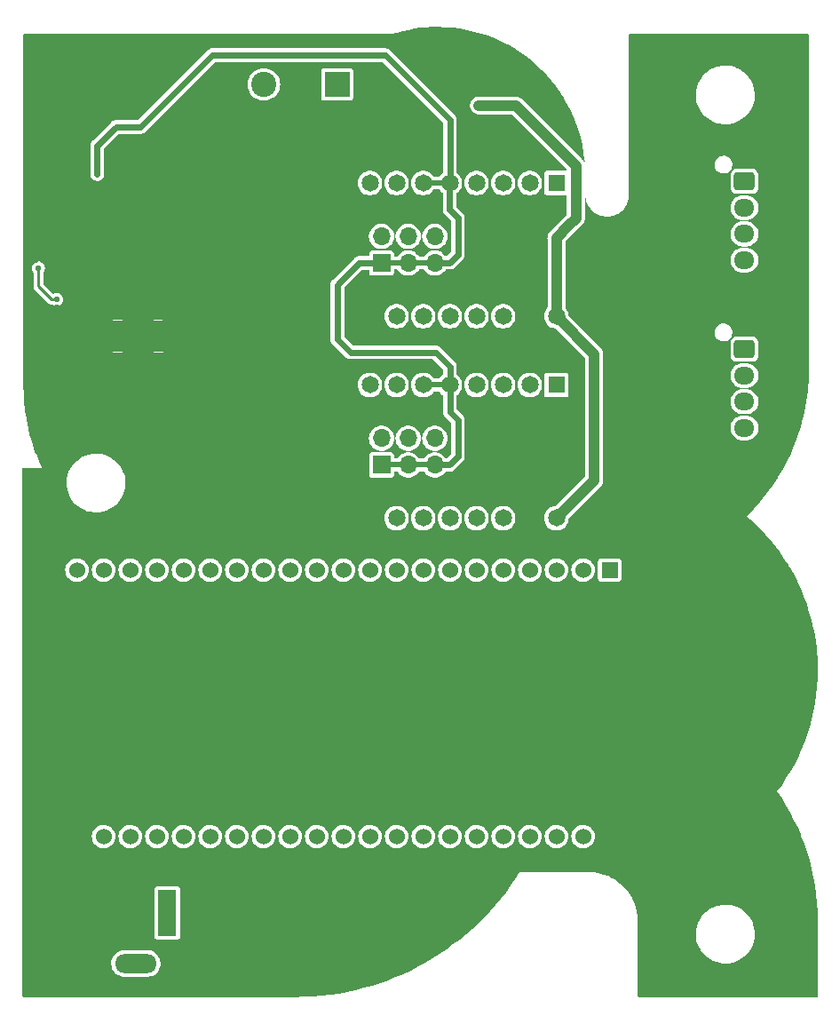
<source format=gbl>
%TF.GenerationSoftware,KiCad,Pcbnew,7.0.1*%
%TF.CreationDate,2024-04-15T22:24:04+03:00*%
%TF.ProjectId,ESP32 STEPPER CONTROL PCB,45535033-3220-4535-9445-505045522043,rev?*%
%TF.SameCoordinates,PX68e7780PY7bfa480*%
%TF.FileFunction,Copper,L2,Bot*%
%TF.FilePolarity,Positive*%
%FSLAX46Y46*%
G04 Gerber Fmt 4.6, Leading zero omitted, Abs format (unit mm)*
G04 Created by KiCad (PCBNEW 7.0.1) date 2024-04-15 22:24:04*
%MOMM*%
%LPD*%
G01*
G04 APERTURE LIST*
G04 Aperture macros list*
%AMRoundRect*
0 Rectangle with rounded corners*
0 $1 Rounding radius*
0 $2 $3 $4 $5 $6 $7 $8 $9 X,Y pos of 4 corners*
0 Add a 4 corners polygon primitive as box body*
4,1,4,$2,$3,$4,$5,$6,$7,$8,$9,$2,$3,0*
0 Add four circle primitives for the rounded corners*
1,1,$1+$1,$2,$3*
1,1,$1+$1,$4,$5*
1,1,$1+$1,$6,$7*
1,1,$1+$1,$8,$9*
0 Add four rect primitives between the rounded corners*
20,1,$1+$1,$2,$3,$4,$5,0*
20,1,$1+$1,$4,$5,$6,$7,0*
20,1,$1+$1,$6,$7,$8,$9,0*
20,1,$1+$1,$8,$9,$2,$3,0*%
G04 Aperture macros list end*
%TA.AperFunction,ComponentPad*%
%ADD10O,1.950000X1.700000*%
%TD*%
%TA.AperFunction,ComponentPad*%
%ADD11RoundRect,0.250000X-0.725000X0.600000X-0.725000X-0.600000X0.725000X-0.600000X0.725000X0.600000X0*%
%TD*%
%TA.AperFunction,ComponentPad*%
%ADD12O,4.000000X1.800000*%
%TD*%
%TA.AperFunction,ComponentPad*%
%ADD13O,1.800000X4.000000*%
%TD*%
%TA.AperFunction,ComponentPad*%
%ADD14R,1.800000X4.400000*%
%TD*%
%TA.AperFunction,ComponentPad*%
%ADD15R,1.700000X1.700000*%
%TD*%
%TA.AperFunction,ComponentPad*%
%ADD16O,1.700000X1.700000*%
%TD*%
%TA.AperFunction,ComponentPad*%
%ADD17R,1.650000X1.650000*%
%TD*%
%TA.AperFunction,ComponentPad*%
%ADD18C,1.650000*%
%TD*%
%TA.AperFunction,ComponentPad*%
%ADD19C,1.530000*%
%TD*%
%TA.AperFunction,ComponentPad*%
%ADD20R,1.530000X1.530000*%
%TD*%
%TA.AperFunction,SMDPad,CuDef*%
%ADD21R,4.500000X2.950000*%
%TD*%
%TA.AperFunction,ComponentPad*%
%ADD22C,0.600000*%
%TD*%
%TA.AperFunction,ComponentPad*%
%ADD23C,2.400000*%
%TD*%
%TA.AperFunction,ComponentPad*%
%ADD24R,2.400000X2.400000*%
%TD*%
%TA.AperFunction,ViaPad*%
%ADD25C,0.550000*%
%TD*%
%TA.AperFunction,Conductor*%
%ADD26C,0.250000*%
%TD*%
%TA.AperFunction,Conductor*%
%ADD27C,1.000000*%
%TD*%
%TA.AperFunction,Conductor*%
%ADD28C,0.600000*%
%TD*%
%TA.AperFunction,Conductor*%
%ADD29C,0.500000*%
%TD*%
G04 APERTURE END LIST*
D10*
%TO.P,J3,4,Pin_4*%
%TO.N,STPR_1_B2*%
X68825000Y54250000D03*
%TO.P,J3,3,Pin_3*%
%TO.N,STPR_1_B1*%
X68825000Y56750000D03*
%TO.P,J3,2,Pin_2*%
%TO.N,STPR_1_A1*%
X68825000Y59250000D03*
D11*
%TO.P,J3,1,Pin_1*%
%TO.N,STPR_1_A2*%
X68825000Y61750000D03*
%TD*%
%TO.P,J5,1,Pin_1*%
%TO.N,STPR_2_A2*%
X68825000Y77750000D03*
D10*
%TO.P,J5,2,Pin_2*%
%TO.N,STPR_2_A1*%
X68825000Y75250000D03*
%TO.P,J5,3,Pin_3*%
%TO.N,STPR_2_B1*%
X68825000Y72750000D03*
%TO.P,J5,4,Pin_4*%
%TO.N,STPR_2_B2*%
X68825000Y70250000D03*
%TD*%
D12*
%TO.P,J1,3*%
%TO.N,N/C*%
X10800000Y3200000D03*
D13*
%TO.P,J1,2*%
%TO.N,GND*%
X8000000Y8000000D03*
D14*
%TO.P,J1,1*%
%TO.N,Net-(Q1-D)*%
X13800000Y8000000D03*
%TD*%
D15*
%TO.P,J6,1,Pin_1*%
%TO.N,+5V*%
X34225000Y69975000D03*
D16*
%TO.P,J6,2,Pin_2*%
%TO.N,Net-(J6-Pin_2)*%
X34225000Y72515000D03*
%TO.P,J6,3,Pin_3*%
%TO.N,+5V*%
X36765000Y69975000D03*
%TO.P,J6,4,Pin_4*%
%TO.N,Net-(J6-Pin_4)*%
X36765000Y72515000D03*
%TO.P,J6,5,Pin_5*%
%TO.N,+5V*%
X39305000Y69975000D03*
%TO.P,J6,6,Pin_6*%
%TO.N,Net-(J6-Pin_6)*%
X39305000Y72515000D03*
%TD*%
%TO.P,J4,6,Pin_6*%
%TO.N,Net-(J4-Pin_6)*%
X39305000Y53265000D03*
%TO.P,J4,5,Pin_5*%
%TO.N,+5V*%
X39305000Y50725000D03*
%TO.P,J4,4,Pin_4*%
%TO.N,Net-(J4-Pin_4)*%
X36765000Y53265000D03*
%TO.P,J4,3,Pin_3*%
%TO.N,+5V*%
X36765000Y50725000D03*
%TO.P,J4,2,Pin_2*%
%TO.N,Net-(J4-Pin_2)*%
X34225000Y53265000D03*
D15*
%TO.P,J4,1,Pin_1*%
%TO.N,+5V*%
X34225000Y50725000D03*
%TD*%
D17*
%TO.P,U4,1,~{EN}*%
%TO.N,STEPPER_2_EN*%
X50890000Y77600000D03*
D18*
%TO.P,U4,2,M0*%
%TO.N,Net-(J6-Pin_6)*%
X48350000Y77600000D03*
%TO.P,U4,3,M1*%
%TO.N,Net-(J6-Pin_4)*%
X45810000Y77600000D03*
%TO.P,U4,4,M2*%
%TO.N,Net-(J6-Pin_2)*%
X43270000Y77600000D03*
%TO.P,U4,5,~{RST}*%
%TO.N,+5V*%
X40730000Y77600000D03*
%TO.P,U4,6,~{SLP}*%
X38190000Y77600000D03*
%TO.P,U4,7,STEP*%
%TO.N,STEPPER_2_STEP*%
X35650000Y77600000D03*
%TO.P,U4,8,DIR*%
%TO.N,STEPPER_2_DIR*%
X33110000Y77600000D03*
%TO.P,U4,9,GND*%
%TO.N,GND*%
X33110000Y64900000D03*
%TO.P,U4,10,~{FLT}*%
%TO.N,unconnected-(U4-~{FLT}-Pad10)*%
X35650000Y64900000D03*
%TO.P,U4,11,A2*%
%TO.N,STPR_2_A2*%
X38190000Y64900000D03*
%TO.P,U4,12,A1*%
%TO.N,STPR_2_A1*%
X40730000Y64900000D03*
%TO.P,U4,13,B1*%
%TO.N,STPR_2_B1*%
X43270000Y64900000D03*
%TO.P,U4,14,B2*%
%TO.N,STPR_2_B2*%
X45810000Y64900000D03*
%TO.P,U4,15,GND_MOT*%
%TO.N,GND*%
X48350000Y64900000D03*
%TO.P,U4,16,VMOT*%
%TO.N,+12V*%
X50890000Y64900000D03*
%TD*%
%TO.P,U2,16,VMOT*%
%TO.N,+12V*%
X50890000Y45650000D03*
%TO.P,U2,15,GND_MOT*%
%TO.N,GND*%
X48350000Y45650000D03*
%TO.P,U2,14,B2*%
%TO.N,STPR_1_B2*%
X45810000Y45650000D03*
%TO.P,U2,13,B1*%
%TO.N,STPR_1_B1*%
X43270000Y45650000D03*
%TO.P,U2,12,A1*%
%TO.N,STPR_1_A1*%
X40730000Y45650000D03*
%TO.P,U2,11,A2*%
%TO.N,STPR_1_A2*%
X38190000Y45650000D03*
%TO.P,U2,10,~{FLT}*%
%TO.N,unconnected-(U2-~{FLT}-Pad10)*%
X35650000Y45650000D03*
%TO.P,U2,9,GND*%
%TO.N,GND*%
X33110000Y45650000D03*
%TO.P,U2,8,DIR*%
%TO.N,STEPPER_1_DIR*%
X33110000Y58350000D03*
%TO.P,U2,7,STEP*%
%TO.N,STEPPER_1_STEP*%
X35650000Y58350000D03*
%TO.P,U2,6,~{SLP}*%
%TO.N,+5V*%
X38190000Y58350000D03*
%TO.P,U2,5,~{RST}*%
X40730000Y58350000D03*
%TO.P,U2,4,M2*%
%TO.N,Net-(J4-Pin_2)*%
X43270000Y58350000D03*
%TO.P,U2,3,M1*%
%TO.N,Net-(J4-Pin_4)*%
X45810000Y58350000D03*
%TO.P,U2,2,M0*%
%TO.N,Net-(J4-Pin_6)*%
X48350000Y58350000D03*
D17*
%TO.P,U2,1,~{EN}*%
%TO.N,STEPPER_1_EN*%
X50890000Y58350000D03*
%TD*%
D19*
%TO.P,U3,J3_22,GND*%
%TO.N,GND*%
X2632000Y15300000D03*
%TO.P,U3,J3_21,GND*%
X5172000Y15300000D03*
%TO.P,U3,J3_20,USB_D-/GPIO19*%
%TO.N,unconnected-(U3-USB_D-{slash}GPIO19-PadJ3_20)*%
X7712000Y15300000D03*
%TO.P,U3,J3_19,USB_D+/GPIO20*%
%TO.N,unconnected-(U3-USB_D+{slash}GPIO20-PadJ3_19)*%
X10252000Y15300000D03*
%TO.P,U3,J3_18,GPIO21*%
%TO.N,unconnected-(U3-GPIO21-PadJ3_18)*%
X12792000Y15300000D03*
%TO.P,U3,J3_17,GPIO47*%
%TO.N,unconnected-(U3-GPIO47-PadJ3_17)*%
X15332000Y15300000D03*
%TO.P,U3,J3_16,GPIO48*%
%TO.N,unconnected-(U3-GPIO48-PadJ3_16)*%
X17872000Y15300000D03*
%TO.P,U3,J3_15,GPIO45*%
%TO.N,unconnected-(U3-GPIO45-PadJ3_15)*%
X20412000Y15300000D03*
%TO.P,U3,J3_14,GPIO0*%
%TO.N,unconnected-(U3-GPIO0-PadJ3_14)*%
X22952000Y15300000D03*
%TO.P,U3,J3_13,GPIO35*%
%TO.N,unconnected-(U3-GPIO35-PadJ3_13)*%
X25492000Y15300000D03*
%TO.P,U3,J3_12,GPIO36*%
%TO.N,unconnected-(U3-GPIO36-PadJ3_12)*%
X28032000Y15300000D03*
%TO.P,U3,J3_11,GPIO37*%
%TO.N,unconnected-(U3-GPIO37-PadJ3_11)*%
X30572000Y15300000D03*
%TO.P,U3,J3_10,GPIO38*%
%TO.N,unconnected-(U3-GPIO38-PadJ3_10)*%
X33112000Y15300000D03*
%TO.P,U3,J3_9,MTCK/GPIO39*%
%TO.N,unconnected-(U3-MTCK{slash}GPIO39-PadJ3_9)*%
X35652000Y15300000D03*
%TO.P,U3,J3_8,MTDO/GPIO40*%
%TO.N,unconnected-(U3-MTDO{slash}GPIO40-PadJ3_8)*%
X38192000Y15300000D03*
%TO.P,U3,J3_7,MTDI/GPIO41*%
%TO.N,unconnected-(U3-MTDI{slash}GPIO41-PadJ3_7)*%
X40732000Y15300000D03*
%TO.P,U3,J3_6,MTMS/GPIO42*%
%TO.N,unconnected-(U3-MTMS{slash}GPIO42-PadJ3_6)*%
X43272000Y15300000D03*
%TO.P,U3,J3_5,GPIO2*%
%TO.N,unconnected-(U3-GPIO2-PadJ3_5)*%
X45812000Y15300000D03*
%TO.P,U3,J3_4,GPIO1*%
%TO.N,unconnected-(U3-GPIO1-PadJ3_4)*%
X48352000Y15300000D03*
%TO.P,U3,J3_3,U0RXD/GPIO44*%
%TO.N,unconnected-(U3-U0RXD{slash}GPIO44-PadJ3_3)*%
X50892000Y15300000D03*
%TO.P,U3,J3_2,U0TXD/GPIO43*%
%TO.N,unconnected-(U3-U0TXD{slash}GPIO43-PadJ3_2)*%
X53432000Y15300000D03*
%TO.P,U3,J3_1,GND*%
%TO.N,GND*%
X55972000Y15300000D03*
%TO.P,U3,J1_22,GND*%
X2632000Y40700000D03*
%TO.P,U3,J1_21,5V0*%
%TO.N,+5V*%
X5172000Y40700000D03*
%TO.P,U3,J1_20,GPIO14*%
%TO.N,unconnected-(U3-GPIO14-PadJ1_20)*%
X7712000Y40700000D03*
%TO.P,U3,J1_19,GPIO13*%
%TO.N,unconnected-(U3-GPIO13-PadJ1_19)*%
X10252000Y40700000D03*
%TO.P,U3,J1_18,GPIO12*%
%TO.N,unconnected-(U3-GPIO12-PadJ1_18)*%
X12792000Y40700000D03*
%TO.P,U3,J1_17,GPIO11*%
%TO.N,ProximityOut*%
X15332000Y40700000D03*
%TO.P,U3,J1_16,GPIO10*%
%TO.N,STEPPER_2_EN*%
X17872000Y40700000D03*
%TO.P,U3,J1_15,GPIO9*%
%TO.N,STEPPER_2_DIR*%
X20412000Y40700000D03*
%TO.P,U3,J1_14,GPIO46*%
%TO.N,unconnected-(U3-GPIO46-PadJ1_14)*%
X22952000Y40700000D03*
%TO.P,U3,J1_13,GPIO3*%
%TO.N,STEPPER_2_STEP*%
X25492000Y40700000D03*
%TO.P,U3,J1_12,GPIO8*%
%TO.N,STEPPER_1_EN*%
X28032000Y40700000D03*
%TO.P,U3,J1_11,GPIO18*%
%TO.N,STEPPER_1_DIR*%
X30572000Y40700000D03*
%TO.P,U3,J1_10,GPIO17*%
%TO.N,STEPPER_1_STEP*%
X33112000Y40700000D03*
%TO.P,U3,J1_9,GPIO16*%
%TO.N,unconnected-(U3-GPIO16-PadJ1_9)*%
X35652000Y40700000D03*
%TO.P,U3,J1_8,GPIO15*%
%TO.N,unconnected-(U3-GPIO15-PadJ1_8)*%
X38192000Y40700000D03*
%TO.P,U3,J1_7,GPIO7*%
%TO.N,unconnected-(U3-GPIO7-PadJ1_7)*%
X40732000Y40700000D03*
%TO.P,U3,J1_6,GPIO6*%
%TO.N,unconnected-(U3-GPIO6-PadJ1_6)*%
X43272000Y40700000D03*
%TO.P,U3,J1_5,GPIO5*%
%TO.N,unconnected-(U3-GPIO5-PadJ1_5)*%
X45812000Y40700000D03*
%TO.P,U3,J1_4,GPIO4*%
%TO.N,unconnected-(U3-GPIO4-PadJ1_4)*%
X48352000Y40700000D03*
%TO.P,U3,J1_3,RST*%
%TO.N,unconnected-(U3-RST-PadJ1_3)*%
X50892000Y40700000D03*
%TO.P,U3,J1_2,3V3*%
%TO.N,unconnected-(U3-3V3-PadJ1_1)*%
X53432000Y40700000D03*
D20*
%TO.P,U3,J1_1,3V3*%
X55972000Y40700000D03*
%TD*%
D21*
%TO.P,U1,9,GNDPAD*%
%TO.N,GND*%
X11000000Y63000000D03*
D22*
X9200000Y62400000D03*
X10300000Y62400000D03*
X11600000Y62400000D03*
X9200000Y63600000D03*
X12800000Y63600000D03*
X10300000Y63600000D03*
X11600000Y63600000D03*
X12800000Y62400000D03*
%TD*%
D23*
%TO.P,J2,3,Pin_3*%
%TO.N,Net-(D2-A1)*%
X23000000Y87000000D03*
%TO.P,J2,2,Pin_2*%
%TO.N,GND*%
X26500000Y87000000D03*
D24*
%TO.P,J2,1,Pin_1*%
%TO.N,+12V*%
X30000000Y87000000D03*
%TD*%
D25*
%TO.N,GND*%
X1500000Y56750000D03*
X1500000Y53750000D03*
X1500000Y46000000D03*
X1500000Y48500000D03*
X1500000Y43000000D03*
X4750000Y45750000D03*
X5750000Y44000000D03*
X4750000Y33500000D03*
X2750000Y24250000D03*
X2750000Y18250000D03*
X66750000Y17750000D03*
X69250000Y11250000D03*
X55000000Y12750000D03*
X49750000Y12750000D03*
X36250000Y8500000D03*
X33000000Y2750000D03*
X45000000Y11000000D03*
X39500000Y9500000D03*
X42000000Y8250000D03*
X44000000Y13000000D03*
X39750000Y12750000D03*
X37250000Y11000000D03*
X37250000Y6250000D03*
X27500000Y1750000D03*
X19500000Y1750000D03*
X17250000Y2750000D03*
X14250000Y1250000D03*
X17500000Y67500000D03*
X15500000Y67500000D03*
X12250000Y67250000D03*
X9750000Y67500000D03*
X7250000Y58750000D03*
X3250000Y59500000D03*
X4250000Y55000000D03*
X6500000Y55750000D03*
X5000000Y57500000D03*
X4500000Y52500000D03*
X6250000Y53250000D03*
X21750000Y62250000D03*
X23000000Y64000000D03*
X25750000Y68750000D03*
X25250000Y73000000D03*
X23500000Y73000000D03*
X23500000Y68750000D03*
X24250000Y66500000D03*
X24500000Y70750000D03*
X22500000Y78500000D03*
X21500000Y83500000D03*
X15500000Y90250000D03*
X11250000Y85750000D03*
X16250000Y85500000D03*
X19750000Y81750000D03*
X12250000Y82000000D03*
X45000000Y88250000D03*
X38250000Y89750000D03*
X45500000Y83250000D03*
X35750000Y83750000D03*
X35250000Y80250000D03*
X37500000Y80250000D03*
X35000000Y75250000D03*
X32500000Y67000000D03*
X35000000Y67250000D03*
X37500000Y67250000D03*
X50750000Y75250000D03*
X48000000Y75000000D03*
X49000000Y48500000D03*
X49250000Y56250000D03*
X37750000Y49000000D03*
X35500000Y48250000D03*
X33000000Y47750000D03*
X37000000Y60250000D03*
X41750000Y61500000D03*
X20750000Y56000000D03*
X18750000Y52750000D03*
X19000000Y56500000D03*
X16750000Y55500000D03*
X20500000Y51500000D03*
X19000000Y47750000D03*
X16750000Y44500000D03*
X68250000Y37750000D03*
X69000000Y30500000D03*
X73500000Y26750000D03*
X74000000Y32750000D03*
X71250000Y41000000D03*
X68000000Y44000000D03*
X64000000Y41000000D03*
X49000000Y25250000D03*
X54500000Y18000000D03*
X45250000Y18000000D03*
X52500000Y25000000D03*
X44000000Y27750000D03*
X45000000Y23500000D03*
X37500000Y23750000D03*
X37000000Y18000000D03*
X41500000Y19250000D03*
X48750000Y19000000D03*
X55750000Y19750000D03*
X55750000Y25250000D03*
X55250000Y32000000D03*
X49500000Y29750000D03*
X43500000Y31000000D03*
X39000000Y27500000D03*
X42750000Y36250000D03*
X46250000Y38000000D03*
X52000000Y36750000D03*
X54500000Y38500000D03*
X48000000Y36250000D03*
X41500000Y38000000D03*
X37250000Y35000000D03*
X31750000Y32500000D03*
X34500000Y37500000D03*
X24750000Y37750000D03*
X23750000Y32250000D03*
X28250000Y35750000D03*
X27500000Y31000000D03*
X20500000Y34000000D03*
X19000000Y38250000D03*
X2750000Y29750000D03*
X3000000Y37500000D03*
X11750000Y22750000D03*
X22500000Y17750000D03*
X10250000Y18000000D03*
X7000000Y27000000D03*
X22500000Y20500000D03*
X15000000Y18750000D03*
X5750000Y20250000D03*
X3000000Y3250000D03*
X6250000Y4750000D03*
X11000000Y8000000D03*
X10000000Y11250000D03*
X5500000Y10750000D03*
X5250000Y7500000D03*
X22750000Y2250000D03*
X33000000Y5750000D03*
X27750000Y7250000D03*
X30250000Y7250000D03*
X30250000Y5750000D03*
X30000000Y4000000D03*
X28250000Y4000000D03*
X27000000Y4000000D03*
X71500000Y23000000D03*
X58500000Y12250000D03*
X63500000Y12250000D03*
X70250000Y15250000D03*
X73750000Y10000000D03*
X73750000Y4250000D03*
X69500000Y1500000D03*
X62750000Y2500000D03*
X60250000Y6250000D03*
X68250000Y48500000D03*
X58500000Y48750000D03*
X60000000Y50000000D03*
X62500000Y50250000D03*
X64000000Y48750000D03*
X64000000Y46250000D03*
X62000000Y45500000D03*
X59750000Y45500000D03*
X58250000Y65500000D03*
X59500000Y67250000D03*
X62250000Y67250000D03*
X64000000Y66000000D03*
X63750000Y62750000D03*
X61500000Y62000000D03*
X59250000Y62000000D03*
X59500000Y76750000D03*
X65500000Y90250000D03*
X59250000Y86500000D03*
X63750000Y83000000D03*
X72750000Y85000000D03*
X71750000Y89750000D03*
X61500000Y88750000D03*
X60500000Y81000000D03*
X49000000Y86750000D03*
X41250000Y89500000D03*
X7250000Y89500000D03*
X11750000Y89500000D03*
X18750000Y87000000D03*
X16750000Y83000000D03*
X26500000Y77500000D03*
X28250000Y83250000D03*
X29750000Y81500000D03*
X28500000Y79250000D03*
X3500000Y84750000D03*
X4000000Y88250000D03*
X1250000Y82750000D03*
X1250000Y80500000D03*
X1250000Y79000000D03*
X1250000Y77500000D03*
X1250000Y76000000D03*
X1250000Y74500000D03*
X1250000Y73000000D03*
X1250000Y71750000D03*
X2250000Y71500000D03*
X8500000Y54500000D03*
X8500000Y55500000D03*
X8500000Y56500000D03*
X8500000Y57500000D03*
X8500000Y58500000D03*
X10000000Y59000000D03*
X6250000Y61250000D03*
X5000000Y61250000D03*
X3750000Y61250000D03*
X5500000Y64750000D03*
X4500000Y64750000D03*
X1250000Y70250000D03*
X3250000Y65750000D03*
%TO.N,/VSENSE*%
X3250000Y66500000D03*
X1500000Y69500000D03*
%TO.N,+12V*%
X47000000Y85000000D03*
X45750000Y85000000D03*
X44500000Y85000000D03*
X43500000Y85000000D03*
%TO.N,+5V*%
X7100000Y78450000D03*
X7100000Y79300000D03*
X7100000Y80000000D03*
%TD*%
D26*
%TO.N,/VSENSE*%
X1500000Y67750000D02*
X1500000Y69500000D01*
X2750000Y66500000D02*
X1500000Y67750000D01*
X3250000Y66500000D02*
X2750000Y66500000D01*
D27*
%TO.N,+12V*%
X45750000Y85000000D02*
X44500000Y85000000D01*
X44500000Y85000000D02*
X43500000Y85000000D01*
X51000000Y81000000D02*
X47000000Y85000000D01*
X52750000Y77750000D02*
X52750000Y79250000D01*
X52750000Y79250000D02*
X51000000Y81000000D01*
X52750000Y74250000D02*
X52750000Y77750000D01*
X52000000Y73500000D02*
X52750000Y74250000D01*
X47000000Y85000000D02*
X45750000Y85000000D01*
X50890000Y72390000D02*
X52000000Y73500000D01*
X50890000Y64900000D02*
X50890000Y72390000D01*
X54500000Y61290000D02*
X50890000Y64900000D01*
X54500000Y49260000D02*
X54500000Y61290000D01*
X50890000Y45650000D02*
X54500000Y49260000D01*
D28*
%TO.N,+5V*%
X7100000Y79300000D02*
X7100000Y78450000D01*
X7100000Y80000000D02*
X7100000Y79300000D01*
X7100000Y81150000D02*
X7100000Y80000000D01*
X8900000Y82950000D02*
X7100000Y81150000D01*
X9900000Y82950000D02*
X8900000Y82950000D01*
X11250000Y82950000D02*
X9900000Y82950000D01*
X15300000Y87000000D02*
X11250000Y82950000D01*
X18100000Y89800000D02*
X15300000Y87000000D01*
X28900000Y89800000D02*
X18100000Y89800000D01*
X34550000Y89800000D02*
X28900000Y89800000D01*
X36700000Y87650000D02*
X34550000Y89800000D01*
X40730000Y77600000D02*
X40730000Y83620000D01*
X40730000Y83620000D02*
X36700000Y87650000D01*
X30000000Y67900000D02*
X32075000Y69975000D01*
X31250000Y61450000D02*
X30000000Y62700000D01*
X32075000Y69975000D02*
X34225000Y69975000D01*
X39400000Y61450000D02*
X31250000Y61450000D01*
X40730000Y58350000D02*
X40730000Y60120000D01*
X40730000Y60120000D02*
X39400000Y61450000D01*
X30000000Y62700000D02*
X30000000Y67900000D01*
X40725000Y75045000D02*
X40725000Y77625000D01*
X41495000Y70775000D02*
X41495000Y74275000D01*
X41495000Y74275000D02*
X40725000Y75045000D01*
X40720000Y70000000D02*
X41495000Y70775000D01*
X39300000Y70000000D02*
X40720000Y70000000D01*
X40730000Y55770000D02*
X40730000Y58350000D01*
X41500000Y55000000D02*
X40730000Y55770000D01*
X41500000Y51500000D02*
X41500000Y55000000D01*
X40725000Y50725000D02*
X41500000Y51500000D01*
X39305000Y50725000D02*
X40725000Y50725000D01*
D29*
X38190000Y77600000D02*
X40730000Y77600000D01*
X38190000Y58350000D02*
X40730000Y58350000D01*
X34225000Y50725000D02*
X39305000Y50725000D01*
X36765000Y69975000D02*
X39305000Y69975000D01*
X34225000Y69975000D02*
X36765000Y69975000D01*
%TD*%
%TA.AperFunction,Conductor*%
%TO.N,GND*%
G36*
X39546202Y92478142D02*
G01*
X40270630Y92459822D01*
X40273075Y92459698D01*
X40987820Y92405341D01*
X40990266Y92405092D01*
X41694576Y92315581D01*
X41696982Y92315214D01*
X42390055Y92191422D01*
X42392440Y92190933D01*
X43073227Y92033781D01*
X43075591Y92033174D01*
X43743408Y91843501D01*
X43745689Y91842792D01*
X44399550Y91621511D01*
X44401802Y91620685D01*
X45039524Y91369190D01*
X45040822Y91368678D01*
X45043035Y91367743D01*
X45666392Y91085876D01*
X45668500Y91084860D01*
X46228801Y90797836D01*
X46275256Y90774038D01*
X46277344Y90772904D01*
X46866654Y90433990D01*
X46868675Y90432761D01*
X47439583Y90066684D01*
X47441503Y90065388D01*
X47992963Y89673157D01*
X47993219Y89672975D01*
X47995098Y89671569D01*
X48526529Y89253863D01*
X48526658Y89253762D01*
X48528464Y89252272D01*
X49039052Y88809900D01*
X49040756Y88808351D01*
X49172086Y88683115D01*
X49529458Y88342325D01*
X49531110Y88340673D01*
X49997027Y87851890D01*
X49998599Y87850160D01*
X50440860Y87339498D01*
X50442350Y87337692D01*
X50860073Y86806031D01*
X50861478Y86804151D01*
X51253763Y86252396D01*
X51255081Y86250445D01*
X51362322Y86083134D01*
X51594539Y85720841D01*
X51621066Y85679456D01*
X51622290Y85677441D01*
X51718088Y85510802D01*
X51961089Y85088104D01*
X51962222Y85086017D01*
X52272942Y84479234D01*
X52273978Y84477083D01*
X52555728Y83853760D01*
X52556664Y83851548D01*
X52808593Y83212490D01*
X52809423Y83210222D01*
X53030619Y82556391D01*
X53031340Y82554071D01*
X53220930Y81886322D01*
X53221538Y81883957D01*
X53378635Y81203187D01*
X53379127Y81200782D01*
X53502860Y80507821D01*
X53503232Y80505384D01*
X53592704Y79801179D01*
X53592954Y79798718D01*
X53603066Y79665715D01*
X53595024Y79634889D01*
X53569728Y79615523D01*
X53537872Y79615803D01*
X53512922Y79635608D01*
X53473154Y79697824D01*
X53472469Y79698930D01*
X53431069Y79767737D01*
X53426271Y79772802D01*
X53420557Y79780110D01*
X53416800Y79785989D01*
X53360016Y79842773D01*
X53359090Y79843724D01*
X53303848Y79902042D01*
X53298071Y79905959D01*
X53290922Y79911867D01*
X51566874Y81635915D01*
X51566863Y81635925D01*
X47627245Y85575544D01*
X47624547Y85578470D01*
X47618329Y85585790D01*
X47588337Y85621100D01*
X47588336Y85621101D01*
X47524418Y85669691D01*
X47523373Y85670508D01*
X47460757Y85720841D01*
X47456900Y85722754D01*
X47454494Y85723947D01*
X47446616Y85728834D01*
X47441063Y85733055D01*
X47368165Y85766782D01*
X47366969Y85767355D01*
X47295019Y85803038D01*
X47288250Y85804721D01*
X47279504Y85807801D01*
X47273167Y85810733D01*
X47194748Y85827994D01*
X47193457Y85828296D01*
X47145301Y85840272D01*
X47115495Y85847684D01*
X47114412Y85847714D01*
X47108509Y85847874D01*
X47099313Y85849001D01*
X47092500Y85850500D01*
X47092497Y85850500D01*
X47012193Y85850500D01*
X47010866Y85850518D01*
X46930568Y85852693D01*
X46930567Y85852693D01*
X46923714Y85851378D01*
X46914481Y85850500D01*
X45842497Y85850500D01*
X44592497Y85850500D01*
X43453887Y85850500D01*
X43440104Y85849001D01*
X43316088Y85835515D01*
X43140778Y85776444D01*
X42982264Y85681071D01*
X42847959Y85553850D01*
X42744142Y85400731D01*
X42675668Y85228873D01*
X42645739Y85046319D01*
X42655754Y84861594D01*
X42705246Y84683341D01*
X42791900Y84519896D01*
X42911663Y84378900D01*
X43058936Y84266946D01*
X43058937Y84266946D01*
X43058938Y84266945D01*
X43226835Y84189267D01*
X43407501Y84149500D01*
X43407503Y84149500D01*
X44407503Y84149500D01*
X44546113Y84149500D01*
X45657503Y84149500D01*
X45796113Y84149500D01*
X46627415Y84149500D01*
X46662063Y84135148D01*
X50326307Y80470905D01*
X50326308Y80470903D01*
X51885148Y78912064D01*
X51895770Y78896167D01*
X51899500Y78877416D01*
X51899500Y78803441D01*
X51888749Y78772815D01*
X51861215Y78755627D01*
X51828979Y78759420D01*
X51816393Y78765573D01*
X51748260Y78775500D01*
X50031740Y78775500D01*
X49963606Y78765573D01*
X49858516Y78714198D01*
X49775802Y78631484D01*
X49730720Y78539267D01*
X49724427Y78526393D01*
X49714500Y78458260D01*
X49714500Y76741740D01*
X49724427Y76673607D01*
X49775802Y76568517D01*
X49858517Y76485802D01*
X49963607Y76434427D01*
X50031740Y76424500D01*
X51748260Y76424500D01*
X51816393Y76434427D01*
X51828979Y76440581D01*
X51861215Y76444373D01*
X51888749Y76427185D01*
X51899500Y76396559D01*
X51899500Y74622584D01*
X51895770Y74603832D01*
X51885148Y74587937D01*
X51747007Y74449796D01*
X51457119Y74159909D01*
X51457118Y74159908D01*
X50314456Y73017247D01*
X50311531Y73014550D01*
X50268899Y72978337D01*
X50220309Y72914419D01*
X50219493Y72913375D01*
X50169157Y72850754D01*
X50166050Y72844490D01*
X50161170Y72836623D01*
X50156947Y72831067D01*
X50123218Y72758166D01*
X50122646Y72756972D01*
X50086963Y72685019D01*
X50085282Y72678258D01*
X50082204Y72669514D01*
X50079266Y72663165D01*
X50062006Y72584750D01*
X50061704Y72583459D01*
X50042316Y72505494D01*
X50042126Y72498509D01*
X50041000Y72489314D01*
X50039500Y72482496D01*
X50039500Y72402193D01*
X50039482Y72400866D01*
X50037307Y72320567D01*
X50038622Y72313714D01*
X50039500Y72304481D01*
X50039500Y65736947D01*
X50035325Y65717154D01*
X50023510Y65700734D01*
X50017570Y65695321D01*
X49886287Y65521472D01*
X49789181Y65326457D01*
X49729565Y65116926D01*
X49709463Y64900001D01*
X49729565Y64683075D01*
X49789181Y64473544D01*
X49886287Y64278529D01*
X50017571Y64104679D01*
X50041291Y64083056D01*
X50178568Y63957912D01*
X50363790Y63843228D01*
X50566931Y63764530D01*
X50781074Y63724500D01*
X50842415Y63724500D01*
X50877063Y63710148D01*
X53635148Y60952064D01*
X53645770Y60936167D01*
X53649500Y60917416D01*
X53649500Y49632585D01*
X53635148Y49597937D01*
X50877063Y46839852D01*
X50842415Y46825500D01*
X50781074Y46825500D01*
X50566931Y46785470D01*
X50566928Y46785470D01*
X50566928Y46785469D01*
X50363791Y46706773D01*
X50178568Y46592088D01*
X50017571Y46445322D01*
X49886287Y46271472D01*
X49789181Y46076457D01*
X49729565Y45866926D01*
X49709463Y45650000D01*
X49729565Y45433075D01*
X49789181Y45223544D01*
X49886287Y45028529D01*
X50017571Y44854679D01*
X50090265Y44788411D01*
X50178568Y44707912D01*
X50363790Y44593228D01*
X50566931Y44514530D01*
X50781074Y44474500D01*
X50998924Y44474500D01*
X50998926Y44474500D01*
X51213069Y44514530D01*
X51416210Y44593228D01*
X51601432Y44707912D01*
X51762427Y44854678D01*
X51893712Y45028528D01*
X51990817Y45223541D01*
X52050435Y45433077D01*
X52066630Y45607861D01*
X52080772Y45637985D01*
X55075552Y48632766D01*
X55078440Y48635429D01*
X55121100Y48671663D01*
X55121100Y48671665D01*
X55121103Y48671666D01*
X55144884Y48702952D01*
X55169713Y48735615D01*
X55170485Y48736603D01*
X55220842Y48799246D01*
X55223945Y48805505D01*
X55228833Y48813384D01*
X55233054Y48818936D01*
X55266818Y48891918D01*
X55267326Y48892978D01*
X55303036Y48964979D01*
X55304718Y48971744D01*
X55307797Y48980491D01*
X55310732Y48986833D01*
X55328006Y49065312D01*
X55328294Y49066547D01*
X55347684Y49144505D01*
X55347873Y49151489D01*
X55348999Y49160689D01*
X55350500Y49167503D01*
X55350500Y49247807D01*
X55350518Y49249134D01*
X55352693Y49329432D01*
X55351378Y49336286D01*
X55350500Y49345519D01*
X55350500Y54138757D01*
X67499500Y54138757D01*
X67540382Y53920060D01*
X67620753Y53712599D01*
X67737876Y53523438D01*
X67737878Y53523435D01*
X67828874Y53423618D01*
X67887764Y53359019D01*
X68012266Y53265000D01*
X68065311Y53224942D01*
X68264474Y53125770D01*
X68424192Y53080327D01*
X68478464Y53064885D01*
X68644497Y53049500D01*
X69005502Y53049500D01*
X69005503Y53049500D01*
X69171536Y53064885D01*
X69331256Y53110330D01*
X69385525Y53125770D01*
X69385525Y53125771D01*
X69385528Y53125771D01*
X69584689Y53224942D01*
X69762236Y53359019D01*
X69912124Y53523438D01*
X70029247Y53712599D01*
X70109618Y53920060D01*
X70150500Y54138757D01*
X70150500Y54361243D01*
X70109618Y54579940D01*
X70029247Y54787401D01*
X69912124Y54976562D01*
X69912122Y54976564D01*
X69912121Y54976566D01*
X69762237Y55140980D01*
X69584688Y55275059D01*
X69385525Y55374231D01*
X69171538Y55435115D01*
X69060847Y55445372D01*
X69005503Y55450500D01*
X68644497Y55450500D01*
X68602988Y55446654D01*
X68478461Y55435115D01*
X68264474Y55374231D01*
X68065311Y55275059D01*
X67887762Y55140980D01*
X67737878Y54976566D01*
X67620752Y54787400D01*
X67540383Y54579943D01*
X67540382Y54579940D01*
X67499500Y54361243D01*
X67499500Y54138757D01*
X55350500Y54138757D01*
X55350500Y56638757D01*
X67499500Y56638757D01*
X67540382Y56420060D01*
X67540383Y56420058D01*
X67602488Y56259745D01*
X67620753Y56212599D01*
X67683771Y56110821D01*
X67737878Y56023435D01*
X67887762Y55859021D01*
X67887764Y55859019D01*
X68020182Y55759022D01*
X68065311Y55724942D01*
X68264474Y55625770D01*
X68424192Y55580327D01*
X68478464Y55564885D01*
X68644497Y55549500D01*
X69005502Y55549500D01*
X69005503Y55549500D01*
X69171536Y55564885D01*
X69333880Y55611076D01*
X69385525Y55625770D01*
X69385525Y55625771D01*
X69385528Y55625771D01*
X69584689Y55724942D01*
X69762236Y55859019D01*
X69912124Y56023438D01*
X70029247Y56212599D01*
X70109618Y56420060D01*
X70150500Y56638757D01*
X70150500Y56861243D01*
X70109618Y57079940D01*
X70029247Y57287401D01*
X69912124Y57476562D01*
X69912122Y57476564D01*
X69912121Y57476566D01*
X69762237Y57640980D01*
X69584688Y57775059D01*
X69385525Y57874231D01*
X69171538Y57935115D01*
X69060847Y57945372D01*
X69005503Y57950500D01*
X68644497Y57950500D01*
X68602988Y57946654D01*
X68478461Y57935115D01*
X68264474Y57874231D01*
X68065311Y57775059D01*
X67887762Y57640980D01*
X67737878Y57476566D01*
X67620752Y57287400D01*
X67540383Y57079943D01*
X67540382Y57079940D01*
X67499500Y56861243D01*
X67499500Y56638757D01*
X55350500Y56638757D01*
X55350500Y59138757D01*
X67499500Y59138757D01*
X67540382Y58920060D01*
X67620753Y58712599D01*
X67737876Y58523438D01*
X67737878Y58523435D01*
X67887762Y58359021D01*
X67887764Y58359019D01*
X68046041Y58239494D01*
X68065311Y58224942D01*
X68264474Y58125770D01*
X68424192Y58080327D01*
X68478464Y58064885D01*
X68644497Y58049500D01*
X69005502Y58049500D01*
X69005503Y58049500D01*
X69171536Y58064885D01*
X69331256Y58110330D01*
X69385525Y58125770D01*
X69385525Y58125771D01*
X69385528Y58125771D01*
X69584689Y58224942D01*
X69762236Y58359019D01*
X69912124Y58523438D01*
X70029247Y58712599D01*
X70109618Y58920060D01*
X70150500Y59138757D01*
X70150500Y59361243D01*
X70109618Y59579940D01*
X70029247Y59787401D01*
X69912124Y59976562D01*
X69912122Y59976564D01*
X69912121Y59976566D01*
X69762237Y60140980D01*
X69584688Y60275059D01*
X69385525Y60374231D01*
X69171538Y60435115D01*
X69060847Y60445372D01*
X69005503Y60450500D01*
X68644497Y60450500D01*
X68602988Y60446654D01*
X68478461Y60435115D01*
X68264474Y60374231D01*
X68065311Y60275059D01*
X67887762Y60140980D01*
X67737878Y59976566D01*
X67620752Y59787400D01*
X67610505Y59760949D01*
X67540382Y59579940D01*
X67499500Y59361243D01*
X67499500Y59138757D01*
X55350500Y59138757D01*
X55350500Y61110642D01*
X67499500Y61110642D01*
X67514955Y60993239D01*
X67545209Y60920199D01*
X67575464Y60847159D01*
X67575465Y60847158D01*
X67671717Y60721718D01*
X67749801Y60661803D01*
X67797159Y60625464D01*
X67943238Y60564956D01*
X68060639Y60549500D01*
X69589360Y60549501D01*
X69706762Y60564956D01*
X69852841Y60625464D01*
X69978282Y60721718D01*
X70074536Y60847159D01*
X70135044Y60993238D01*
X70150500Y61110639D01*
X70150499Y62389360D01*
X70135044Y62506762D01*
X70074536Y62652841D01*
X69991003Y62761704D01*
X69978282Y62778283D01*
X69852842Y62874535D01*
X69852841Y62874536D01*
X69706762Y62935044D01*
X69589361Y62950500D01*
X69589359Y62950500D01*
X68060641Y62950500D01*
X67943238Y62935045D01*
X67797157Y62874535D01*
X67671717Y62778283D01*
X67575465Y62652843D01*
X67575464Y62652842D01*
X67575464Y62652841D01*
X67560596Y62616946D01*
X67514956Y62506763D01*
X67499500Y62389360D01*
X67499500Y61110642D01*
X55350500Y61110642D01*
X55350500Y61253447D01*
X55350662Y61257424D01*
X55355201Y61313167D01*
X55355200Y61313168D01*
X55344357Y61392753D01*
X55344200Y61394033D01*
X55335514Y61473907D01*
X55335514Y61473910D01*
X55333283Y61480530D01*
X55331168Y61489552D01*
X55330227Y61496468D01*
X55302522Y61571879D01*
X55302093Y61573098D01*
X55276444Y61649221D01*
X55272846Y61655202D01*
X55268841Y61663559D01*
X55266432Y61670116D01*
X55266430Y61670119D01*
X55266429Y61670122D01*
X55223178Y61737787D01*
X55222478Y61738915D01*
X55181070Y61807736D01*
X55176267Y61812807D01*
X55170556Y61820113D01*
X55166800Y61825989D01*
X55110016Y61882773D01*
X55109090Y61883724D01*
X55053848Y61942042D01*
X55048071Y61945959D01*
X55040922Y61951867D01*
X53596470Y63396319D01*
X65970739Y63396319D01*
X65980754Y63211594D01*
X66005872Y63121128D01*
X66030246Y63033341D01*
X66116900Y62869896D01*
X66236663Y62728900D01*
X66383936Y62616946D01*
X66383937Y62616946D01*
X66383938Y62616945D01*
X66551835Y62539267D01*
X66732501Y62499500D01*
X66732503Y62499500D01*
X66871111Y62499500D01*
X66871113Y62499500D01*
X66962977Y62509491D01*
X67008911Y62514486D01*
X67082459Y62539268D01*
X67184221Y62573556D01*
X67342736Y62668930D01*
X67477041Y62796151D01*
X67580858Y62949270D01*
X67649331Y63121125D01*
X67679260Y63303683D01*
X67669245Y63488407D01*
X67619754Y63666659D01*
X67533100Y63830104D01*
X67413337Y63971100D01*
X67266064Y64083054D01*
X67266063Y64083055D01*
X67266061Y64083056D01*
X67098164Y64160734D01*
X66917499Y64200500D01*
X66917497Y64200500D01*
X66778887Y64200500D01*
X66758002Y64198229D01*
X66641088Y64185515D01*
X66465778Y64126444D01*
X66307264Y64031071D01*
X66172959Y63903850D01*
X66069142Y63750731D01*
X66000668Y63578873D01*
X65970739Y63396319D01*
X53596470Y63396319D01*
X52080773Y64912016D01*
X52066630Y64942142D01*
X52050435Y65116923D01*
X51990817Y65326459D01*
X51893712Y65521472D01*
X51893711Y65521473D01*
X51762429Y65695321D01*
X51756490Y65700734D01*
X51744675Y65717154D01*
X51740500Y65736947D01*
X51740500Y70138757D01*
X67499500Y70138757D01*
X67540382Y69920060D01*
X67540383Y69920058D01*
X67589675Y69792819D01*
X67620753Y69712599D01*
X67737876Y69523438D01*
X67737878Y69523435D01*
X67882375Y69364930D01*
X67887764Y69359019D01*
X67933475Y69324500D01*
X68065311Y69224942D01*
X68264474Y69125770D01*
X68424192Y69080327D01*
X68478464Y69064885D01*
X68644497Y69049500D01*
X69005502Y69049500D01*
X69005503Y69049500D01*
X69171536Y69064885D01*
X69331256Y69110330D01*
X69385525Y69125770D01*
X69385525Y69125771D01*
X69385528Y69125771D01*
X69584689Y69224942D01*
X69762236Y69359019D01*
X69912124Y69523438D01*
X70029247Y69712599D01*
X70109618Y69920060D01*
X70150500Y70138757D01*
X70150500Y70361243D01*
X70109618Y70579940D01*
X70029247Y70787401D01*
X69912124Y70976562D01*
X69912122Y70976564D01*
X69912121Y70976566D01*
X69762237Y71140980D01*
X69584688Y71275059D01*
X69385525Y71374231D01*
X69171538Y71435115D01*
X69060847Y71445372D01*
X69005503Y71450500D01*
X68644497Y71450500D01*
X68602988Y71446654D01*
X68478461Y71435115D01*
X68264474Y71374231D01*
X68065311Y71275059D01*
X67887762Y71140980D01*
X67737878Y70976566D01*
X67620752Y70787400D01*
X67553372Y70613471D01*
X67540382Y70579940D01*
X67499500Y70361243D01*
X67499500Y70138757D01*
X51740500Y70138757D01*
X51740500Y72017415D01*
X51754852Y72052063D01*
X52201298Y72498509D01*
X52341546Y72638757D01*
X67499500Y72638757D01*
X67540382Y72420060D01*
X67620753Y72212599D01*
X67720152Y72052063D01*
X67737878Y72023435D01*
X67887762Y71859021D01*
X67887764Y71859019D01*
X68065310Y71724943D01*
X68065311Y71724942D01*
X68264474Y71625770D01*
X68424192Y71580327D01*
X68478464Y71564885D01*
X68644497Y71549500D01*
X69005502Y71549500D01*
X69005503Y71549500D01*
X69171536Y71564885D01*
X69331256Y71610330D01*
X69385525Y71625770D01*
X69385525Y71625771D01*
X69385528Y71625771D01*
X69584689Y71724942D01*
X69762236Y71859019D01*
X69912124Y72023438D01*
X70029247Y72212599D01*
X70109618Y72420060D01*
X70150500Y72638757D01*
X70150500Y72861243D01*
X70109618Y73079940D01*
X70029247Y73287401D01*
X69912124Y73476562D01*
X69912122Y73476564D01*
X69912121Y73476566D01*
X69762237Y73640980D01*
X69734848Y73661663D01*
X69584689Y73775058D01*
X69584688Y73775059D01*
X69385525Y73874231D01*
X69171538Y73935115D01*
X69060847Y73945372D01*
X69005503Y73950500D01*
X68644497Y73950500D01*
X68602988Y73946654D01*
X68478461Y73935115D01*
X68264474Y73874231D01*
X68065311Y73775059D01*
X67887762Y73640980D01*
X67737878Y73476566D01*
X67620752Y73287400D01*
X67567403Y73149689D01*
X67540382Y73079940D01*
X67499500Y72861243D01*
X67499500Y72638757D01*
X52341546Y72638757D01*
X52634001Y72931212D01*
X52634000Y72931212D01*
X53325559Y73622772D01*
X53328447Y73625435D01*
X53371100Y73661663D01*
X53419736Y73725644D01*
X53420440Y73726545D01*
X53470842Y73789246D01*
X53473946Y73795507D01*
X53478833Y73803384D01*
X53483054Y73808936D01*
X53516818Y73881918D01*
X53517326Y73882978D01*
X53553036Y73954979D01*
X53554718Y73961744D01*
X53557797Y73970491D01*
X53560732Y73976833D01*
X53570213Y74019906D01*
X53578006Y74055312D01*
X53578294Y74056547D01*
X53597684Y74134505D01*
X53597873Y74141489D01*
X53598999Y74150689D01*
X53600500Y74157503D01*
X53600500Y74237807D01*
X53600518Y74239134D01*
X53601745Y74284440D01*
X53602693Y74319432D01*
X53601378Y74326286D01*
X53600500Y74335519D01*
X53600500Y76122243D01*
X53613565Y76155555D01*
X53645794Y76171103D01*
X53679999Y76160594D01*
X53697938Y76129636D01*
X53706988Y76070322D01*
X53707049Y76067585D01*
X53707460Y76065942D01*
X53708294Y76061886D01*
X53708673Y76059543D01*
X53709759Y76056945D01*
X53757350Y75871820D01*
X53757666Y75868862D01*
X53758321Y75867074D01*
X53759762Y75862436D01*
X53760205Y75860711D01*
X53761598Y75858119D01*
X53826742Y75680101D01*
X53827335Y75677432D01*
X53828094Y75675833D01*
X53829751Y75671909D01*
X53830514Y75669857D01*
X53832093Y75667503D01*
X53913331Y75498843D01*
X53914229Y75495977D01*
X53915150Y75494475D01*
X53917575Y75490015D01*
X53918422Y75488245D01*
X53920354Y75485927D01*
X54016975Y75326874D01*
X54018133Y75324204D01*
X54018998Y75323058D01*
X54021834Y75318862D01*
X54022800Y75317260D01*
X54024917Y75315158D01*
X54135278Y75167568D01*
X54135957Y75166661D01*
X54137307Y75164215D01*
X54138634Y75162747D01*
X54141387Y75159416D01*
X54142708Y75157666D01*
X54144859Y75155888D01*
X54160428Y75138757D01*
X54269202Y75019072D01*
X54270912Y75016528D01*
X54272059Y75015504D01*
X54275938Y75011629D01*
X54277249Y75010164D01*
X54279865Y75008442D01*
X54389429Y74908859D01*
X54416404Y74884342D01*
X54418276Y74882091D01*
X54419542Y74881152D01*
X54423411Y74877964D01*
X54425047Y74876469D01*
X54427721Y74875048D01*
X54575684Y74764400D01*
X54577829Y74762258D01*
X54579069Y74761518D01*
X54583558Y74758490D01*
X54584990Y74757404D01*
X54587829Y74756219D01*
X54746795Y74659639D01*
X54748984Y74657866D01*
X54750465Y74657150D01*
X54754527Y74654945D01*
X54756536Y74653728D01*
X54759363Y74652861D01*
X54825023Y74621227D01*
X54927680Y74571769D01*
X54930146Y74570121D01*
X54931604Y74569592D01*
X54936311Y74567604D01*
X54938285Y74566646D01*
X54941314Y74566047D01*
X55117827Y74501432D01*
X55120596Y74499929D01*
X55121895Y74499609D01*
X55127388Y74497909D01*
X55129451Y74497135D01*
X55132724Y74496854D01*
X55316741Y74449529D01*
X55319581Y74448352D01*
X55320803Y74448175D01*
X55326250Y74447068D01*
X55327940Y74446624D01*
X55331089Y74446625D01*
X55522305Y74417434D01*
X55525321Y74416504D01*
X55526718Y74416445D01*
X55532395Y74415873D01*
X55534408Y74415551D01*
X55537662Y74415915D01*
X55734326Y74405981D01*
X55737357Y74405372D01*
X55739027Y74405463D01*
X55744354Y74405465D01*
X55746314Y74405359D01*
X55749383Y74405997D01*
X55945959Y74415928D01*
X55949205Y74415582D01*
X55950894Y74415855D01*
X55956705Y74416445D01*
X55958403Y74416516D01*
X55961501Y74417501D01*
X56152536Y74446667D01*
X56155636Y74446681D01*
X56157150Y74447079D01*
X56162494Y74448172D01*
X56164691Y74448496D01*
X56167645Y74449794D01*
X56350695Y74496873D01*
X56354040Y74497166D01*
X56355780Y74497827D01*
X56361637Y74499644D01*
X56363199Y74500024D01*
X56366101Y74501646D01*
X56541993Y74566036D01*
X56545132Y74566654D01*
X56546806Y74567478D01*
X56551979Y74569668D01*
X56553655Y74570267D01*
X56556258Y74572060D01*
X56723851Y74652805D01*
X56726810Y74653706D01*
X56728533Y74654763D01*
X56733139Y74657264D01*
X56734861Y74658083D01*
X56737213Y74660053D01*
X56895293Y74756098D01*
X56898302Y74757337D01*
X56899486Y74758249D01*
X56904585Y74761691D01*
X56905997Y74762521D01*
X56908290Y74764888D01*
X57055570Y74875030D01*
X57058294Y74876474D01*
X57059787Y74877846D01*
X57063922Y74881251D01*
X57065502Y74882414D01*
X57067455Y74884835D01*
X57203141Y75008163D01*
X57205973Y75009994D01*
X57207084Y75011260D01*
X57211620Y75015796D01*
X57212885Y75016906D01*
X57214716Y75019738D01*
X57322882Y75138757D01*
X67499500Y75138757D01*
X67540382Y74920060D01*
X67556035Y74879655D01*
X67614349Y74729128D01*
X67620753Y74712599D01*
X67730470Y74535399D01*
X67737878Y74523435D01*
X67845519Y74405359D01*
X67887764Y74359019D01*
X67940186Y74319432D01*
X68065311Y74224942D01*
X68264474Y74125770D01*
X68424192Y74080327D01*
X68478464Y74064885D01*
X68644497Y74049500D01*
X69005502Y74049500D01*
X69005503Y74049500D01*
X69171536Y74064885D01*
X69331256Y74110330D01*
X69385525Y74125770D01*
X69385525Y74125771D01*
X69385528Y74125771D01*
X69584689Y74224942D01*
X69762236Y74359019D01*
X69912124Y74523438D01*
X70029247Y74712599D01*
X70109618Y74920060D01*
X70150500Y75138757D01*
X70150500Y75361243D01*
X70109618Y75579940D01*
X70029247Y75787401D01*
X69912124Y75976562D01*
X69912122Y75976564D01*
X69912121Y75976566D01*
X69762237Y76140980D01*
X69584688Y76275059D01*
X69385525Y76374231D01*
X69171538Y76435115D01*
X69060847Y76445372D01*
X69005503Y76450500D01*
X68644497Y76450500D01*
X68602988Y76446654D01*
X68478461Y76435115D01*
X68264474Y76374231D01*
X68065311Y76275059D01*
X67887762Y76140980D01*
X67737878Y75976566D01*
X67620752Y75787400D01*
X67574304Y75667503D01*
X67540382Y75579940D01*
X67499500Y75361243D01*
X67499500Y75138757D01*
X57322882Y75138757D01*
X57337950Y75155337D01*
X57340466Y75157356D01*
X57341505Y75158781D01*
X57345229Y75163299D01*
X57346530Y75164699D01*
X57348028Y75167565D01*
X57458027Y75314674D01*
X57460393Y75316966D01*
X57461224Y75318380D01*
X57464666Y75323479D01*
X57465576Y75324661D01*
X57466815Y75327670D01*
X57562606Y75485361D01*
X57564778Y75487894D01*
X57565507Y75489466D01*
X57568486Y75494948D01*
X57569452Y75496485D01*
X57570400Y75499728D01*
X57609035Y75579940D01*
X57650935Y75666931D01*
X57652785Y75669613D01*
X57653271Y75670995D01*
X57655678Y75676675D01*
X57656324Y75677969D01*
X57656965Y75681204D01*
X57721421Y75857342D01*
X57723041Y75860241D01*
X57723422Y75861807D01*
X57725239Y75867664D01*
X57725899Y75869401D01*
X57726193Y75872750D01*
X57773319Y76056075D01*
X57774618Y76059029D01*
X57774942Y76061232D01*
X57776035Y76066576D01*
X57776432Y76068087D01*
X57776446Y76071188D01*
X57805646Y76262577D01*
X57806631Y76265676D01*
X57806702Y76267378D01*
X57807292Y76273189D01*
X57807565Y76274877D01*
X57807219Y76278126D01*
X57813197Y76396559D01*
X57817068Y76473258D01*
X57817552Y76475219D01*
X57817552Y76481588D01*
X57817615Y76484068D01*
X57817895Y76489598D01*
X57817552Y76491546D01*
X57817552Y77110642D01*
X67499500Y77110642D01*
X67514955Y76993239D01*
X67521049Y76978528D01*
X67575464Y76847159D01*
X67575465Y76847158D01*
X67671717Y76721718D01*
X67749801Y76661803D01*
X67797159Y76625464D01*
X67943238Y76564956D01*
X68060639Y76549500D01*
X69589360Y76549501D01*
X69706762Y76564956D01*
X69852841Y76625464D01*
X69978282Y76721718D01*
X70074536Y76847159D01*
X70135044Y76993238D01*
X70150500Y77110639D01*
X70150499Y78389360D01*
X70135044Y78506762D01*
X70074536Y78652841D01*
X70016173Y78728902D01*
X69978282Y78778283D01*
X69852842Y78874535D01*
X69852841Y78874536D01*
X69706762Y78935044D01*
X69589361Y78950500D01*
X69589359Y78950500D01*
X68060641Y78950500D01*
X67943238Y78935045D01*
X67797157Y78874535D01*
X67671717Y78778283D01*
X67575465Y78652843D01*
X67514956Y78506763D01*
X67499500Y78389360D01*
X67499500Y77110642D01*
X57817552Y77110642D01*
X57817552Y79396319D01*
X65970739Y79396319D01*
X65980754Y79211594D01*
X66030245Y79033342D01*
X66030246Y79033341D01*
X66116900Y78869896D01*
X66236663Y78728900D01*
X66383936Y78616946D01*
X66383937Y78616946D01*
X66383938Y78616945D01*
X66551835Y78539267D01*
X66732501Y78499500D01*
X66732503Y78499500D01*
X66871111Y78499500D01*
X66871113Y78499500D01*
X66962977Y78509491D01*
X67008911Y78514486D01*
X67082459Y78539268D01*
X67184221Y78573556D01*
X67342736Y78668930D01*
X67477041Y78796151D01*
X67580858Y78949270D01*
X67649331Y79121125D01*
X67679260Y79303683D01*
X67669245Y79488407D01*
X67619754Y79666659D01*
X67533100Y79830104D01*
X67413337Y79971100D01*
X67266064Y80083054D01*
X67266063Y80083055D01*
X67266061Y80083056D01*
X67098164Y80160734D01*
X66917499Y80200500D01*
X66917497Y80200500D01*
X66778887Y80200500D01*
X66758002Y80198229D01*
X66641088Y80185515D01*
X66465778Y80126444D01*
X66307264Y80031071D01*
X66172959Y79903850D01*
X66069142Y79750731D01*
X66000668Y79578873D01*
X65970739Y79396319D01*
X57817552Y79396319D01*
X57817552Y86083135D01*
X64195804Y86083135D01*
X64205654Y85750895D01*
X64254730Y85422141D01*
X64342343Y85101510D01*
X64364727Y85046317D01*
X64467267Y84793483D01*
X64627742Y84502397D01*
X64716353Y84378902D01*
X64821519Y84232334D01*
X65045878Y83987085D01*
X65297662Y83770097D01*
X65297664Y83770096D01*
X65297666Y83770094D01*
X65573353Y83584405D01*
X65869067Y83432626D01*
X66180656Y83316887D01*
X66503747Y83238813D01*
X66794491Y83204183D01*
X66833804Y83199500D01*
X66833805Y83199500D01*
X67083022Y83199500D01*
X67083023Y83199500D01*
X67165950Y83204422D01*
X67331809Y83214264D01*
X67658951Y83273060D01*
X67658951Y83273061D01*
X67658956Y83273061D01*
X67976854Y83370138D01*
X68281040Y83504132D01*
X68567243Y83673163D01*
X68831445Y83874858D01*
X69069937Y84106384D01*
X69279373Y84364494D01*
X69456810Y84645562D01*
X69599760Y84945643D01*
X69706215Y85260525D01*
X69774680Y85585788D01*
X69804195Y85916866D01*
X69794345Y86249110D01*
X69761627Y86468276D01*
X69745269Y86577860D01*
X69657656Y86898491D01*
X69616488Y87000000D01*
X69532733Y87206517D01*
X69372258Y87497603D01*
X69237226Y87685794D01*
X69178480Y87767667D01*
X68954121Y88012916D01*
X68702337Y88229904D01*
X68426644Y88415597D01*
X68130937Y88567372D01*
X68130936Y88567373D01*
X68130933Y88567374D01*
X67819344Y88683113D01*
X67819342Y88683114D01*
X67819338Y88683115D01*
X67496253Y88761187D01*
X67166196Y88800500D01*
X67166195Y88800500D01*
X66916977Y88800500D01*
X66905046Y88799792D01*
X66668190Y88785737D01*
X66341048Y88726941D01*
X66143313Y88666558D01*
X66023146Y88629862D01*
X66023142Y88629861D01*
X66023141Y88629860D01*
X65718960Y88495869D01*
X65432757Y88326838D01*
X65168555Y88125143D01*
X64930063Y87893616D01*
X64720624Y87635503D01*
X64543190Y87354440D01*
X64400239Y87054358D01*
X64293784Y86739474D01*
X64225319Y86414211D01*
X64195804Y86083135D01*
X57817552Y86083135D01*
X57817552Y91745168D01*
X57831904Y91779816D01*
X57866552Y91794168D01*
X74909392Y91794168D01*
X74944040Y91779816D01*
X74958392Y91745168D01*
X74958392Y59761587D01*
X74958388Y59760949D01*
X74951744Y59251100D01*
X74951711Y59249822D01*
X74931904Y58743575D01*
X74931837Y58742300D01*
X74899024Y58239494D01*
X74898924Y58238222D01*
X74853273Y57739053D01*
X74853141Y57737786D01*
X74794813Y57242374D01*
X74794648Y57241114D01*
X74723806Y56749605D01*
X74723608Y56748351D01*
X74640424Y56260991D01*
X74640195Y56259745D01*
X74544835Y55776671D01*
X74544575Y55775435D01*
X74437187Y55296742D01*
X74436895Y55295516D01*
X74317670Y54821473D01*
X74317348Y54820258D01*
X74186422Y54350932D01*
X74186070Y54349730D01*
X74043621Y53885325D01*
X74043239Y53884135D01*
X73889422Y53424795D01*
X73889011Y53423618D01*
X73724015Y52969578D01*
X73723576Y52968416D01*
X73547568Y52519834D01*
X73547101Y52518687D01*
X73360178Y52075568D01*
X73359684Y52074437D01*
X73162086Y51637126D01*
X73161565Y51636010D01*
X72953571Y51204900D01*
X72952741Y51203258D01*
X72505334Y50358498D01*
X72504137Y50356369D01*
X72016732Y49537557D01*
X72015437Y49535499D01*
X71489153Y48743586D01*
X71487763Y48741602D01*
X70923919Y47977920D01*
X70922437Y47976014D01*
X70322376Y47241913D01*
X70320806Y47240085D01*
X69685804Y46536834D01*
X69684148Y46535088D01*
X69020268Y45868775D01*
X69018163Y45867243D01*
X69014566Y45863094D01*
X69014454Y45862796D01*
X69014568Y45862546D01*
X69018759Y45858387D01*
X69020913Y45857059D01*
X69399661Y45527077D01*
X69399952Y45526824D01*
X69400913Y45525965D01*
X69776311Y45181037D01*
X69776564Y45180805D01*
X69777505Y45179917D01*
X70143858Y44825009D01*
X70144775Y44824096D01*
X70501380Y44459895D01*
X70501598Y44459673D01*
X70502491Y44458737D01*
X70849623Y44084957D01*
X70850492Y44083997D01*
X71187768Y43701021D01*
X71188611Y43700037D01*
X71515689Y43308226D01*
X71516466Y43307271D01*
X71833299Y42906642D01*
X71834074Y42905635D01*
X72140363Y42496509D01*
X72140382Y42496484D01*
X72141147Y42495432D01*
X72436628Y42078096D01*
X72437367Y42077023D01*
X72721993Y41651465D01*
X72722704Y41650370D01*
X72996157Y41216957D01*
X72996841Y41215841D01*
X73062887Y41104689D01*
X73258945Y40774737D01*
X73259600Y40773601D01*
X73510176Y40324965D01*
X73510802Y40323808D01*
X73749623Y39867882D01*
X73750219Y39866705D01*
X73977061Y39403733D01*
X73977627Y39402537D01*
X74192335Y38932624D01*
X74192870Y38931409D01*
X74395174Y38454903D01*
X74395678Y38453670D01*
X74585425Y37970662D01*
X74585897Y37969412D01*
X74762887Y37480077D01*
X74763325Y37478811D01*
X74927317Y36983460D01*
X74927722Y36982178D01*
X75078518Y36481003D01*
X75078889Y36479707D01*
X75216309Y35972826D01*
X75216645Y35971515D01*
X75340461Y35459223D01*
X75340761Y35457901D01*
X75450778Y34940370D01*
X75451042Y34939035D01*
X75547058Y34416434D01*
X75547286Y34415090D01*
X75629091Y33887661D01*
X75629282Y33886308D01*
X75696674Y33354231D01*
X75696827Y33352871D01*
X75749598Y32816410D01*
X75749713Y32815043D01*
X75787660Y32274346D01*
X75787737Y32272976D01*
X75810658Y31728219D01*
X75810696Y31726845D01*
X75818378Y31178492D01*
X75818373Y31176792D01*
X75801619Y30367587D01*
X75801534Y30365558D01*
X75751734Y29565200D01*
X75751567Y29563180D01*
X75669377Y28771981D01*
X75669126Y28769975D01*
X75555240Y27988797D01*
X75554909Y27986810D01*
X75409977Y27216149D01*
X75409566Y27214184D01*
X75234262Y26454730D01*
X75233772Y26452793D01*
X75028789Y25705281D01*
X75028225Y25703373D01*
X74794198Y24968330D01*
X74793559Y24966457D01*
X74531181Y24244627D01*
X74530471Y24242789D01*
X74240410Y23534808D01*
X74239631Y23533010D01*
X73922549Y22839520D01*
X73921702Y22837762D01*
X73578297Y22159479D01*
X73577386Y22157764D01*
X73208286Y21495254D01*
X73207312Y21493584D01*
X72813223Y20847576D01*
X72812187Y20845951D01*
X72393752Y20217053D01*
X72392657Y20215475D01*
X71955185Y19610761D01*
X71954281Y19609885D01*
X71950250Y19603962D01*
X71949885Y19603437D01*
X71949860Y19603317D01*
X71949881Y19603190D01*
X71950368Y19602430D01*
X71954211Y19596232D01*
X71955147Y19595267D01*
X72392679Y18935867D01*
X72393646Y18934350D01*
X72811793Y18250985D01*
X72812707Y18249429D01*
X73206206Y17549711D01*
X73207064Y17548115D01*
X73575270Y16832696D01*
X73576072Y16831064D01*
X73918398Y16100497D01*
X73919142Y16098830D01*
X74170484Y15505851D01*
X74234951Y15353759D01*
X74235629Y15352070D01*
X74333731Y15094147D01*
X74524308Y14593092D01*
X74524931Y14591357D01*
X74785851Y13819106D01*
X74786410Y13817340D01*
X75018946Y13032450D01*
X75019441Y13030656D01*
X75222989Y12233682D01*
X75223417Y12231864D01*
X75397356Y11423416D01*
X75397715Y11421575D01*
X75541414Y10602329D01*
X75541704Y10600468D01*
X75654558Y9770940D01*
X75654776Y9769065D01*
X75736148Y8929957D01*
X75736294Y8928069D01*
X75785572Y8079976D01*
X75785646Y8078082D01*
X75802223Y7221031D01*
X75802232Y7220083D01*
X75802232Y49000D01*
X75787880Y14352D01*
X75753232Y0D01*
X58710472Y0D01*
X58675824Y14352D01*
X58661472Y49000D01*
X58661472Y6083135D01*
X64195804Y6083135D01*
X64205654Y5750895D01*
X64254730Y5422141D01*
X64342343Y5101510D01*
X64342345Y5101506D01*
X64467267Y4793483D01*
X64627742Y4502397D01*
X64664980Y4450500D01*
X64821519Y4232334D01*
X65045878Y3987085D01*
X65297662Y3770097D01*
X65297664Y3770096D01*
X65297666Y3770094D01*
X65573353Y3584405D01*
X65869067Y3432626D01*
X66180656Y3316887D01*
X66503747Y3238813D01*
X66794490Y3204183D01*
X66833804Y3199500D01*
X66833805Y3199500D01*
X67083022Y3199500D01*
X67083023Y3199500D01*
X67165951Y3204422D01*
X67331809Y3214264D01*
X67658951Y3273060D01*
X67658951Y3273061D01*
X67658956Y3273061D01*
X67976854Y3370138D01*
X68281040Y3504132D01*
X68567243Y3673163D01*
X68831445Y3874858D01*
X69069937Y4106384D01*
X69279373Y4364494D01*
X69456810Y4645562D01*
X69599760Y4945643D01*
X69706215Y5260525D01*
X69774680Y5585788D01*
X69804195Y5916866D01*
X69794345Y6249110D01*
X69745269Y6577858D01*
X69745269Y6577860D01*
X69657656Y6898491D01*
X69598460Y7044452D01*
X69532733Y7206517D01*
X69372258Y7497603D01*
X69178481Y7767665D01*
X69178480Y7767667D01*
X68954121Y8012916D01*
X68702337Y8229904D01*
X68426644Y8415597D01*
X68130937Y8567372D01*
X68130936Y8567373D01*
X68130933Y8567374D01*
X67819344Y8683113D01*
X67819342Y8683114D01*
X67819338Y8683115D01*
X67496253Y8761187D01*
X67166196Y8800500D01*
X67166195Y8800500D01*
X66916977Y8800500D01*
X66905046Y8799792D01*
X66668190Y8785737D01*
X66341048Y8726941D01*
X66143313Y8666558D01*
X66023146Y8629862D01*
X66023142Y8629861D01*
X66023141Y8629860D01*
X65718960Y8495869D01*
X65432757Y8326838D01*
X65168555Y8125143D01*
X64930063Y7893616D01*
X64720624Y7635503D01*
X64543190Y7354440D01*
X64400239Y7054358D01*
X64293784Y6739474D01*
X64225319Y6414211D01*
X64195804Y6083135D01*
X58661472Y6083135D01*
X58661472Y7215084D01*
X58661585Y7216112D01*
X58661488Y7219931D01*
X58661472Y7221176D01*
X58661472Y7228987D01*
X58661231Y7230091D01*
X58655633Y7451547D01*
X58655980Y7453558D01*
X58655479Y7460140D01*
X58655353Y7462654D01*
X58655194Y7469098D01*
X58654647Y7471073D01*
X58637976Y7690379D01*
X58638238Y7693049D01*
X58637612Y7697117D01*
X58637175Y7700958D01*
X58636930Y7704267D01*
X58636140Y7706754D01*
X58626846Y7767665D01*
X58567559Y8156238D01*
X58567553Y8159307D01*
X58567086Y8161107D01*
X58566048Y8166198D01*
X58565764Y8168097D01*
X58564550Y8170945D01*
X58453230Y8603976D01*
X58452946Y8607281D01*
X58452191Y8609286D01*
X58450470Y8614830D01*
X58450116Y8616263D01*
X58448586Y8619058D01*
X58444633Y8629860D01*
X58296531Y9034582D01*
X58295911Y9037700D01*
X58295126Y9039296D01*
X58292927Y9044502D01*
X58292504Y9045688D01*
X58290792Y9048241D01*
X58140090Y9361130D01*
X58100435Y9443461D01*
X58099522Y9446559D01*
X58098392Y9448385D01*
X58095716Y9453316D01*
X58095069Y9454691D01*
X58093081Y9457083D01*
X57866405Y9830254D01*
X57865259Y9832961D01*
X57864112Y9834491D01*
X57861356Y9838580D01*
X57860445Y9840089D01*
X57858361Y9842177D01*
X57754659Y9980872D01*
X57597994Y10190403D01*
X57596575Y10193075D01*
X57595082Y10194709D01*
X57591894Y10198578D01*
X57590953Y10199847D01*
X57588702Y10201719D01*
X57498121Y10301394D01*
X57296777Y10522954D01*
X57295156Y10525417D01*
X57293233Y10527171D01*
X57290002Y10530408D01*
X57288558Y10531996D01*
X57286146Y10533618D01*
X57278494Y10540573D01*
X57194326Y10617079D01*
X56964862Y10825654D01*
X56963000Y10827925D01*
X56961388Y10829127D01*
X56957662Y10832204D01*
X56956324Y10833425D01*
X56953769Y10834822D01*
X56605329Y11095410D01*
X56603225Y11097529D01*
X56601624Y11098494D01*
X56597428Y11101330D01*
X56596280Y11102196D01*
X56593611Y11103354D01*
X56220277Y11330188D01*
X56217960Y11332120D01*
X56216193Y11332965D01*
X56211733Y11335390D01*
X56210228Y11336313D01*
X56207363Y11337211D01*
X55811503Y11527932D01*
X55809069Y11529560D01*
X55807484Y11530138D01*
X55802947Y11532058D01*
X55801695Y11532664D01*
X55798887Y11533283D01*
X55382480Y11685713D01*
X55379851Y11687140D01*
X55377995Y11687616D01*
X55373276Y11689085D01*
X55371528Y11689728D01*
X55368543Y11690045D01*
X54934554Y11801655D01*
X54931953Y11802743D01*
X54929615Y11803121D01*
X54925559Y11803955D01*
X54923909Y11804368D01*
X54921175Y11804429D01*
X54470527Y11873220D01*
X54468340Y11873886D01*
X54464794Y11874189D01*
X54462041Y11874503D01*
X54458595Y11874995D01*
X54456329Y11874846D01*
X54234749Y11891699D01*
X54233176Y11892103D01*
X54226727Y11892339D01*
X54225305Y11892412D01*
X54220007Y11892761D01*
X54218402Y11892557D01*
X53992872Y11898261D01*
X53991806Y11898448D01*
X53986053Y11898448D01*
X53984814Y11898464D01*
X53977031Y11898661D01*
X53975925Y11898448D01*
X47872505Y11898448D01*
X47845253Y11906725D01*
X47827208Y11928760D01*
X47826553Y11930348D01*
X47826395Y11930731D01*
X47826394Y11930732D01*
X47826111Y11930848D01*
X47826110Y11930849D01*
X47826011Y11930889D01*
X47816374Y11930889D01*
X47816168Y11930848D01*
X47413661Y11930848D01*
X47410344Y11931147D01*
X47408941Y11930844D01*
X47407981Y11929887D01*
X47406455Y11926988D01*
X46982034Y11266959D01*
X46981186Y11265684D01*
X46534867Y10617079D01*
X46533982Y10615834D01*
X46068125Y9982086D01*
X46067203Y9980872D01*
X45582242Y9362416D01*
X45581284Y9361233D01*
X45077691Y8758545D01*
X45076699Y8757394D01*
X44554852Y8170844D01*
X44553824Y8169725D01*
X44014199Y7599795D01*
X44013138Y7598708D01*
X43456127Y7045787D01*
X43455033Y7044734D01*
X42881086Y6509276D01*
X42879959Y6508257D01*
X42289515Y5990699D01*
X42288356Y5989715D01*
X41681907Y5490539D01*
X41680717Y5489589D01*
X41058572Y5009130D01*
X41057350Y5008217D01*
X40420075Y4547006D01*
X40418823Y4546129D01*
X39766747Y4104528D01*
X39765465Y4103689D01*
X39099075Y3682169D01*
X39097764Y3681368D01*
X38417489Y3280357D01*
X38416150Y3279596D01*
X37722434Y2899534D01*
X37721066Y2898812D01*
X37014308Y2540113D01*
X37012914Y2539433D01*
X36293546Y2202536D01*
X36292126Y2201898D01*
X35560634Y1887257D01*
X35559188Y1886663D01*
X34815986Y1594701D01*
X34814517Y1594151D01*
X34060023Y1325301D01*
X34058532Y1324796D01*
X33293177Y1079486D01*
X33291664Y1079028D01*
X32515886Y857697D01*
X32514354Y857287D01*
X31728631Y660378D01*
X31727082Y660016D01*
X30931757Y487943D01*
X30930191Y487631D01*
X30125769Y340843D01*
X30124190Y340581D01*
X29311041Y219502D01*
X29309450Y219292D01*
X28488072Y124365D01*
X28486471Y124207D01*
X27657291Y55868D01*
X27655683Y55762D01*
X26819094Y14439D01*
X26817483Y14386D01*
X25973573Y507D01*
X25972767Y500D01*
X49500Y500D01*
X14852Y14852D01*
X500Y49500D01*
X500Y3143671D01*
X8445709Y3143671D01*
X8475925Y2920613D01*
X8545483Y2706536D01*
X8635736Y2538816D01*
X8652148Y2508319D01*
X8792492Y2332334D01*
X8962004Y2184235D01*
X9155236Y2068785D01*
X9365976Y1989693D01*
X9587453Y1949500D01*
X11956153Y1949500D01*
X11956155Y1949500D01*
X12124188Y1964623D01*
X12341170Y2024507D01*
X12543973Y2122171D01*
X12726078Y2254478D01*
X12881632Y2417175D01*
X13005635Y2605032D01*
X13094103Y2812012D01*
X13144191Y3031463D01*
X13154290Y3256330D01*
X13124075Y3479387D01*
X13054517Y3693464D01*
X12947852Y3891681D01*
X12807508Y4067666D01*
X12766829Y4103206D01*
X12637997Y4215764D01*
X12637996Y4215765D01*
X12560215Y4262237D01*
X12444765Y4331215D01*
X12234024Y4410307D01*
X12234023Y4410308D01*
X12012547Y4450500D01*
X9643845Y4450500D01*
X9576631Y4444451D01*
X9475809Y4435377D01*
X9258832Y4375494D01*
X9056024Y4277828D01*
X8873922Y4145523D01*
X8718367Y3982825D01*
X8594364Y3794969D01*
X8505896Y3587986D01*
X8455809Y3368541D01*
X8445709Y3143671D01*
X500Y3143671D01*
X500Y5766740D01*
X12549500Y5766740D01*
X12559427Y5698607D01*
X12610802Y5593517D01*
X12693517Y5510802D01*
X12798607Y5459427D01*
X12866740Y5449500D01*
X14733260Y5449500D01*
X14801393Y5459427D01*
X14906483Y5510802D01*
X14989198Y5593517D01*
X15040573Y5698607D01*
X15050500Y5766740D01*
X15050500Y10233260D01*
X15040573Y10301393D01*
X14989198Y10406483D01*
X14906483Y10489198D01*
X14801393Y10540573D01*
X14733260Y10550500D01*
X12866740Y10550500D01*
X12798606Y10540573D01*
X12693516Y10489198D01*
X12610802Y10406484D01*
X12610801Y10406483D01*
X12610802Y10406483D01*
X12559427Y10301393D01*
X12549500Y10233260D01*
X12549500Y5766740D01*
X500Y5766740D01*
X500Y7100000D01*
X6970000Y7100000D01*
X6970000Y6849397D01*
X6984902Y6698085D01*
X7043799Y6503928D01*
X7099999Y6398786D01*
X7100000Y6398785D01*
X7100000Y7100000D01*
X8900000Y7100000D01*
X8900000Y6398786D01*
X8956200Y6503928D01*
X9015097Y6698085D01*
X9030000Y6849397D01*
X9030000Y7100000D01*
X8900000Y7100000D01*
X7100000Y7100000D01*
X6970000Y7100000D01*
X500Y7100000D01*
X500Y8900000D01*
X6970000Y8900000D01*
X7100000Y8900000D01*
X7100000Y9601214D01*
X7099999Y9601215D01*
X8900000Y9601215D01*
X8900000Y8900000D01*
X9030000Y8900000D01*
X9030000Y9150603D01*
X9015097Y9301916D01*
X8956200Y9496073D01*
X8900000Y9601215D01*
X7099999Y9601215D01*
X7043799Y9496073D01*
X6984902Y9301916D01*
X6970000Y9150603D01*
X6970000Y8900000D01*
X500Y8900000D01*
X500Y15300000D01*
X6591720Y15300000D01*
X6610796Y15094147D01*
X6667369Y14895312D01*
X6759519Y14710250D01*
X6759520Y14710249D01*
X6884104Y14545273D01*
X7036881Y14405998D01*
X7212649Y14297167D01*
X7405421Y14222487D01*
X7608634Y14184500D01*
X7815364Y14184500D01*
X7815366Y14184500D01*
X8018579Y14222487D01*
X8211351Y14297167D01*
X8387119Y14405998D01*
X8539896Y14545273D01*
X8664480Y14710249D01*
X8756629Y14895309D01*
X8813204Y15094149D01*
X8832279Y15300000D01*
X9131720Y15300000D01*
X9150796Y15094147D01*
X9207369Y14895312D01*
X9299519Y14710250D01*
X9299520Y14710249D01*
X9424104Y14545273D01*
X9576881Y14405998D01*
X9752649Y14297167D01*
X9945421Y14222487D01*
X10148634Y14184500D01*
X10355364Y14184500D01*
X10355366Y14184500D01*
X10558579Y14222487D01*
X10751351Y14297167D01*
X10927119Y14405998D01*
X11079896Y14545273D01*
X11204480Y14710249D01*
X11296629Y14895309D01*
X11353204Y15094149D01*
X11372279Y15300000D01*
X11671720Y15300000D01*
X11690796Y15094147D01*
X11747369Y14895312D01*
X11839519Y14710250D01*
X11839520Y14710249D01*
X11964104Y14545273D01*
X12116881Y14405998D01*
X12292649Y14297167D01*
X12485421Y14222487D01*
X12688634Y14184500D01*
X12895364Y14184500D01*
X12895366Y14184500D01*
X13098579Y14222487D01*
X13291351Y14297167D01*
X13467119Y14405998D01*
X13619896Y14545273D01*
X13744480Y14710249D01*
X13836629Y14895309D01*
X13893204Y15094149D01*
X13912279Y15300000D01*
X14211720Y15300000D01*
X14230796Y15094147D01*
X14287369Y14895312D01*
X14379519Y14710250D01*
X14379520Y14710249D01*
X14504104Y14545273D01*
X14656881Y14405998D01*
X14832649Y14297167D01*
X15025421Y14222487D01*
X15228634Y14184500D01*
X15435364Y14184500D01*
X15435366Y14184500D01*
X15638579Y14222487D01*
X15831351Y14297167D01*
X16007119Y14405998D01*
X16159896Y14545273D01*
X16284480Y14710249D01*
X16376629Y14895309D01*
X16433204Y15094149D01*
X16452279Y15300000D01*
X16751720Y15300000D01*
X16770796Y15094147D01*
X16827369Y14895312D01*
X16919519Y14710250D01*
X16919520Y14710249D01*
X17044104Y14545273D01*
X17196881Y14405998D01*
X17372649Y14297167D01*
X17565421Y14222487D01*
X17768634Y14184500D01*
X17975364Y14184500D01*
X17975366Y14184500D01*
X18178579Y14222487D01*
X18371351Y14297167D01*
X18547119Y14405998D01*
X18699896Y14545273D01*
X18824480Y14710249D01*
X18916629Y14895309D01*
X18973204Y15094149D01*
X18992279Y15300000D01*
X19291720Y15300000D01*
X19310796Y15094147D01*
X19367369Y14895312D01*
X19459519Y14710250D01*
X19459520Y14710249D01*
X19584104Y14545273D01*
X19736881Y14405998D01*
X19912649Y14297167D01*
X20105421Y14222487D01*
X20308634Y14184500D01*
X20515364Y14184500D01*
X20515366Y14184500D01*
X20718579Y14222487D01*
X20911351Y14297167D01*
X21087119Y14405998D01*
X21239896Y14545273D01*
X21364480Y14710249D01*
X21456629Y14895309D01*
X21513204Y15094149D01*
X21532279Y15300000D01*
X21831720Y15300000D01*
X21850796Y15094147D01*
X21907369Y14895312D01*
X21999519Y14710250D01*
X21999520Y14710249D01*
X22124104Y14545273D01*
X22276881Y14405998D01*
X22452649Y14297167D01*
X22645421Y14222487D01*
X22848634Y14184500D01*
X23055364Y14184500D01*
X23055366Y14184500D01*
X23258579Y14222487D01*
X23451351Y14297167D01*
X23627119Y14405998D01*
X23779896Y14545273D01*
X23904480Y14710249D01*
X23996629Y14895309D01*
X24053204Y15094149D01*
X24072279Y15300000D01*
X24371720Y15300000D01*
X24390796Y15094147D01*
X24447369Y14895312D01*
X24539519Y14710250D01*
X24539520Y14710249D01*
X24664104Y14545273D01*
X24816881Y14405998D01*
X24992649Y14297167D01*
X25185421Y14222487D01*
X25388634Y14184500D01*
X25595364Y14184500D01*
X25595366Y14184500D01*
X25798579Y14222487D01*
X25991351Y14297167D01*
X26167119Y14405998D01*
X26319896Y14545273D01*
X26444480Y14710249D01*
X26536629Y14895309D01*
X26593204Y15094149D01*
X26612279Y15300000D01*
X26911720Y15300000D01*
X26930796Y15094147D01*
X26987369Y14895312D01*
X27079519Y14710250D01*
X27079520Y14710249D01*
X27204104Y14545273D01*
X27356881Y14405998D01*
X27532649Y14297167D01*
X27725421Y14222487D01*
X27928634Y14184500D01*
X28135364Y14184500D01*
X28135366Y14184500D01*
X28338579Y14222487D01*
X28531351Y14297167D01*
X28707119Y14405998D01*
X28859896Y14545273D01*
X28984480Y14710249D01*
X29076629Y14895309D01*
X29133204Y15094149D01*
X29152279Y15300000D01*
X29451720Y15300000D01*
X29470796Y15094147D01*
X29527369Y14895312D01*
X29619519Y14710250D01*
X29619520Y14710249D01*
X29744104Y14545273D01*
X29896881Y14405998D01*
X30072649Y14297167D01*
X30265421Y14222487D01*
X30468634Y14184500D01*
X30675364Y14184500D01*
X30675366Y14184500D01*
X30878579Y14222487D01*
X31071351Y14297167D01*
X31247119Y14405998D01*
X31399896Y14545273D01*
X31524480Y14710249D01*
X31616629Y14895309D01*
X31673204Y15094149D01*
X31692279Y15300000D01*
X31991720Y15300000D01*
X32010796Y15094147D01*
X32067369Y14895312D01*
X32159519Y14710250D01*
X32159520Y14710249D01*
X32284104Y14545273D01*
X32436881Y14405998D01*
X32612649Y14297167D01*
X32805421Y14222487D01*
X33008634Y14184500D01*
X33215364Y14184500D01*
X33215366Y14184500D01*
X33418579Y14222487D01*
X33611351Y14297167D01*
X33787119Y14405998D01*
X33939896Y14545273D01*
X34064480Y14710249D01*
X34156629Y14895309D01*
X34213204Y15094149D01*
X34232279Y15300000D01*
X34531720Y15300000D01*
X34550796Y15094147D01*
X34607369Y14895312D01*
X34699519Y14710250D01*
X34699520Y14710249D01*
X34824104Y14545273D01*
X34976881Y14405998D01*
X35152649Y14297167D01*
X35345421Y14222487D01*
X35548634Y14184500D01*
X35755364Y14184500D01*
X35755366Y14184500D01*
X35958579Y14222487D01*
X36151351Y14297167D01*
X36327119Y14405998D01*
X36479896Y14545273D01*
X36604480Y14710249D01*
X36696629Y14895309D01*
X36753204Y15094149D01*
X36772279Y15300000D01*
X37071720Y15300000D01*
X37090796Y15094147D01*
X37147369Y14895312D01*
X37239519Y14710250D01*
X37239520Y14710249D01*
X37364104Y14545273D01*
X37516881Y14405998D01*
X37692649Y14297167D01*
X37885421Y14222487D01*
X38088634Y14184500D01*
X38295364Y14184500D01*
X38295366Y14184500D01*
X38498579Y14222487D01*
X38691351Y14297167D01*
X38867119Y14405998D01*
X39019896Y14545273D01*
X39144480Y14710249D01*
X39236629Y14895309D01*
X39293204Y15094149D01*
X39312279Y15300000D01*
X39611720Y15300000D01*
X39630796Y15094147D01*
X39687369Y14895312D01*
X39779519Y14710250D01*
X39779520Y14710249D01*
X39904104Y14545273D01*
X40056881Y14405998D01*
X40232649Y14297167D01*
X40425421Y14222487D01*
X40628634Y14184500D01*
X40835364Y14184500D01*
X40835366Y14184500D01*
X41038579Y14222487D01*
X41231351Y14297167D01*
X41407119Y14405998D01*
X41559896Y14545273D01*
X41684480Y14710249D01*
X41776629Y14895309D01*
X41833204Y15094149D01*
X41852279Y15300000D01*
X42151720Y15300000D01*
X42170796Y15094147D01*
X42227369Y14895312D01*
X42319519Y14710250D01*
X42319520Y14710249D01*
X42444104Y14545273D01*
X42596881Y14405998D01*
X42772649Y14297167D01*
X42965421Y14222487D01*
X43168634Y14184500D01*
X43375364Y14184500D01*
X43375366Y14184500D01*
X43578579Y14222487D01*
X43771351Y14297167D01*
X43947119Y14405998D01*
X44099896Y14545273D01*
X44224480Y14710249D01*
X44316629Y14895309D01*
X44373204Y15094149D01*
X44392279Y15300000D01*
X44691720Y15300000D01*
X44710796Y15094147D01*
X44767369Y14895312D01*
X44859519Y14710250D01*
X44859520Y14710249D01*
X44984104Y14545273D01*
X45136881Y14405998D01*
X45312649Y14297167D01*
X45505421Y14222487D01*
X45708634Y14184500D01*
X45915364Y14184500D01*
X45915366Y14184500D01*
X46118579Y14222487D01*
X46311351Y14297167D01*
X46487119Y14405998D01*
X46639896Y14545273D01*
X46764480Y14710249D01*
X46856629Y14895309D01*
X46913204Y15094149D01*
X46932279Y15300000D01*
X47231720Y15300000D01*
X47250796Y15094147D01*
X47307369Y14895312D01*
X47399519Y14710250D01*
X47399520Y14710249D01*
X47524104Y14545273D01*
X47676881Y14405998D01*
X47852649Y14297167D01*
X48045421Y14222487D01*
X48248634Y14184500D01*
X48455364Y14184500D01*
X48455366Y14184500D01*
X48658579Y14222487D01*
X48851351Y14297167D01*
X49027119Y14405998D01*
X49179896Y14545273D01*
X49304480Y14710249D01*
X49396629Y14895309D01*
X49453204Y15094149D01*
X49472279Y15300000D01*
X49771720Y15300000D01*
X49790796Y15094147D01*
X49847369Y14895312D01*
X49939519Y14710250D01*
X49939520Y14710249D01*
X50064104Y14545273D01*
X50216881Y14405998D01*
X50392649Y14297167D01*
X50585421Y14222487D01*
X50788634Y14184500D01*
X50995364Y14184500D01*
X50995366Y14184500D01*
X51198579Y14222487D01*
X51391351Y14297167D01*
X51567119Y14405998D01*
X51719896Y14545273D01*
X51844480Y14710249D01*
X51936629Y14895309D01*
X51993204Y15094149D01*
X52012279Y15300000D01*
X52311720Y15300000D01*
X52330796Y15094147D01*
X52387369Y14895312D01*
X52479519Y14710250D01*
X52479520Y14710249D01*
X52604104Y14545273D01*
X52756881Y14405998D01*
X52932649Y14297167D01*
X53125421Y14222487D01*
X53328634Y14184500D01*
X53535364Y14184500D01*
X53535366Y14184500D01*
X53738579Y14222487D01*
X53931351Y14297167D01*
X54107119Y14405998D01*
X54259896Y14545273D01*
X54384480Y14710249D01*
X54476629Y14895309D01*
X54533204Y15094149D01*
X54552279Y15300000D01*
X54533204Y15505851D01*
X54476629Y15704691D01*
X54384480Y15889751D01*
X54259896Y16054727D01*
X54107119Y16194002D01*
X53931351Y16302833D01*
X53931349Y16302834D01*
X53834965Y16340173D01*
X53738579Y16377513D01*
X53535366Y16415500D01*
X53328634Y16415500D01*
X53125421Y16377513D01*
X53125418Y16377513D01*
X53125418Y16377512D01*
X52932650Y16302834D01*
X52756878Y16194000D01*
X52604105Y16054729D01*
X52479519Y15889751D01*
X52387369Y15704689D01*
X52330796Y15505854D01*
X52311720Y15300000D01*
X52012279Y15300000D01*
X51993204Y15505851D01*
X51936629Y15704691D01*
X51844480Y15889751D01*
X51719896Y16054727D01*
X51567119Y16194002D01*
X51391351Y16302833D01*
X51391349Y16302834D01*
X51294965Y16340173D01*
X51198579Y16377513D01*
X50995366Y16415500D01*
X50788634Y16415500D01*
X50585421Y16377513D01*
X50585418Y16377513D01*
X50585418Y16377512D01*
X50392650Y16302834D01*
X50216878Y16194000D01*
X50064105Y16054729D01*
X49939519Y15889751D01*
X49847369Y15704689D01*
X49790796Y15505854D01*
X49771720Y15300000D01*
X49472279Y15300000D01*
X49453204Y15505851D01*
X49396629Y15704691D01*
X49304480Y15889751D01*
X49179896Y16054727D01*
X49027119Y16194002D01*
X48851351Y16302833D01*
X48851349Y16302834D01*
X48754965Y16340173D01*
X48658579Y16377513D01*
X48455366Y16415500D01*
X48248634Y16415500D01*
X48045421Y16377513D01*
X48045418Y16377513D01*
X48045418Y16377512D01*
X47852650Y16302834D01*
X47676878Y16194000D01*
X47524105Y16054729D01*
X47399519Y15889751D01*
X47307369Y15704689D01*
X47250796Y15505854D01*
X47231720Y15300000D01*
X46932279Y15300000D01*
X46913204Y15505851D01*
X46856629Y15704691D01*
X46764480Y15889751D01*
X46639896Y16054727D01*
X46487119Y16194002D01*
X46311351Y16302833D01*
X46311349Y16302834D01*
X46214965Y16340173D01*
X46118579Y16377513D01*
X45915366Y16415500D01*
X45708634Y16415500D01*
X45505421Y16377513D01*
X45505418Y16377513D01*
X45505418Y16377512D01*
X45312650Y16302834D01*
X45136878Y16194000D01*
X44984105Y16054729D01*
X44859519Y15889751D01*
X44767369Y15704689D01*
X44710796Y15505854D01*
X44691720Y15300000D01*
X44392279Y15300000D01*
X44373204Y15505851D01*
X44316629Y15704691D01*
X44224480Y15889751D01*
X44099896Y16054727D01*
X43947119Y16194002D01*
X43771351Y16302833D01*
X43771349Y16302834D01*
X43674965Y16340173D01*
X43578579Y16377513D01*
X43375366Y16415500D01*
X43168634Y16415500D01*
X42965421Y16377513D01*
X42965418Y16377513D01*
X42965418Y16377512D01*
X42772650Y16302834D01*
X42596878Y16194000D01*
X42444105Y16054729D01*
X42319519Y15889751D01*
X42227369Y15704689D01*
X42170796Y15505854D01*
X42151720Y15300000D01*
X41852279Y15300000D01*
X41833204Y15505851D01*
X41776629Y15704691D01*
X41684480Y15889751D01*
X41559896Y16054727D01*
X41407119Y16194002D01*
X41231351Y16302833D01*
X41231349Y16302834D01*
X41134965Y16340173D01*
X41038579Y16377513D01*
X40835366Y16415500D01*
X40628634Y16415500D01*
X40425421Y16377513D01*
X40425418Y16377513D01*
X40425418Y16377512D01*
X40232650Y16302834D01*
X40056878Y16194000D01*
X39904105Y16054729D01*
X39779519Y15889751D01*
X39687369Y15704689D01*
X39630796Y15505854D01*
X39611720Y15300000D01*
X39312279Y15300000D01*
X39293204Y15505851D01*
X39236629Y15704691D01*
X39144480Y15889751D01*
X39019896Y16054727D01*
X38867119Y16194002D01*
X38691351Y16302833D01*
X38691349Y16302834D01*
X38594965Y16340173D01*
X38498579Y16377513D01*
X38295366Y16415500D01*
X38088634Y16415500D01*
X37885421Y16377513D01*
X37885418Y16377513D01*
X37885418Y16377512D01*
X37692650Y16302834D01*
X37516878Y16194000D01*
X37364105Y16054729D01*
X37239519Y15889751D01*
X37147369Y15704689D01*
X37090796Y15505854D01*
X37071720Y15300000D01*
X36772279Y15300000D01*
X36753204Y15505851D01*
X36696629Y15704691D01*
X36604480Y15889751D01*
X36479896Y16054727D01*
X36327119Y16194002D01*
X36151351Y16302833D01*
X36151349Y16302834D01*
X36054965Y16340173D01*
X35958579Y16377513D01*
X35755366Y16415500D01*
X35548634Y16415500D01*
X35345421Y16377513D01*
X35345418Y16377513D01*
X35345418Y16377512D01*
X35152650Y16302834D01*
X34976878Y16194000D01*
X34824105Y16054729D01*
X34699519Y15889751D01*
X34607369Y15704689D01*
X34550796Y15505854D01*
X34531720Y15300000D01*
X34232279Y15300000D01*
X34213204Y15505851D01*
X34156629Y15704691D01*
X34064480Y15889751D01*
X33939896Y16054727D01*
X33787119Y16194002D01*
X33611351Y16302833D01*
X33611349Y16302834D01*
X33514965Y16340173D01*
X33418579Y16377513D01*
X33215366Y16415500D01*
X33008634Y16415500D01*
X32805421Y16377513D01*
X32805418Y16377513D01*
X32805418Y16377512D01*
X32612650Y16302834D01*
X32436878Y16194000D01*
X32284105Y16054729D01*
X32159519Y15889751D01*
X32067369Y15704689D01*
X32010796Y15505854D01*
X31991720Y15300000D01*
X31692279Y15300000D01*
X31673204Y15505851D01*
X31616629Y15704691D01*
X31524480Y15889751D01*
X31399896Y16054727D01*
X31247119Y16194002D01*
X31071351Y16302833D01*
X31071349Y16302834D01*
X30974965Y16340173D01*
X30878579Y16377513D01*
X30675366Y16415500D01*
X30468634Y16415500D01*
X30265421Y16377513D01*
X30265418Y16377513D01*
X30265418Y16377512D01*
X30072650Y16302834D01*
X29896878Y16194000D01*
X29744105Y16054729D01*
X29619519Y15889751D01*
X29527369Y15704689D01*
X29470796Y15505854D01*
X29451720Y15300000D01*
X29152279Y15300000D01*
X29133204Y15505851D01*
X29076629Y15704691D01*
X28984480Y15889751D01*
X28859896Y16054727D01*
X28707119Y16194002D01*
X28531351Y16302833D01*
X28531349Y16302834D01*
X28434965Y16340173D01*
X28338579Y16377513D01*
X28135366Y16415500D01*
X27928634Y16415500D01*
X27725421Y16377513D01*
X27725418Y16377513D01*
X27725418Y16377512D01*
X27532650Y16302834D01*
X27356878Y16194000D01*
X27204105Y16054729D01*
X27079519Y15889751D01*
X26987369Y15704689D01*
X26930796Y15505854D01*
X26911720Y15300000D01*
X26612279Y15300000D01*
X26593204Y15505851D01*
X26536629Y15704691D01*
X26444480Y15889751D01*
X26319896Y16054727D01*
X26167119Y16194002D01*
X25991351Y16302833D01*
X25991349Y16302834D01*
X25894965Y16340173D01*
X25798579Y16377513D01*
X25595366Y16415500D01*
X25388634Y16415500D01*
X25185421Y16377513D01*
X25185418Y16377513D01*
X25185418Y16377512D01*
X24992650Y16302834D01*
X24816878Y16194000D01*
X24664105Y16054729D01*
X24539519Y15889751D01*
X24447369Y15704689D01*
X24390796Y15505854D01*
X24371720Y15300000D01*
X24072279Y15300000D01*
X24053204Y15505851D01*
X23996629Y15704691D01*
X23904480Y15889751D01*
X23779896Y16054727D01*
X23627119Y16194002D01*
X23451351Y16302833D01*
X23451349Y16302834D01*
X23354965Y16340173D01*
X23258579Y16377513D01*
X23055366Y16415500D01*
X22848634Y16415500D01*
X22645421Y16377513D01*
X22645418Y16377513D01*
X22645418Y16377512D01*
X22452650Y16302834D01*
X22276878Y16194000D01*
X22124105Y16054729D01*
X21999519Y15889751D01*
X21907369Y15704689D01*
X21850796Y15505854D01*
X21831720Y15300000D01*
X21532279Y15300000D01*
X21513204Y15505851D01*
X21456629Y15704691D01*
X21364480Y15889751D01*
X21239896Y16054727D01*
X21087119Y16194002D01*
X20911351Y16302833D01*
X20911349Y16302834D01*
X20814965Y16340173D01*
X20718579Y16377513D01*
X20515366Y16415500D01*
X20308634Y16415500D01*
X20105421Y16377513D01*
X20105418Y16377513D01*
X20105418Y16377512D01*
X19912650Y16302834D01*
X19736878Y16194000D01*
X19584105Y16054729D01*
X19459519Y15889751D01*
X19367369Y15704689D01*
X19310796Y15505854D01*
X19291720Y15300000D01*
X18992279Y15300000D01*
X18973204Y15505851D01*
X18916629Y15704691D01*
X18824480Y15889751D01*
X18699896Y16054727D01*
X18547119Y16194002D01*
X18371351Y16302833D01*
X18371349Y16302834D01*
X18274965Y16340173D01*
X18178579Y16377513D01*
X17975366Y16415500D01*
X17768634Y16415500D01*
X17565421Y16377513D01*
X17565418Y16377513D01*
X17565418Y16377512D01*
X17372650Y16302834D01*
X17196878Y16194000D01*
X17044105Y16054729D01*
X16919519Y15889751D01*
X16827369Y15704689D01*
X16770796Y15505854D01*
X16751720Y15300000D01*
X16452279Y15300000D01*
X16433204Y15505851D01*
X16376629Y15704691D01*
X16284480Y15889751D01*
X16159896Y16054727D01*
X16007119Y16194002D01*
X15831351Y16302833D01*
X15831349Y16302834D01*
X15734965Y16340173D01*
X15638579Y16377513D01*
X15435366Y16415500D01*
X15228634Y16415500D01*
X15025421Y16377513D01*
X15025418Y16377513D01*
X15025418Y16377512D01*
X14832650Y16302834D01*
X14656878Y16194000D01*
X14504105Y16054729D01*
X14379519Y15889751D01*
X14287369Y15704689D01*
X14230796Y15505854D01*
X14211720Y15300000D01*
X13912279Y15300000D01*
X13893204Y15505851D01*
X13836629Y15704691D01*
X13744480Y15889751D01*
X13619896Y16054727D01*
X13467119Y16194002D01*
X13291351Y16302833D01*
X13291349Y16302834D01*
X13194965Y16340173D01*
X13098579Y16377513D01*
X12895366Y16415500D01*
X12688634Y16415500D01*
X12485421Y16377513D01*
X12485418Y16377513D01*
X12485418Y16377512D01*
X12292650Y16302834D01*
X12116878Y16194000D01*
X11964105Y16054729D01*
X11839519Y15889751D01*
X11747369Y15704689D01*
X11690796Y15505854D01*
X11671720Y15300000D01*
X11372279Y15300000D01*
X11353204Y15505851D01*
X11296629Y15704691D01*
X11204480Y15889751D01*
X11079896Y16054727D01*
X10927119Y16194002D01*
X10751351Y16302833D01*
X10751349Y16302834D01*
X10654965Y16340173D01*
X10558579Y16377513D01*
X10355366Y16415500D01*
X10148634Y16415500D01*
X9945421Y16377513D01*
X9945418Y16377513D01*
X9945418Y16377512D01*
X9752650Y16302834D01*
X9576878Y16194000D01*
X9424105Y16054729D01*
X9299519Y15889751D01*
X9207369Y15704689D01*
X9150796Y15505854D01*
X9131720Y15300000D01*
X8832279Y15300000D01*
X8813204Y15505851D01*
X8756629Y15704691D01*
X8664480Y15889751D01*
X8539896Y16054727D01*
X8387119Y16194002D01*
X8211351Y16302833D01*
X8211349Y16302834D01*
X8114965Y16340173D01*
X8018579Y16377513D01*
X7815366Y16415500D01*
X7608634Y16415500D01*
X7405421Y16377513D01*
X7405418Y16377513D01*
X7405418Y16377512D01*
X7212650Y16302834D01*
X7036878Y16194000D01*
X6884105Y16054729D01*
X6759519Y15889751D01*
X6667369Y15704689D01*
X6610796Y15505854D01*
X6591720Y15300000D01*
X500Y15300000D01*
X500Y40700000D01*
X4051720Y40700000D01*
X4070796Y40494147D01*
X4127369Y40295312D01*
X4219519Y40110250D01*
X4219520Y40110249D01*
X4344104Y39945273D01*
X4496881Y39805998D01*
X4672649Y39697167D01*
X4865421Y39622487D01*
X5068634Y39584500D01*
X5275364Y39584500D01*
X5275366Y39584500D01*
X5478579Y39622487D01*
X5671351Y39697167D01*
X5847119Y39805998D01*
X5999896Y39945273D01*
X6124480Y40110249D01*
X6216629Y40295309D01*
X6273204Y40494149D01*
X6292279Y40700000D01*
X6591720Y40700000D01*
X6610796Y40494147D01*
X6667369Y40295312D01*
X6759519Y40110250D01*
X6759520Y40110249D01*
X6884104Y39945273D01*
X7036881Y39805998D01*
X7212649Y39697167D01*
X7405421Y39622487D01*
X7608634Y39584500D01*
X7815364Y39584500D01*
X7815366Y39584500D01*
X8018579Y39622487D01*
X8211351Y39697167D01*
X8387119Y39805998D01*
X8539896Y39945273D01*
X8664480Y40110249D01*
X8756629Y40295309D01*
X8813204Y40494149D01*
X8832279Y40700000D01*
X9131720Y40700000D01*
X9150796Y40494147D01*
X9207369Y40295312D01*
X9299519Y40110250D01*
X9299520Y40110249D01*
X9424104Y39945273D01*
X9576881Y39805998D01*
X9752649Y39697167D01*
X9945421Y39622487D01*
X10148634Y39584500D01*
X10355364Y39584500D01*
X10355366Y39584500D01*
X10558579Y39622487D01*
X10751351Y39697167D01*
X10927119Y39805998D01*
X11079896Y39945273D01*
X11204480Y40110249D01*
X11296629Y40295309D01*
X11353204Y40494149D01*
X11372279Y40700000D01*
X11671720Y40700000D01*
X11690796Y40494147D01*
X11747369Y40295312D01*
X11839519Y40110250D01*
X11839520Y40110249D01*
X11964104Y39945273D01*
X12116881Y39805998D01*
X12292649Y39697167D01*
X12485421Y39622487D01*
X12688634Y39584500D01*
X12895364Y39584500D01*
X12895366Y39584500D01*
X13098579Y39622487D01*
X13291351Y39697167D01*
X13467119Y39805998D01*
X13619896Y39945273D01*
X13744480Y40110249D01*
X13836629Y40295309D01*
X13893204Y40494149D01*
X13912279Y40700000D01*
X14211720Y40700000D01*
X14230796Y40494147D01*
X14287369Y40295312D01*
X14379519Y40110250D01*
X14379520Y40110249D01*
X14504104Y39945273D01*
X14656881Y39805998D01*
X14832649Y39697167D01*
X15025421Y39622487D01*
X15228634Y39584500D01*
X15435364Y39584500D01*
X15435366Y39584500D01*
X15638579Y39622487D01*
X15831351Y39697167D01*
X16007119Y39805998D01*
X16159896Y39945273D01*
X16284480Y40110249D01*
X16376629Y40295309D01*
X16433204Y40494149D01*
X16452279Y40700000D01*
X16751720Y40700000D01*
X16770796Y40494147D01*
X16827369Y40295312D01*
X16919519Y40110250D01*
X16919520Y40110249D01*
X17044104Y39945273D01*
X17196881Y39805998D01*
X17372649Y39697167D01*
X17565421Y39622487D01*
X17768634Y39584500D01*
X17975364Y39584500D01*
X17975366Y39584500D01*
X18178579Y39622487D01*
X18371351Y39697167D01*
X18547119Y39805998D01*
X18699896Y39945273D01*
X18824480Y40110249D01*
X18916629Y40295309D01*
X18973204Y40494149D01*
X18992279Y40700000D01*
X19291720Y40700000D01*
X19310796Y40494147D01*
X19367369Y40295312D01*
X19459519Y40110250D01*
X19459520Y40110249D01*
X19584104Y39945273D01*
X19736881Y39805998D01*
X19912649Y39697167D01*
X20105421Y39622487D01*
X20308634Y39584500D01*
X20515364Y39584500D01*
X20515366Y39584500D01*
X20718579Y39622487D01*
X20911351Y39697167D01*
X21087119Y39805998D01*
X21239896Y39945273D01*
X21364480Y40110249D01*
X21456629Y40295309D01*
X21513204Y40494149D01*
X21532279Y40700000D01*
X21831720Y40700000D01*
X21850796Y40494147D01*
X21907369Y40295312D01*
X21999519Y40110250D01*
X21999520Y40110249D01*
X22124104Y39945273D01*
X22276881Y39805998D01*
X22452649Y39697167D01*
X22645421Y39622487D01*
X22848634Y39584500D01*
X23055364Y39584500D01*
X23055366Y39584500D01*
X23258579Y39622487D01*
X23451351Y39697167D01*
X23627119Y39805998D01*
X23779896Y39945273D01*
X23904480Y40110249D01*
X23996629Y40295309D01*
X24053204Y40494149D01*
X24072279Y40700000D01*
X24371720Y40700000D01*
X24390796Y40494147D01*
X24447369Y40295312D01*
X24539519Y40110250D01*
X24539520Y40110249D01*
X24664104Y39945273D01*
X24816881Y39805998D01*
X24992649Y39697167D01*
X25185421Y39622487D01*
X25388634Y39584500D01*
X25595364Y39584500D01*
X25595366Y39584500D01*
X25798579Y39622487D01*
X25991351Y39697167D01*
X26167119Y39805998D01*
X26319896Y39945273D01*
X26444480Y40110249D01*
X26536629Y40295309D01*
X26593204Y40494149D01*
X26612279Y40700000D01*
X26911720Y40700000D01*
X26930796Y40494147D01*
X26987369Y40295312D01*
X27079519Y40110250D01*
X27079520Y40110249D01*
X27204104Y39945273D01*
X27356881Y39805998D01*
X27532649Y39697167D01*
X27725421Y39622487D01*
X27928634Y39584500D01*
X28135364Y39584500D01*
X28135366Y39584500D01*
X28338579Y39622487D01*
X28531351Y39697167D01*
X28707119Y39805998D01*
X28859896Y39945273D01*
X28984480Y40110249D01*
X29076629Y40295309D01*
X29133204Y40494149D01*
X29152279Y40700000D01*
X29451720Y40700000D01*
X29470796Y40494147D01*
X29527369Y40295312D01*
X29619519Y40110250D01*
X29619520Y40110249D01*
X29744104Y39945273D01*
X29896881Y39805998D01*
X30072649Y39697167D01*
X30265421Y39622487D01*
X30468634Y39584500D01*
X30675364Y39584500D01*
X30675366Y39584500D01*
X30878579Y39622487D01*
X31071351Y39697167D01*
X31247119Y39805998D01*
X31399896Y39945273D01*
X31524480Y40110249D01*
X31616629Y40295309D01*
X31673204Y40494149D01*
X31692279Y40700000D01*
X31991720Y40700000D01*
X32010796Y40494147D01*
X32067369Y40295312D01*
X32159519Y40110250D01*
X32159520Y40110249D01*
X32284104Y39945273D01*
X32436881Y39805998D01*
X32612649Y39697167D01*
X32805421Y39622487D01*
X33008634Y39584500D01*
X33215364Y39584500D01*
X33215366Y39584500D01*
X33418579Y39622487D01*
X33611351Y39697167D01*
X33787119Y39805998D01*
X33939896Y39945273D01*
X34064480Y40110249D01*
X34156629Y40295309D01*
X34213204Y40494149D01*
X34232279Y40700000D01*
X34531720Y40700000D01*
X34550796Y40494147D01*
X34607369Y40295312D01*
X34699519Y40110250D01*
X34699520Y40110249D01*
X34824104Y39945273D01*
X34976881Y39805998D01*
X35152649Y39697167D01*
X35345421Y39622487D01*
X35548634Y39584500D01*
X35755364Y39584500D01*
X35755366Y39584500D01*
X35958579Y39622487D01*
X36151351Y39697167D01*
X36327119Y39805998D01*
X36479896Y39945273D01*
X36604480Y40110249D01*
X36696629Y40295309D01*
X36753204Y40494149D01*
X36772279Y40700000D01*
X37071720Y40700000D01*
X37090796Y40494147D01*
X37147369Y40295312D01*
X37239519Y40110250D01*
X37239520Y40110249D01*
X37364104Y39945273D01*
X37516881Y39805998D01*
X37692649Y39697167D01*
X37885421Y39622487D01*
X38088634Y39584500D01*
X38295364Y39584500D01*
X38295366Y39584500D01*
X38498579Y39622487D01*
X38691351Y39697167D01*
X38867119Y39805998D01*
X39019896Y39945273D01*
X39144480Y40110249D01*
X39236629Y40295309D01*
X39293204Y40494149D01*
X39312279Y40700000D01*
X39611720Y40700000D01*
X39630796Y40494147D01*
X39687369Y40295312D01*
X39779519Y40110250D01*
X39779520Y40110249D01*
X39904104Y39945273D01*
X40056881Y39805998D01*
X40232649Y39697167D01*
X40425421Y39622487D01*
X40628634Y39584500D01*
X40835364Y39584500D01*
X40835366Y39584500D01*
X41038579Y39622487D01*
X41231351Y39697167D01*
X41407119Y39805998D01*
X41559896Y39945273D01*
X41684480Y40110249D01*
X41776629Y40295309D01*
X41833204Y40494149D01*
X41852279Y40700000D01*
X42151720Y40700000D01*
X42170796Y40494147D01*
X42227369Y40295312D01*
X42319519Y40110250D01*
X42319520Y40110249D01*
X42444104Y39945273D01*
X42596881Y39805998D01*
X42772649Y39697167D01*
X42965421Y39622487D01*
X43168634Y39584500D01*
X43375364Y39584500D01*
X43375366Y39584500D01*
X43578579Y39622487D01*
X43771351Y39697167D01*
X43947119Y39805998D01*
X44099896Y39945273D01*
X44224480Y40110249D01*
X44316629Y40295309D01*
X44373204Y40494149D01*
X44392279Y40700000D01*
X44691720Y40700000D01*
X44710796Y40494147D01*
X44767369Y40295312D01*
X44859519Y40110250D01*
X44859520Y40110249D01*
X44984104Y39945273D01*
X45136881Y39805998D01*
X45312649Y39697167D01*
X45505421Y39622487D01*
X45708634Y39584500D01*
X45915364Y39584500D01*
X45915366Y39584500D01*
X46118579Y39622487D01*
X46311351Y39697167D01*
X46487119Y39805998D01*
X46639896Y39945273D01*
X46764480Y40110249D01*
X46856629Y40295309D01*
X46913204Y40494149D01*
X46932279Y40700000D01*
X47231720Y40700000D01*
X47250796Y40494147D01*
X47307369Y40295312D01*
X47399519Y40110250D01*
X47399520Y40110249D01*
X47524104Y39945273D01*
X47676881Y39805998D01*
X47852649Y39697167D01*
X48045421Y39622487D01*
X48248634Y39584500D01*
X48455364Y39584500D01*
X48455366Y39584500D01*
X48658579Y39622487D01*
X48851351Y39697167D01*
X49027119Y39805998D01*
X49179896Y39945273D01*
X49304480Y40110249D01*
X49396629Y40295309D01*
X49453204Y40494149D01*
X49472279Y40700000D01*
X49771720Y40700000D01*
X49790796Y40494147D01*
X49847369Y40295312D01*
X49939519Y40110250D01*
X49939520Y40110249D01*
X50064104Y39945273D01*
X50216881Y39805998D01*
X50392649Y39697167D01*
X50585421Y39622487D01*
X50788634Y39584500D01*
X50995364Y39584500D01*
X50995366Y39584500D01*
X51198579Y39622487D01*
X51391351Y39697167D01*
X51567119Y39805998D01*
X51719896Y39945273D01*
X51844480Y40110249D01*
X51936629Y40295309D01*
X51993204Y40494149D01*
X52012279Y40700000D01*
X52311720Y40700000D01*
X52330796Y40494147D01*
X52387369Y40295312D01*
X52479519Y40110250D01*
X52479520Y40110249D01*
X52604104Y39945273D01*
X52756881Y39805998D01*
X52932649Y39697167D01*
X53125421Y39622487D01*
X53328634Y39584500D01*
X53535364Y39584500D01*
X53535366Y39584500D01*
X53738579Y39622487D01*
X53931351Y39697167D01*
X54107119Y39805998D01*
X54212143Y39901740D01*
X54856500Y39901740D01*
X54866427Y39833607D01*
X54917802Y39728517D01*
X55000517Y39645802D01*
X55105607Y39594427D01*
X55173740Y39584500D01*
X56770260Y39584500D01*
X56838393Y39594427D01*
X56943483Y39645802D01*
X57026198Y39728517D01*
X57077573Y39833607D01*
X57087500Y39901740D01*
X57087500Y41498260D01*
X57077573Y41566393D01*
X57026198Y41671483D01*
X56943483Y41754198D01*
X56838393Y41805573D01*
X56770260Y41815500D01*
X55173740Y41815500D01*
X55105606Y41805573D01*
X55000516Y41754198D01*
X54917802Y41671484D01*
X54907480Y41650370D01*
X54866427Y41566393D01*
X54856500Y41498260D01*
X54856500Y39901740D01*
X54212143Y39901740D01*
X54259896Y39945273D01*
X54384480Y40110249D01*
X54476629Y40295309D01*
X54533204Y40494149D01*
X54552279Y40700000D01*
X54533204Y40905851D01*
X54476629Y41104691D01*
X54384480Y41289751D01*
X54259896Y41454727D01*
X54107119Y41594002D01*
X53931351Y41702833D01*
X53931349Y41702834D01*
X53798762Y41754198D01*
X53738579Y41777513D01*
X53535366Y41815500D01*
X53328634Y41815500D01*
X53125421Y41777513D01*
X53125418Y41777513D01*
X53125418Y41777512D01*
X52932650Y41702834D01*
X52756878Y41594000D01*
X52604105Y41454729D01*
X52479519Y41289751D01*
X52387369Y41104689D01*
X52330796Y40905854D01*
X52311720Y40700000D01*
X52012279Y40700000D01*
X51993204Y40905851D01*
X51936629Y41104691D01*
X51844480Y41289751D01*
X51719896Y41454727D01*
X51567119Y41594002D01*
X51391351Y41702833D01*
X51391349Y41702834D01*
X51258762Y41754198D01*
X51198579Y41777513D01*
X50995366Y41815500D01*
X50788634Y41815500D01*
X50585421Y41777513D01*
X50585418Y41777513D01*
X50585418Y41777512D01*
X50392650Y41702834D01*
X50216878Y41594000D01*
X50064105Y41454729D01*
X49939519Y41289751D01*
X49847369Y41104689D01*
X49790796Y40905854D01*
X49771720Y40700000D01*
X49472279Y40700000D01*
X49453204Y40905851D01*
X49396629Y41104691D01*
X49304480Y41289751D01*
X49179896Y41454727D01*
X49027119Y41594002D01*
X48851351Y41702833D01*
X48851349Y41702834D01*
X48718762Y41754198D01*
X48658579Y41777513D01*
X48455366Y41815500D01*
X48248634Y41815500D01*
X48045421Y41777513D01*
X48045418Y41777513D01*
X48045418Y41777512D01*
X47852650Y41702834D01*
X47676878Y41594000D01*
X47524105Y41454729D01*
X47399519Y41289751D01*
X47307369Y41104689D01*
X47250796Y40905854D01*
X47231720Y40700000D01*
X46932279Y40700000D01*
X46913204Y40905851D01*
X46856629Y41104691D01*
X46764480Y41289751D01*
X46639896Y41454727D01*
X46487119Y41594002D01*
X46311351Y41702833D01*
X46311349Y41702834D01*
X46178762Y41754198D01*
X46118579Y41777513D01*
X45915366Y41815500D01*
X45708634Y41815500D01*
X45505421Y41777513D01*
X45505418Y41777513D01*
X45505418Y41777512D01*
X45312650Y41702834D01*
X45136878Y41594000D01*
X44984105Y41454729D01*
X44859519Y41289751D01*
X44767369Y41104689D01*
X44710796Y40905854D01*
X44691720Y40700000D01*
X44392279Y40700000D01*
X44373204Y40905851D01*
X44316629Y41104691D01*
X44224480Y41289751D01*
X44099896Y41454727D01*
X43947119Y41594002D01*
X43771351Y41702833D01*
X43771349Y41702834D01*
X43638762Y41754198D01*
X43578579Y41777513D01*
X43375366Y41815500D01*
X43168634Y41815500D01*
X42965421Y41777513D01*
X42965418Y41777513D01*
X42965418Y41777512D01*
X42772650Y41702834D01*
X42596878Y41594000D01*
X42444105Y41454729D01*
X42319519Y41289751D01*
X42227369Y41104689D01*
X42170796Y40905854D01*
X42151720Y40700000D01*
X41852279Y40700000D01*
X41833204Y40905851D01*
X41776629Y41104691D01*
X41684480Y41289751D01*
X41559896Y41454727D01*
X41407119Y41594002D01*
X41231351Y41702833D01*
X41231349Y41702834D01*
X41098762Y41754198D01*
X41038579Y41777513D01*
X40835366Y41815500D01*
X40628634Y41815500D01*
X40425421Y41777513D01*
X40425418Y41777513D01*
X40425418Y41777512D01*
X40232650Y41702834D01*
X40056878Y41594000D01*
X39904105Y41454729D01*
X39779519Y41289751D01*
X39687369Y41104689D01*
X39630796Y40905854D01*
X39611720Y40700000D01*
X39312279Y40700000D01*
X39293204Y40905851D01*
X39236629Y41104691D01*
X39144480Y41289751D01*
X39019896Y41454727D01*
X38867119Y41594002D01*
X38691351Y41702833D01*
X38691349Y41702834D01*
X38558762Y41754198D01*
X38498579Y41777513D01*
X38295366Y41815500D01*
X38088634Y41815500D01*
X37885421Y41777513D01*
X37885418Y41777513D01*
X37885418Y41777512D01*
X37692650Y41702834D01*
X37516878Y41594000D01*
X37364105Y41454729D01*
X37239519Y41289751D01*
X37147369Y41104689D01*
X37090796Y40905854D01*
X37071720Y40700000D01*
X36772279Y40700000D01*
X36753204Y40905851D01*
X36696629Y41104691D01*
X36604480Y41289751D01*
X36479896Y41454727D01*
X36327119Y41594002D01*
X36151351Y41702833D01*
X36151349Y41702834D01*
X36018762Y41754198D01*
X35958579Y41777513D01*
X35755366Y41815500D01*
X35548634Y41815500D01*
X35345421Y41777513D01*
X35345418Y41777513D01*
X35345418Y41777512D01*
X35152650Y41702834D01*
X34976878Y41594000D01*
X34824105Y41454729D01*
X34699519Y41289751D01*
X34607369Y41104689D01*
X34550796Y40905854D01*
X34531720Y40700000D01*
X34232279Y40700000D01*
X34213204Y40905851D01*
X34156629Y41104691D01*
X34064480Y41289751D01*
X33939896Y41454727D01*
X33787119Y41594002D01*
X33611351Y41702833D01*
X33611349Y41702834D01*
X33478762Y41754198D01*
X33418579Y41777513D01*
X33215366Y41815500D01*
X33008634Y41815500D01*
X32805421Y41777513D01*
X32805418Y41777513D01*
X32805418Y41777512D01*
X32612650Y41702834D01*
X32436878Y41594000D01*
X32284105Y41454729D01*
X32159519Y41289751D01*
X32067369Y41104689D01*
X32010796Y40905854D01*
X31991720Y40700000D01*
X31692279Y40700000D01*
X31673204Y40905851D01*
X31616629Y41104691D01*
X31524480Y41289751D01*
X31399896Y41454727D01*
X31247119Y41594002D01*
X31071351Y41702833D01*
X31071349Y41702834D01*
X30938762Y41754198D01*
X30878579Y41777513D01*
X30675366Y41815500D01*
X30468634Y41815500D01*
X30265421Y41777513D01*
X30265418Y41777513D01*
X30265418Y41777512D01*
X30072650Y41702834D01*
X29896878Y41594000D01*
X29744105Y41454729D01*
X29619519Y41289751D01*
X29527369Y41104689D01*
X29470796Y40905854D01*
X29451720Y40700000D01*
X29152279Y40700000D01*
X29133204Y40905851D01*
X29076629Y41104691D01*
X28984480Y41289751D01*
X28859896Y41454727D01*
X28707119Y41594002D01*
X28531351Y41702833D01*
X28531349Y41702834D01*
X28398762Y41754198D01*
X28338579Y41777513D01*
X28135366Y41815500D01*
X27928634Y41815500D01*
X27725421Y41777513D01*
X27725418Y41777513D01*
X27725418Y41777512D01*
X27532650Y41702834D01*
X27356878Y41594000D01*
X27204105Y41454729D01*
X27079519Y41289751D01*
X26987369Y41104689D01*
X26930796Y40905854D01*
X26911720Y40700000D01*
X26612279Y40700000D01*
X26593204Y40905851D01*
X26536629Y41104691D01*
X26444480Y41289751D01*
X26319896Y41454727D01*
X26167119Y41594002D01*
X25991351Y41702833D01*
X25991349Y41702834D01*
X25858762Y41754198D01*
X25798579Y41777513D01*
X25595366Y41815500D01*
X25388634Y41815500D01*
X25185421Y41777513D01*
X25185418Y41777513D01*
X25185418Y41777512D01*
X24992650Y41702834D01*
X24816878Y41594000D01*
X24664105Y41454729D01*
X24539519Y41289751D01*
X24447369Y41104689D01*
X24390796Y40905854D01*
X24371720Y40700000D01*
X24072279Y40700000D01*
X24053204Y40905851D01*
X23996629Y41104691D01*
X23904480Y41289751D01*
X23779896Y41454727D01*
X23627119Y41594002D01*
X23451351Y41702833D01*
X23451349Y41702834D01*
X23318762Y41754198D01*
X23258579Y41777513D01*
X23055366Y41815500D01*
X22848634Y41815500D01*
X22645421Y41777513D01*
X22645418Y41777513D01*
X22645418Y41777512D01*
X22452650Y41702834D01*
X22276878Y41594000D01*
X22124105Y41454729D01*
X21999519Y41289751D01*
X21907369Y41104689D01*
X21850796Y40905854D01*
X21831720Y40700000D01*
X21532279Y40700000D01*
X21513204Y40905851D01*
X21456629Y41104691D01*
X21364480Y41289751D01*
X21239896Y41454727D01*
X21087119Y41594002D01*
X20911351Y41702833D01*
X20911349Y41702834D01*
X20778762Y41754198D01*
X20718579Y41777513D01*
X20515366Y41815500D01*
X20308634Y41815500D01*
X20105421Y41777513D01*
X20105418Y41777513D01*
X20105418Y41777512D01*
X19912650Y41702834D01*
X19736878Y41594000D01*
X19584105Y41454729D01*
X19459519Y41289751D01*
X19367369Y41104689D01*
X19310796Y40905854D01*
X19291720Y40700000D01*
X18992279Y40700000D01*
X18973204Y40905851D01*
X18916629Y41104691D01*
X18824480Y41289751D01*
X18699896Y41454727D01*
X18547119Y41594002D01*
X18371351Y41702833D01*
X18371349Y41702834D01*
X18238762Y41754198D01*
X18178579Y41777513D01*
X17975366Y41815500D01*
X17768634Y41815500D01*
X17565421Y41777513D01*
X17565418Y41777513D01*
X17565418Y41777512D01*
X17372650Y41702834D01*
X17196878Y41594000D01*
X17044105Y41454729D01*
X16919519Y41289751D01*
X16827369Y41104689D01*
X16770796Y40905854D01*
X16751720Y40700000D01*
X16452279Y40700000D01*
X16433204Y40905851D01*
X16376629Y41104691D01*
X16284480Y41289751D01*
X16159896Y41454727D01*
X16007119Y41594002D01*
X15831351Y41702833D01*
X15831349Y41702834D01*
X15698762Y41754198D01*
X15638579Y41777513D01*
X15435366Y41815500D01*
X15228634Y41815500D01*
X15025421Y41777513D01*
X15025418Y41777513D01*
X15025418Y41777512D01*
X14832650Y41702834D01*
X14656878Y41594000D01*
X14504105Y41454729D01*
X14379519Y41289751D01*
X14287369Y41104689D01*
X14230796Y40905854D01*
X14211720Y40700000D01*
X13912279Y40700000D01*
X13893204Y40905851D01*
X13836629Y41104691D01*
X13744480Y41289751D01*
X13619896Y41454727D01*
X13467119Y41594002D01*
X13291351Y41702833D01*
X13291349Y41702834D01*
X13158762Y41754198D01*
X13098579Y41777513D01*
X12895366Y41815500D01*
X12688634Y41815500D01*
X12485421Y41777513D01*
X12485418Y41777513D01*
X12485418Y41777512D01*
X12292650Y41702834D01*
X12116878Y41594000D01*
X11964105Y41454729D01*
X11839519Y41289751D01*
X11747369Y41104689D01*
X11690796Y40905854D01*
X11671720Y40700000D01*
X11372279Y40700000D01*
X11353204Y40905851D01*
X11296629Y41104691D01*
X11204480Y41289751D01*
X11079896Y41454727D01*
X10927119Y41594002D01*
X10751351Y41702833D01*
X10751349Y41702834D01*
X10618762Y41754198D01*
X10558579Y41777513D01*
X10355366Y41815500D01*
X10148634Y41815500D01*
X9945421Y41777513D01*
X9945418Y41777513D01*
X9945418Y41777512D01*
X9752650Y41702834D01*
X9576878Y41594000D01*
X9424105Y41454729D01*
X9299519Y41289751D01*
X9207369Y41104689D01*
X9150796Y40905854D01*
X9131720Y40700000D01*
X8832279Y40700000D01*
X8813204Y40905851D01*
X8756629Y41104691D01*
X8664480Y41289751D01*
X8539896Y41454727D01*
X8387119Y41594002D01*
X8211351Y41702833D01*
X8211349Y41702834D01*
X8078762Y41754198D01*
X8018579Y41777513D01*
X7815366Y41815500D01*
X7608634Y41815500D01*
X7405421Y41777513D01*
X7405418Y41777513D01*
X7405418Y41777512D01*
X7212650Y41702834D01*
X7036878Y41594000D01*
X6884105Y41454729D01*
X6759519Y41289751D01*
X6667369Y41104689D01*
X6610796Y40905854D01*
X6591720Y40700000D01*
X6292279Y40700000D01*
X6273204Y40905851D01*
X6216629Y41104691D01*
X6124480Y41289751D01*
X5999896Y41454727D01*
X5847119Y41594002D01*
X5671351Y41702833D01*
X5671349Y41702834D01*
X5538762Y41754198D01*
X5478579Y41777513D01*
X5275366Y41815500D01*
X5068634Y41815500D01*
X4865421Y41777513D01*
X4865418Y41777513D01*
X4865418Y41777512D01*
X4672650Y41702834D01*
X4496878Y41594000D01*
X4344105Y41454729D01*
X4219519Y41289751D01*
X4127369Y41104689D01*
X4070796Y40905854D01*
X4051720Y40700000D01*
X500Y40700000D01*
X500Y45650000D01*
X34469463Y45650000D01*
X34489565Y45433075D01*
X34549181Y45223544D01*
X34646287Y45028529D01*
X34777571Y44854679D01*
X34850265Y44788411D01*
X34938568Y44707912D01*
X35123790Y44593228D01*
X35326931Y44514530D01*
X35541074Y44474500D01*
X35758924Y44474500D01*
X35758926Y44474500D01*
X35973069Y44514530D01*
X36176210Y44593228D01*
X36361432Y44707912D01*
X36522427Y44854678D01*
X36653712Y45028528D01*
X36750817Y45223541D01*
X36810435Y45433077D01*
X36830536Y45650000D01*
X37009463Y45650000D01*
X37029565Y45433075D01*
X37089181Y45223544D01*
X37186287Y45028529D01*
X37317571Y44854679D01*
X37390265Y44788411D01*
X37478568Y44707912D01*
X37663790Y44593228D01*
X37866931Y44514530D01*
X38081074Y44474500D01*
X38298924Y44474500D01*
X38298926Y44474500D01*
X38513069Y44514530D01*
X38716210Y44593228D01*
X38901432Y44707912D01*
X39062427Y44854678D01*
X39193712Y45028528D01*
X39290817Y45223541D01*
X39350435Y45433077D01*
X39370536Y45650000D01*
X39549463Y45650000D01*
X39569565Y45433075D01*
X39629181Y45223544D01*
X39726287Y45028529D01*
X39857571Y44854679D01*
X39930265Y44788411D01*
X40018568Y44707912D01*
X40203790Y44593228D01*
X40406931Y44514530D01*
X40621074Y44474500D01*
X40838924Y44474500D01*
X40838926Y44474500D01*
X41053069Y44514530D01*
X41256210Y44593228D01*
X41441432Y44707912D01*
X41602427Y44854678D01*
X41733712Y45028528D01*
X41830817Y45223541D01*
X41890435Y45433077D01*
X41910536Y45650000D01*
X42089463Y45650000D01*
X42109565Y45433075D01*
X42169181Y45223544D01*
X42266287Y45028529D01*
X42397571Y44854679D01*
X42470265Y44788411D01*
X42558568Y44707912D01*
X42743790Y44593228D01*
X42946931Y44514530D01*
X43161074Y44474500D01*
X43378924Y44474500D01*
X43378926Y44474500D01*
X43593069Y44514530D01*
X43796210Y44593228D01*
X43981432Y44707912D01*
X44142427Y44854678D01*
X44273712Y45028528D01*
X44370817Y45223541D01*
X44430435Y45433077D01*
X44450536Y45650000D01*
X44629463Y45650000D01*
X44649565Y45433075D01*
X44709181Y45223544D01*
X44806287Y45028529D01*
X44937571Y44854679D01*
X45010265Y44788411D01*
X45098568Y44707912D01*
X45283790Y44593228D01*
X45486931Y44514530D01*
X45701074Y44474500D01*
X45918924Y44474500D01*
X45918926Y44474500D01*
X46133069Y44514530D01*
X46336210Y44593228D01*
X46521432Y44707912D01*
X46682427Y44854678D01*
X46813712Y45028528D01*
X46910817Y45223541D01*
X46970435Y45433077D01*
X46990536Y45650000D01*
X46970435Y45866923D01*
X46910817Y46076459D01*
X46813712Y46271472D01*
X46779417Y46316886D01*
X46682428Y46445322D01*
X46583855Y46535182D01*
X46521432Y46592088D01*
X46336210Y46706772D01*
X46336208Y46706773D01*
X46234639Y46746121D01*
X46133069Y46785470D01*
X45918926Y46825500D01*
X45701074Y46825500D01*
X45486931Y46785470D01*
X45486928Y46785470D01*
X45486928Y46785469D01*
X45283791Y46706773D01*
X45098568Y46592088D01*
X44937571Y46445322D01*
X44806287Y46271472D01*
X44709181Y46076457D01*
X44649565Y45866926D01*
X44629463Y45650000D01*
X44450536Y45650000D01*
X44430435Y45866923D01*
X44370817Y46076459D01*
X44273712Y46271472D01*
X44239417Y46316886D01*
X44142428Y46445322D01*
X44043855Y46535182D01*
X43981432Y46592088D01*
X43796210Y46706772D01*
X43796208Y46706773D01*
X43694639Y46746121D01*
X43593069Y46785470D01*
X43378926Y46825500D01*
X43161074Y46825500D01*
X42946931Y46785470D01*
X42946928Y46785470D01*
X42946928Y46785469D01*
X42743791Y46706773D01*
X42558568Y46592088D01*
X42397571Y46445322D01*
X42266287Y46271472D01*
X42169181Y46076457D01*
X42109565Y45866926D01*
X42089463Y45650000D01*
X41910536Y45650000D01*
X41890435Y45866923D01*
X41830817Y46076459D01*
X41733712Y46271472D01*
X41699417Y46316886D01*
X41602428Y46445322D01*
X41503855Y46535182D01*
X41441432Y46592088D01*
X41256210Y46706772D01*
X41256208Y46706773D01*
X41154639Y46746121D01*
X41053069Y46785470D01*
X40838926Y46825500D01*
X40621074Y46825500D01*
X40406931Y46785470D01*
X40406928Y46785470D01*
X40406928Y46785469D01*
X40203791Y46706773D01*
X40018568Y46592088D01*
X39857571Y46445322D01*
X39726287Y46271472D01*
X39629181Y46076457D01*
X39569565Y45866926D01*
X39549463Y45650000D01*
X39370536Y45650000D01*
X39350435Y45866923D01*
X39290817Y46076459D01*
X39193712Y46271472D01*
X39159417Y46316886D01*
X39062428Y46445322D01*
X38963855Y46535182D01*
X38901432Y46592088D01*
X38716210Y46706772D01*
X38716208Y46706773D01*
X38614639Y46746121D01*
X38513069Y46785470D01*
X38298926Y46825500D01*
X38081074Y46825500D01*
X37866931Y46785470D01*
X37866928Y46785470D01*
X37866928Y46785469D01*
X37663791Y46706773D01*
X37478568Y46592088D01*
X37317571Y46445322D01*
X37186287Y46271472D01*
X37089181Y46076457D01*
X37029565Y45866926D01*
X37009463Y45650000D01*
X36830536Y45650000D01*
X36810435Y45866923D01*
X36750817Y46076459D01*
X36653712Y46271472D01*
X36619417Y46316886D01*
X36522428Y46445322D01*
X36423855Y46535182D01*
X36361432Y46592088D01*
X36176210Y46706772D01*
X36176208Y46706773D01*
X36074639Y46746121D01*
X35973069Y46785470D01*
X35758926Y46825500D01*
X35541074Y46825500D01*
X35326931Y46785470D01*
X35326928Y46785470D01*
X35326928Y46785469D01*
X35123791Y46706773D01*
X34938568Y46592088D01*
X34777571Y46445322D01*
X34646287Y46271472D01*
X34549181Y46076457D01*
X34489565Y45866926D01*
X34469463Y45650000D01*
X500Y45650000D01*
X500Y49083135D01*
X4195804Y49083135D01*
X4205654Y48750895D01*
X4254730Y48422141D01*
X4342343Y48101510D01*
X4342345Y48101506D01*
X4467267Y47793483D01*
X4627742Y47502397D01*
X4724630Y47367366D01*
X4821519Y47232334D01*
X5045878Y46987085D01*
X5297662Y46770097D01*
X5297664Y46770096D01*
X5297666Y46770094D01*
X5573353Y46584405D01*
X5869067Y46432626D01*
X6180656Y46316887D01*
X6503747Y46238813D01*
X6794491Y46204183D01*
X6833804Y46199500D01*
X6833805Y46199500D01*
X7083022Y46199500D01*
X7083023Y46199500D01*
X7165951Y46204422D01*
X7331809Y46214264D01*
X7658951Y46273060D01*
X7658951Y46273061D01*
X7658956Y46273061D01*
X7976854Y46370138D01*
X8281040Y46504132D01*
X8567243Y46673163D01*
X8831445Y46874858D01*
X9069937Y47106384D01*
X9279373Y47364494D01*
X9456810Y47645562D01*
X9599760Y47945643D01*
X9706215Y48260525D01*
X9774680Y48585788D01*
X9804195Y48916866D01*
X9794345Y49249110D01*
X9761627Y49468276D01*
X9745269Y49577860D01*
X9657656Y49898491D01*
X9651868Y49912763D01*
X9532733Y50206517D01*
X9372258Y50497603D01*
X9178481Y50767665D01*
X9178480Y50767667D01*
X8954121Y51012916D01*
X8702337Y51229904D01*
X8426644Y51415597D01*
X8130937Y51567372D01*
X8130936Y51567373D01*
X8130933Y51567374D01*
X7819344Y51683113D01*
X7819342Y51683114D01*
X7819338Y51683115D01*
X7496253Y51761187D01*
X7166196Y51800500D01*
X7166195Y51800500D01*
X6916977Y51800500D01*
X6905046Y51799792D01*
X6668190Y51785737D01*
X6341048Y51726941D01*
X6175524Y51676394D01*
X6023146Y51629862D01*
X6023142Y51629861D01*
X6023141Y51629860D01*
X5718960Y51495869D01*
X5432757Y51326838D01*
X5168555Y51125143D01*
X4930063Y50893616D01*
X4720624Y50635503D01*
X4543190Y50354440D01*
X4400239Y50054358D01*
X4293784Y49739474D01*
X4225319Y49414211D01*
X4195804Y49083135D01*
X500Y49083135D01*
X500Y50391648D01*
X14852Y50426296D01*
X49500Y50440648D01*
X1850661Y50440648D01*
X1852635Y50440306D01*
X1858146Y50440585D01*
X1859571Y50440622D01*
X1859681Y50440670D01*
X1859835Y50440832D01*
X1859926Y50441068D01*
X1859922Y50441214D01*
X1859369Y50442467D01*
X1857294Y50447495D01*
X1856168Y50449106D01*
X1833277Y50497603D01*
X1652365Y50880893D01*
X1651800Y50882135D01*
X1606521Y50985422D01*
X1456502Y51327638D01*
X1456008Y51328809D01*
X1272806Y51780648D01*
X1272311Y51781920D01*
X1269392Y51789742D01*
X1101393Y52239933D01*
X1100958Y52241154D01*
X942570Y52705019D01*
X942144Y52706324D01*
X796440Y53175986D01*
X796048Y53177317D01*
X771544Y53265000D01*
X33019356Y53265000D01*
X33039885Y53043462D01*
X33100769Y52829475D01*
X33199941Y52630312D01*
X33334020Y52452763D01*
X33498434Y52302879D01*
X33498436Y52302878D01*
X33498438Y52302876D01*
X33687599Y52185753D01*
X33895060Y52105382D01*
X34113757Y52064500D01*
X34336241Y52064500D01*
X34336243Y52064500D01*
X34554940Y52105382D01*
X34762401Y52185753D01*
X34951562Y52302876D01*
X35115981Y52452764D01*
X35250058Y52630311D01*
X35349229Y52829472D01*
X35410115Y53043464D01*
X35430643Y53265000D01*
X35559356Y53265000D01*
X35579885Y53043462D01*
X35640769Y52829475D01*
X35739941Y52630312D01*
X35874020Y52452763D01*
X36038434Y52302879D01*
X36038436Y52302878D01*
X36038438Y52302876D01*
X36227599Y52185753D01*
X36435060Y52105382D01*
X36653757Y52064500D01*
X36876241Y52064500D01*
X36876243Y52064500D01*
X37094940Y52105382D01*
X37302401Y52185753D01*
X37491562Y52302876D01*
X37655981Y52452764D01*
X37790058Y52630311D01*
X37889229Y52829472D01*
X37950115Y53043464D01*
X37970643Y53265000D01*
X38099356Y53265000D01*
X38119885Y53043462D01*
X38180769Y52829475D01*
X38279941Y52630312D01*
X38414020Y52452763D01*
X38578434Y52302879D01*
X38578436Y52302878D01*
X38578438Y52302876D01*
X38767599Y52185753D01*
X38975060Y52105382D01*
X39193757Y52064500D01*
X39416241Y52064500D01*
X39416243Y52064500D01*
X39634940Y52105382D01*
X39842401Y52185753D01*
X40031562Y52302876D01*
X40195981Y52452764D01*
X40330058Y52630311D01*
X40429229Y52829472D01*
X40490115Y53043464D01*
X40510643Y53265000D01*
X40490115Y53486536D01*
X40442818Y53652767D01*
X40429230Y53700526D01*
X40330058Y53899689D01*
X40195979Y54077238D01*
X40031565Y54227122D01*
X39842399Y54344248D01*
X39738670Y54384433D01*
X39634940Y54424618D01*
X39416243Y54465500D01*
X39193757Y54465500D01*
X38975060Y54424618D01*
X38975057Y54424618D01*
X38975057Y54424617D01*
X38767600Y54344248D01*
X38578434Y54227122D01*
X38414020Y54077238D01*
X38279941Y53899689D01*
X38180769Y53700526D01*
X38119885Y53486539D01*
X38099356Y53265000D01*
X37970643Y53265000D01*
X37950115Y53486536D01*
X37902818Y53652767D01*
X37889230Y53700526D01*
X37790058Y53899689D01*
X37655979Y54077238D01*
X37491565Y54227122D01*
X37302399Y54344248D01*
X37198670Y54384433D01*
X37094940Y54424618D01*
X36876243Y54465500D01*
X36653757Y54465500D01*
X36435060Y54424618D01*
X36435057Y54424618D01*
X36435057Y54424617D01*
X36227600Y54344248D01*
X36038434Y54227122D01*
X35874020Y54077238D01*
X35739941Y53899689D01*
X35640769Y53700526D01*
X35579885Y53486539D01*
X35559356Y53265000D01*
X35430643Y53265000D01*
X35410115Y53486536D01*
X35362818Y53652767D01*
X35349230Y53700526D01*
X35250058Y53899689D01*
X35115979Y54077238D01*
X34951565Y54227122D01*
X34762399Y54344248D01*
X34658670Y54384433D01*
X34554940Y54424618D01*
X34336243Y54465500D01*
X34113757Y54465500D01*
X33895060Y54424618D01*
X33895057Y54424618D01*
X33895057Y54424617D01*
X33687600Y54344248D01*
X33498434Y54227122D01*
X33334020Y54077238D01*
X33199941Y53899689D01*
X33100769Y53700526D01*
X33039885Y53486539D01*
X33019356Y53265000D01*
X771544Y53265000D01*
X727217Y53423618D01*
X663249Y53652517D01*
X662925Y53653746D01*
X543241Y54134263D01*
X542929Y54135597D01*
X542236Y54138759D01*
X436565Y54621214D01*
X436291Y54622560D01*
X343438Y55113147D01*
X343212Y55114441D01*
X264093Y55609697D01*
X263893Y55611076D01*
X248501Y55729072D01*
X198697Y56110872D01*
X198545Y56112173D01*
X147482Y56616275D01*
X147361Y56617673D01*
X137879Y56748874D01*
X110630Y57125925D01*
X110554Y57127255D01*
X88368Y57639396D01*
X88330Y57640687D01*
X80884Y58156919D01*
X80880Y58157625D01*
X80880Y58350000D01*
X31929463Y58350000D01*
X31949565Y58133075D01*
X32009181Y57923544D01*
X32106287Y57728529D01*
X32237571Y57554679D01*
X32306613Y57491740D01*
X32398568Y57407912D01*
X32583790Y57293228D01*
X32786931Y57214530D01*
X33001074Y57174500D01*
X33218924Y57174500D01*
X33218926Y57174500D01*
X33433069Y57214530D01*
X33636210Y57293228D01*
X33821432Y57407912D01*
X33982427Y57554678D01*
X34113712Y57728528D01*
X34210817Y57923541D01*
X34218488Y57950500D01*
X34270434Y58133075D01*
X34270435Y58133077D01*
X34290536Y58350000D01*
X34469463Y58350000D01*
X34489565Y58133075D01*
X34549181Y57923544D01*
X34646287Y57728529D01*
X34777571Y57554679D01*
X34846613Y57491740D01*
X34938568Y57407912D01*
X35123790Y57293228D01*
X35326931Y57214530D01*
X35541074Y57174500D01*
X35758924Y57174500D01*
X35758926Y57174500D01*
X35973069Y57214530D01*
X36176210Y57293228D01*
X36361432Y57407912D01*
X36522427Y57554678D01*
X36653712Y57728528D01*
X36750817Y57923541D01*
X36758488Y57950500D01*
X36810434Y58133075D01*
X36810435Y58133077D01*
X36830536Y58350000D01*
X36810435Y58566923D01*
X36760536Y58742300D01*
X36750818Y58776457D01*
X36653712Y58971472D01*
X36522428Y59145322D01*
X36441929Y59218706D01*
X36361432Y59292088D01*
X36176210Y59406772D01*
X36176208Y59406773D01*
X36027978Y59464198D01*
X35973069Y59485470D01*
X35758926Y59525500D01*
X35541074Y59525500D01*
X35326931Y59485470D01*
X35326928Y59485470D01*
X35326928Y59485469D01*
X35123791Y59406773D01*
X34938568Y59292088D01*
X34777571Y59145322D01*
X34646287Y58971472D01*
X34549181Y58776457D01*
X34489565Y58566926D01*
X34469463Y58350000D01*
X34290536Y58350000D01*
X34270435Y58566923D01*
X34220536Y58742300D01*
X34210818Y58776457D01*
X34113712Y58971472D01*
X33982428Y59145322D01*
X33901929Y59218706D01*
X33821432Y59292088D01*
X33636210Y59406772D01*
X33636208Y59406773D01*
X33487978Y59464198D01*
X33433069Y59485470D01*
X33218926Y59525500D01*
X33001074Y59525500D01*
X32786931Y59485470D01*
X32786928Y59485470D01*
X32786928Y59485469D01*
X32583791Y59406773D01*
X32398568Y59292088D01*
X32237571Y59145322D01*
X32106287Y58971472D01*
X32009181Y58776457D01*
X31949565Y58566926D01*
X31929463Y58350000D01*
X80880Y58350000D01*
X80880Y61525000D01*
X8620000Y61525000D01*
X8620000Y61512194D01*
X8627542Y61474277D01*
X8656275Y61431276D01*
X8699276Y61402543D01*
X8737194Y61395000D01*
X9525000Y61395000D01*
X9525000Y61525000D01*
X12475000Y61525000D01*
X12475000Y61395000D01*
X13262806Y61395000D01*
X13300723Y61402543D01*
X13343724Y61431276D01*
X13372457Y61474277D01*
X13380000Y61512194D01*
X13380000Y61525000D01*
X12475000Y61525000D01*
X9525000Y61525000D01*
X8620000Y61525000D01*
X80880Y61525000D01*
X80880Y64475000D01*
X8620000Y64475000D01*
X9525000Y64475000D01*
X9525000Y64605000D01*
X12475000Y64605000D01*
X12475000Y64475000D01*
X13380000Y64475000D01*
X13380000Y64487806D01*
X13372457Y64525724D01*
X13343724Y64568725D01*
X13300723Y64597458D01*
X13262806Y64605000D01*
X12475000Y64605000D01*
X9525000Y64605000D01*
X8737194Y64605000D01*
X8699276Y64597458D01*
X8656275Y64568725D01*
X8627542Y64525724D01*
X8620000Y64487806D01*
X8620000Y64475000D01*
X80880Y64475000D01*
X80880Y69500000D01*
X869906Y69500000D01*
X888214Y69349209D01*
X942080Y69207179D01*
X1015826Y69100340D01*
X1024500Y69072505D01*
X1024500Y67806395D01*
X1023380Y67795978D01*
X1020832Y67784271D01*
X1024375Y67734754D01*
X1024500Y67731258D01*
X1024500Y67715990D01*
X1026674Y67700861D01*
X1027047Y67697388D01*
X1030589Y67647886D01*
X1034774Y67636664D01*
X1037363Y67626520D01*
X1039069Y67614658D01*
X1059683Y67569519D01*
X1061021Y67566288D01*
X1078370Y67519774D01*
X1085550Y67510182D01*
X1090895Y67501175D01*
X1095870Y67490281D01*
X1115384Y67467761D01*
X1128373Y67452771D01*
X1130561Y67450056D01*
X1139721Y67437820D01*
X1150516Y67427025D01*
X1152900Y67424465D01*
X1185411Y67386945D01*
X1195490Y67380468D01*
X1203647Y67373894D01*
X2373895Y66203646D01*
X2380466Y66195493D01*
X2386945Y66185411D01*
X2424462Y66152903D01*
X2427009Y66150532D01*
X2437820Y66139721D01*
X2437823Y66139718D01*
X2450046Y66130569D01*
X2452763Y66128380D01*
X2490282Y66095870D01*
X2494866Y66093777D01*
X2501176Y66090894D01*
X2510182Y66085550D01*
X2519771Y66078373D01*
X2519774Y66078371D01*
X2566280Y66061026D01*
X2569504Y66059691D01*
X2614658Y66039069D01*
X2626521Y66037364D01*
X2636660Y66034776D01*
X2647885Y66030589D01*
X2697395Y66027048D01*
X2700865Y66026675D01*
X2715989Y66024500D01*
X2731258Y66024500D01*
X2734754Y66024375D01*
X2784270Y66020833D01*
X2784270Y66020834D01*
X2784271Y66020833D01*
X2795979Y66023381D01*
X2806395Y66024500D01*
X2824881Y66024500D01*
X2857372Y66012179D01*
X2892066Y65981443D01*
X3026566Y65910852D01*
X3174051Y65874500D01*
X3325949Y65874500D01*
X3473434Y65910852D01*
X3607934Y65981443D01*
X3721632Y66082170D01*
X3807921Y66207181D01*
X3861785Y66349209D01*
X3880094Y66500000D01*
X3861785Y66650791D01*
X3807921Y66792819D01*
X3721632Y66917830D01*
X3607934Y67018557D01*
X3551595Y67048126D01*
X3473435Y67089148D01*
X3325949Y67125500D01*
X3174051Y67125500D01*
X3026567Y67089149D01*
X2931752Y67039386D01*
X2901608Y67034332D01*
X2874333Y67048126D01*
X1989852Y67932607D01*
X1975500Y67967255D01*
X1975500Y69072505D01*
X1984174Y69100340D01*
X2027262Y69162764D01*
X2057921Y69207181D01*
X2111785Y69349209D01*
X2130094Y69500000D01*
X2111785Y69650791D01*
X2057921Y69792819D01*
X1971632Y69917830D01*
X1857934Y70018557D01*
X1846301Y70024663D01*
X1723435Y70089148D01*
X1575949Y70125500D01*
X1424051Y70125500D01*
X1276564Y70089148D01*
X1142067Y70018558D01*
X1028367Y69917830D01*
X942080Y69792822D01*
X888214Y69650792D01*
X869906Y69500000D01*
X80880Y69500000D01*
X80880Y72515001D01*
X33019356Y72515001D01*
X33039885Y72293462D01*
X33100769Y72079475D01*
X33199941Y71880312D01*
X33334020Y71702763D01*
X33498434Y71552879D01*
X33498436Y71552878D01*
X33498438Y71552876D01*
X33687599Y71435753D01*
X33895060Y71355382D01*
X34113757Y71314500D01*
X34336241Y71314500D01*
X34336243Y71314500D01*
X34554940Y71355382D01*
X34762401Y71435753D01*
X34951562Y71552876D01*
X35115981Y71702764D01*
X35250058Y71880311D01*
X35349229Y72079472D01*
X35410115Y72293464D01*
X35430643Y72515000D01*
X35430643Y72515001D01*
X35559356Y72515001D01*
X35579885Y72293462D01*
X35640769Y72079475D01*
X35739941Y71880312D01*
X35874020Y71702763D01*
X36038434Y71552879D01*
X36038436Y71552878D01*
X36038438Y71552876D01*
X36227599Y71435753D01*
X36435060Y71355382D01*
X36653757Y71314500D01*
X36876241Y71314500D01*
X36876243Y71314500D01*
X37094940Y71355382D01*
X37302401Y71435753D01*
X37491562Y71552876D01*
X37655981Y71702764D01*
X37790058Y71880311D01*
X37889229Y72079472D01*
X37950115Y72293464D01*
X37970643Y72515000D01*
X37970643Y72515001D01*
X38099356Y72515001D01*
X38119885Y72293462D01*
X38180769Y72079475D01*
X38279941Y71880312D01*
X38414020Y71702763D01*
X38578434Y71552879D01*
X38578436Y71552878D01*
X38578438Y71552876D01*
X38767599Y71435753D01*
X38975060Y71355382D01*
X39193757Y71314500D01*
X39416241Y71314500D01*
X39416243Y71314500D01*
X39634940Y71355382D01*
X39842401Y71435753D01*
X40031562Y71552876D01*
X40195981Y71702764D01*
X40330058Y71880311D01*
X40429229Y72079472D01*
X40490115Y72293464D01*
X40510643Y72515000D01*
X40490115Y72736536D01*
X40474673Y72790808D01*
X40429230Y72950526D01*
X40330058Y73149689D01*
X40330057Y73149690D01*
X40195981Y73327236D01*
X40195979Y73327238D01*
X40031565Y73477122D01*
X39842399Y73594248D01*
X39721767Y73640981D01*
X39634940Y73674618D01*
X39416243Y73715500D01*
X39193757Y73715500D01*
X38975060Y73674618D01*
X38975057Y73674618D01*
X38975057Y73674617D01*
X38767600Y73594248D01*
X38578434Y73477122D01*
X38414020Y73327238D01*
X38279941Y73149689D01*
X38180769Y72950526D01*
X38119885Y72736539D01*
X38099356Y72515001D01*
X37970643Y72515001D01*
X37950115Y72736536D01*
X37934673Y72790808D01*
X37889230Y72950526D01*
X37790058Y73149689D01*
X37790057Y73149690D01*
X37655981Y73327236D01*
X37655979Y73327238D01*
X37491565Y73477122D01*
X37302399Y73594248D01*
X37181767Y73640981D01*
X37094940Y73674618D01*
X36876243Y73715500D01*
X36653757Y73715500D01*
X36435060Y73674618D01*
X36435057Y73674618D01*
X36435057Y73674617D01*
X36227600Y73594248D01*
X36038434Y73477122D01*
X35874020Y73327238D01*
X35739941Y73149689D01*
X35640769Y72950526D01*
X35579885Y72736539D01*
X35559356Y72515001D01*
X35430643Y72515001D01*
X35410115Y72736536D01*
X35394673Y72790808D01*
X35349230Y72950526D01*
X35250058Y73149689D01*
X35250057Y73149690D01*
X35115981Y73327236D01*
X35115979Y73327238D01*
X34951565Y73477122D01*
X34762399Y73594248D01*
X34641767Y73640981D01*
X34554940Y73674618D01*
X34336243Y73715500D01*
X34113757Y73715500D01*
X33895060Y73674618D01*
X33895057Y73674618D01*
X33895057Y73674617D01*
X33687600Y73594248D01*
X33498434Y73477122D01*
X33334020Y73327238D01*
X33199941Y73149689D01*
X33100769Y72950526D01*
X33039885Y72736539D01*
X33019356Y72515001D01*
X80880Y72515001D01*
X80880Y77600001D01*
X31929463Y77600001D01*
X31949565Y77383075D01*
X32009181Y77173544D01*
X32106287Y76978529D01*
X32237571Y76804679D01*
X32306613Y76741740D01*
X32398568Y76657912D01*
X32583790Y76543228D01*
X32786931Y76464530D01*
X33001074Y76424500D01*
X33218924Y76424500D01*
X33218926Y76424500D01*
X33433069Y76464530D01*
X33636210Y76543228D01*
X33821432Y76657912D01*
X33982427Y76804678D01*
X34113712Y76978528D01*
X34210817Y77173541D01*
X34270435Y77383077D01*
X34290536Y77600000D01*
X34290536Y77600001D01*
X34469463Y77600001D01*
X34489565Y77383075D01*
X34549181Y77173544D01*
X34646287Y76978529D01*
X34777571Y76804679D01*
X34846613Y76741740D01*
X34938568Y76657912D01*
X35123790Y76543228D01*
X35326931Y76464530D01*
X35541074Y76424500D01*
X35758924Y76424500D01*
X35758926Y76424500D01*
X35973069Y76464530D01*
X36176210Y76543228D01*
X36361432Y76657912D01*
X36522427Y76804678D01*
X36653712Y76978528D01*
X36750817Y77173541D01*
X36810435Y77383077D01*
X36830536Y77600000D01*
X36810435Y77816923D01*
X36774051Y77944800D01*
X36750818Y78026457D01*
X36653712Y78221472D01*
X36522428Y78395322D01*
X36441929Y78468706D01*
X36361432Y78542088D01*
X36176210Y78656772D01*
X36176208Y78656773D01*
X36027978Y78714198D01*
X35973069Y78735470D01*
X35758926Y78775500D01*
X35541074Y78775500D01*
X35326931Y78735470D01*
X35326928Y78735470D01*
X35326928Y78735469D01*
X35123791Y78656773D01*
X34938568Y78542088D01*
X34777571Y78395322D01*
X34646287Y78221472D01*
X34549181Y78026457D01*
X34489565Y77816926D01*
X34469463Y77600001D01*
X34290536Y77600001D01*
X34270435Y77816923D01*
X34234051Y77944800D01*
X34210818Y78026457D01*
X34113712Y78221472D01*
X33982428Y78395322D01*
X33901929Y78468706D01*
X33821432Y78542088D01*
X33636210Y78656772D01*
X33636208Y78656773D01*
X33487978Y78714198D01*
X33433069Y78735470D01*
X33218926Y78775500D01*
X33001074Y78775500D01*
X32786931Y78735470D01*
X32786928Y78735470D01*
X32786928Y78735469D01*
X32583791Y78656773D01*
X32398568Y78542088D01*
X32237571Y78395322D01*
X32106287Y78221472D01*
X32009181Y78026457D01*
X31949565Y77816926D01*
X31929463Y77600001D01*
X80880Y77600001D01*
X80880Y81170596D01*
X6444653Y81170596D01*
X6449283Y81121617D01*
X6449500Y81117006D01*
X6449500Y80082177D01*
X6449500Y79382177D01*
X6449500Y78409075D01*
X6451991Y78389360D01*
X6464929Y78286941D01*
X6495934Y78208632D01*
X6525432Y78134129D01*
X6622037Y78001163D01*
X6748674Y77896400D01*
X6897387Y77826421D01*
X7058830Y77795624D01*
X7058830Y77795625D01*
X7058831Y77795624D01*
X7113506Y77799064D01*
X7222860Y77805944D01*
X7379171Y77856732D01*
X7517940Y77944798D01*
X7630448Y78064607D01*
X7709627Y78208632D01*
X7750500Y78367823D01*
X7750500Y79340925D01*
X7750500Y80040925D01*
X7750500Y80860258D01*
X7764852Y80894906D01*
X9155094Y82285148D01*
X9189742Y82299500D01*
X9817823Y82299500D01*
X9940925Y82299500D01*
X11172776Y82299500D01*
X11183464Y82298320D01*
X11188296Y82297240D01*
X11259439Y82299477D01*
X11260978Y82299500D01*
X11290922Y82299500D01*
X11290925Y82299500D01*
X11298815Y82300498D01*
X11303396Y82300859D01*
X11352569Y82302403D01*
X11378612Y82309970D01*
X11386138Y82311529D01*
X11413058Y82314929D01*
X11458805Y82333043D01*
X11463149Y82334530D01*
X11510398Y82348256D01*
X11533750Y82362068D01*
X11540647Y82365447D01*
X11565871Y82375432D01*
X11605673Y82404351D01*
X11609505Y82406869D01*
X11651865Y82431919D01*
X11671049Y82451105D01*
X11676893Y82456095D01*
X11698837Y82472037D01*
X11730202Y82509953D01*
X11733289Y82513345D01*
X15788911Y86568965D01*
X15788911Y86568966D01*
X16219945Y87000000D01*
X21444705Y87000000D01*
X21463854Y86756697D01*
X21520827Y86519389D01*
X21614224Y86293908D01*
X21741738Y86085824D01*
X21795449Y86022937D01*
X21900241Y85900241D01*
X22014054Y85803036D01*
X22085823Y85741739D01*
X22293907Y85614225D01*
X22293909Y85614225D01*
X22293911Y85614223D01*
X22519388Y85520828D01*
X22756698Y85463854D01*
X23000000Y85444706D01*
X23243302Y85463854D01*
X23480612Y85520828D01*
X23706089Y85614223D01*
X23843791Y85698607D01*
X23914176Y85741739D01*
X23914176Y85741740D01*
X23914179Y85741741D01*
X23943449Y85766740D01*
X28449500Y85766740D01*
X28459427Y85698607D01*
X28510802Y85593517D01*
X28593517Y85510802D01*
X28698607Y85459427D01*
X28766740Y85449500D01*
X31233260Y85449500D01*
X31301393Y85459427D01*
X31406483Y85510802D01*
X31489198Y85593517D01*
X31540573Y85698607D01*
X31550500Y85766740D01*
X31550500Y88233260D01*
X31540573Y88301393D01*
X31489198Y88406483D01*
X31406483Y88489198D01*
X31301393Y88540573D01*
X31233260Y88550500D01*
X28766740Y88550500D01*
X28698606Y88540573D01*
X28593516Y88489198D01*
X28510802Y88406484D01*
X28471865Y88326837D01*
X28459427Y88301393D01*
X28449500Y88233260D01*
X28449500Y85766740D01*
X23943449Y85766740D01*
X24099759Y85900241D01*
X24258259Y86085821D01*
X24385777Y86293911D01*
X24479172Y86519388D01*
X24536146Y86756698D01*
X24555294Y87000000D01*
X24536146Y87243302D01*
X24479172Y87480612D01*
X24385777Y87706089D01*
X24385775Y87706093D01*
X24258261Y87914177D01*
X24173931Y88012914D01*
X24099759Y88099759D01*
X23943449Y88233260D01*
X23914176Y88258262D01*
X23706092Y88385776D01*
X23480611Y88479173D01*
X23243303Y88536146D01*
X22999999Y88555295D01*
X22756696Y88536146D01*
X22519388Y88479173D01*
X22293907Y88385776D01*
X22085823Y88258262D01*
X21900241Y88099759D01*
X21741738Y87914177D01*
X21614224Y87706093D01*
X21520827Y87480612D01*
X21463854Y87243304D01*
X21444705Y87000000D01*
X16219945Y87000000D01*
X18355093Y89135148D01*
X18389742Y89149500D01*
X28817823Y89149500D01*
X28940925Y89149500D01*
X34260258Y89149500D01*
X34294906Y89135148D01*
X36175026Y87255029D01*
X36175027Y87255027D01*
X40065148Y83364906D01*
X40079500Y83330258D01*
X40079500Y78607108D01*
X40073308Y78583265D01*
X40056295Y78565448D01*
X40018572Y78542092D01*
X39857571Y78395322D01*
X39725154Y78219971D01*
X39707892Y78205637D01*
X39686051Y78200500D01*
X39233949Y78200500D01*
X39212108Y78205637D01*
X39194846Y78219971D01*
X39062428Y78395322D01*
X38981929Y78468706D01*
X38901432Y78542088D01*
X38716210Y78656772D01*
X38716208Y78656773D01*
X38567978Y78714198D01*
X38513069Y78735470D01*
X38298926Y78775500D01*
X38081074Y78775500D01*
X37866931Y78735470D01*
X37866928Y78735470D01*
X37866928Y78735469D01*
X37663791Y78656773D01*
X37478568Y78542088D01*
X37317571Y78395322D01*
X37186287Y78221472D01*
X37089181Y78026457D01*
X37029565Y77816926D01*
X37009463Y77600001D01*
X37029565Y77383075D01*
X37089181Y77173544D01*
X37186287Y76978529D01*
X37317571Y76804679D01*
X37386613Y76741740D01*
X37478568Y76657912D01*
X37663790Y76543228D01*
X37866931Y76464530D01*
X38081074Y76424500D01*
X38298924Y76424500D01*
X38298926Y76424500D01*
X38513069Y76464530D01*
X38716210Y76543228D01*
X38901432Y76657912D01*
X39062427Y76804678D01*
X39062428Y76804679D01*
X39194846Y76980029D01*
X39212108Y76994363D01*
X39233949Y76999500D01*
X39686051Y76999500D01*
X39707892Y76994363D01*
X39725154Y76980029D01*
X39857571Y76804679D01*
X39926613Y76741740D01*
X40018568Y76657912D01*
X40051295Y76637649D01*
X40068307Y76619832D01*
X40074500Y76595988D01*
X40074500Y75122224D01*
X40073320Y75111536D01*
X40072240Y75106706D01*
X40074476Y75035561D01*
X40074500Y75034022D01*
X40074500Y75004072D01*
X40075495Y74996190D01*
X40075857Y74991594D01*
X40077403Y74942431D01*
X40084969Y74916386D01*
X40086527Y74908859D01*
X40089927Y74881944D01*
X40108038Y74836203D01*
X40109533Y74831836D01*
X40123256Y74784602D01*
X40137063Y74761256D01*
X40140443Y74754357D01*
X40150432Y74729129D01*
X40179341Y74689338D01*
X40181874Y74685482D01*
X40201201Y74652803D01*
X40206920Y74643134D01*
X40226099Y74623955D01*
X40231092Y74618109D01*
X40247037Y74596163D01*
X40283457Y74566034D01*
X40284939Y74564808D01*
X40288353Y74561701D01*
X40830148Y74019906D01*
X40844500Y73985258D01*
X40844500Y71064742D01*
X40830148Y71030094D01*
X40464906Y70664852D01*
X40430258Y70650500D01*
X40323638Y70650500D01*
X40301797Y70655637D01*
X40284535Y70669971D01*
X40267278Y70692823D01*
X40195981Y70787236D01*
X40195800Y70787401D01*
X40031565Y70937122D01*
X39967867Y70976562D01*
X39842401Y71054247D01*
X39842399Y71054248D01*
X39687650Y71114198D01*
X39634940Y71134618D01*
X39416243Y71175500D01*
X39193757Y71175500D01*
X38975060Y71134618D01*
X38975057Y71134618D01*
X38975057Y71134617D01*
X38767600Y71054248D01*
X38578434Y70937122D01*
X38414020Y70787238D01*
X38279939Y70609687D01*
X38276440Y70602658D01*
X38258373Y70582839D01*
X38232578Y70575500D01*
X37837422Y70575500D01*
X37811627Y70582839D01*
X37793560Y70602658D01*
X37790060Y70609687D01*
X37701008Y70727610D01*
X37655981Y70787236D01*
X37655800Y70787401D01*
X37491565Y70937122D01*
X37427867Y70976562D01*
X37302401Y71054247D01*
X37302399Y71054248D01*
X37147650Y71114198D01*
X37094940Y71134618D01*
X36876243Y71175500D01*
X36653757Y71175500D01*
X36435060Y71134618D01*
X36435057Y71134618D01*
X36435057Y71134617D01*
X36227600Y71054248D01*
X36038434Y70937122D01*
X35874020Y70787238D01*
X35739939Y70609687D01*
X35736440Y70602658D01*
X35718373Y70582839D01*
X35692578Y70575500D01*
X35474500Y70575500D01*
X35439852Y70589852D01*
X35425500Y70624500D01*
X35425500Y70858260D01*
X35425499Y70858261D01*
X35415573Y70926393D01*
X35364198Y71031483D01*
X35281483Y71114198D01*
X35176393Y71165573D01*
X35108260Y71175500D01*
X33341740Y71175500D01*
X33273606Y71165573D01*
X33168516Y71114198D01*
X33085802Y71031484D01*
X33034427Y70926394D01*
X33024500Y70858260D01*
X33024500Y70674500D01*
X33010148Y70639852D01*
X32975500Y70625500D01*
X32152223Y70625500D01*
X32141535Y70626680D01*
X32136704Y70627760D01*
X32136703Y70627760D01*
X32065560Y70625524D01*
X32064021Y70625500D01*
X32034072Y70625500D01*
X32026190Y70624505D01*
X32021594Y70624143D01*
X31972428Y70622597D01*
X31946379Y70615030D01*
X31938855Y70613472D01*
X31929384Y70612275D01*
X31911939Y70610071D01*
X31872790Y70594571D01*
X31866203Y70591963D01*
X31861840Y70590469D01*
X31814602Y70576745D01*
X31791249Y70562935D01*
X31784349Y70559555D01*
X31759130Y70549569D01*
X31719337Y70520659D01*
X31715482Y70518127D01*
X31673136Y70493083D01*
X31653951Y70473898D01*
X31648107Y70468907D01*
X31626162Y70452962D01*
X31594805Y70415060D01*
X31591699Y70411647D01*
X29594632Y68414580D01*
X29586246Y68407860D01*
X29582060Y68405203D01*
X29533333Y68353315D01*
X29532263Y68352211D01*
X29511089Y68331037D01*
X29506215Y68324754D01*
X29503221Y68321249D01*
X29469551Y68285394D01*
X29456481Y68261620D01*
X29452261Y68255197D01*
X29435639Y68233768D01*
X29416100Y68188617D01*
X29414069Y68184472D01*
X29390372Y68141368D01*
X29383624Y68115087D01*
X29381135Y68107815D01*
X29370364Y68082923D01*
X29362669Y68034348D01*
X29361734Y68029830D01*
X29349500Y67982177D01*
X29349500Y67955055D01*
X29348897Y67947390D01*
X29344653Y67920596D01*
X29349283Y67871617D01*
X29349500Y67867006D01*
X29349500Y62777224D01*
X29348320Y62766536D01*
X29347240Y62761706D01*
X29349476Y62690561D01*
X29349500Y62689022D01*
X29349500Y62659072D01*
X29350495Y62651190D01*
X29350857Y62646594D01*
X29352403Y62597431D01*
X29359969Y62571386D01*
X29361527Y62563859D01*
X29364927Y62536944D01*
X29383038Y62491203D01*
X29384533Y62486836D01*
X29398256Y62439602D01*
X29412063Y62416256D01*
X29415443Y62409357D01*
X29425432Y62384129D01*
X29425433Y62384128D01*
X29454341Y62344338D01*
X29456875Y62340481D01*
X29481920Y62298134D01*
X29501099Y62278955D01*
X29506092Y62273109D01*
X29522037Y62251163D01*
X29559939Y62219808D01*
X29563353Y62216701D01*
X30735419Y61044635D01*
X30742143Y61036243D01*
X30744798Y61032059D01*
X30796684Y60983336D01*
X30797791Y60982263D01*
X30818962Y60961091D01*
X30825234Y60956226D01*
X30828744Y60953228D01*
X30864607Y60919552D01*
X30888376Y60906485D01*
X30894804Y60902263D01*
X30916237Y60885637D01*
X30945553Y60872952D01*
X30961378Y60866104D01*
X30965508Y60864081D01*
X31008632Y60840373D01*
X31034915Y60833625D01*
X31042187Y60831135D01*
X31067074Y60820365D01*
X31115668Y60812669D01*
X31120165Y60811737D01*
X31167823Y60799500D01*
X31194945Y60799500D01*
X31202610Y60798897D01*
X31206760Y60798240D01*
X31229405Y60794653D01*
X31278382Y60799283D01*
X31282994Y60799500D01*
X39110258Y60799500D01*
X39144906Y60785148D01*
X40065148Y59864906D01*
X40079500Y59830258D01*
X40079500Y59357108D01*
X40073308Y59333265D01*
X40056295Y59315448D01*
X40018572Y59292092D01*
X39857571Y59145322D01*
X39725154Y58969971D01*
X39707892Y58955637D01*
X39686051Y58950500D01*
X39233949Y58950500D01*
X39212108Y58955637D01*
X39194846Y58969971D01*
X39062428Y59145322D01*
X38981929Y59218706D01*
X38901432Y59292088D01*
X38716210Y59406772D01*
X38716208Y59406773D01*
X38567978Y59464198D01*
X38513069Y59485470D01*
X38298926Y59525500D01*
X38081074Y59525500D01*
X37866931Y59485470D01*
X37866928Y59485470D01*
X37866928Y59485469D01*
X37663791Y59406773D01*
X37478568Y59292088D01*
X37317571Y59145322D01*
X37186287Y58971472D01*
X37089181Y58776457D01*
X37029565Y58566926D01*
X37009463Y58350000D01*
X37029565Y58133075D01*
X37089181Y57923544D01*
X37186287Y57728529D01*
X37317571Y57554679D01*
X37386613Y57491740D01*
X37478568Y57407912D01*
X37663790Y57293228D01*
X37866931Y57214530D01*
X38081074Y57174500D01*
X38298924Y57174500D01*
X38298926Y57174500D01*
X38513069Y57214530D01*
X38716210Y57293228D01*
X38901432Y57407912D01*
X39062427Y57554678D01*
X39126794Y57639914D01*
X39194846Y57730029D01*
X39212108Y57744363D01*
X39233949Y57749500D01*
X39686051Y57749500D01*
X39707892Y57744363D01*
X39725154Y57730029D01*
X39857571Y57554679D01*
X39926613Y57491740D01*
X40018568Y57407912D01*
X40018570Y57407911D01*
X40018572Y57407909D01*
X40056295Y57384552D01*
X40073308Y57366735D01*
X40079500Y57342892D01*
X40079500Y55847224D01*
X40078320Y55836536D01*
X40077240Y55831706D01*
X40079476Y55760561D01*
X40079500Y55759022D01*
X40079500Y55729072D01*
X40080495Y55721190D01*
X40080857Y55716594D01*
X40082403Y55667431D01*
X40089969Y55641386D01*
X40091527Y55633859D01*
X40094927Y55606944D01*
X40113038Y55561203D01*
X40114533Y55556836D01*
X40128256Y55509602D01*
X40142063Y55486256D01*
X40145443Y55479357D01*
X40155432Y55454129D01*
X40184341Y55414338D01*
X40186875Y55410481D01*
X40211920Y55368134D01*
X40231099Y55348955D01*
X40236092Y55343109D01*
X40252037Y55321163D01*
X40283039Y55295516D01*
X40289939Y55289808D01*
X40293353Y55286701D01*
X40835148Y54744906D01*
X40849500Y54710258D01*
X40849500Y51789742D01*
X40835148Y51755094D01*
X40469906Y51389852D01*
X40435258Y51375500D01*
X40342517Y51375500D01*
X40320676Y51380637D01*
X40303414Y51394971D01*
X40195981Y51537236D01*
X40195979Y51537238D01*
X40031565Y51687122D01*
X39921786Y51755094D01*
X39842401Y51804247D01*
X39842399Y51804248D01*
X39687650Y51864198D01*
X39634940Y51884618D01*
X39416243Y51925500D01*
X39193757Y51925500D01*
X38975060Y51884618D01*
X38975057Y51884618D01*
X38975057Y51884617D01*
X38767600Y51804248D01*
X38578434Y51687122D01*
X38414020Y51537238D01*
X38279939Y51359687D01*
X38276440Y51352658D01*
X38258373Y51332839D01*
X38232578Y51325500D01*
X37837422Y51325500D01*
X37811627Y51332839D01*
X37793560Y51352658D01*
X37790060Y51359687D01*
X37699653Y51479405D01*
X37655981Y51537236D01*
X37655979Y51537238D01*
X37491565Y51687122D01*
X37381786Y51755094D01*
X37302401Y51804247D01*
X37302399Y51804248D01*
X37147650Y51864198D01*
X37094940Y51884618D01*
X36876243Y51925500D01*
X36653757Y51925500D01*
X36435060Y51884618D01*
X36435057Y51884618D01*
X36435057Y51884617D01*
X36227600Y51804248D01*
X36038434Y51687122D01*
X35874020Y51537238D01*
X35739939Y51359687D01*
X35736440Y51352658D01*
X35718373Y51332839D01*
X35692578Y51325500D01*
X35474500Y51325500D01*
X35439852Y51339852D01*
X35425500Y51374500D01*
X35425500Y51608260D01*
X35422353Y51629860D01*
X35415573Y51676393D01*
X35364198Y51781483D01*
X35281483Y51864198D01*
X35176393Y51915573D01*
X35108260Y51925500D01*
X33341740Y51925500D01*
X33273606Y51915573D01*
X33168516Y51864198D01*
X33085802Y51781484D01*
X33075879Y51761187D01*
X33034427Y51676393D01*
X33024500Y51608260D01*
X33024500Y49841740D01*
X33034427Y49773607D01*
X33085802Y49668517D01*
X33168517Y49585802D01*
X33273607Y49534427D01*
X33341740Y49524500D01*
X35108260Y49524500D01*
X35176393Y49534427D01*
X35281483Y49585802D01*
X35364198Y49668517D01*
X35415573Y49773607D01*
X35425500Y49841740D01*
X35425500Y50075500D01*
X35439852Y50110148D01*
X35474500Y50124500D01*
X35692578Y50124500D01*
X35718373Y50117161D01*
X35736440Y50097342D01*
X35739939Y50090314D01*
X35874020Y49912763D01*
X36038434Y49762879D01*
X36038436Y49762878D01*
X36038438Y49762876D01*
X36227599Y49645753D01*
X36435060Y49565382D01*
X36653757Y49524500D01*
X36876241Y49524500D01*
X36876243Y49524500D01*
X37094940Y49565382D01*
X37302401Y49645753D01*
X37491562Y49762876D01*
X37655981Y49912764D01*
X37790058Y50090311D01*
X37790058Y50090313D01*
X37790060Y50090314D01*
X37793560Y50097342D01*
X37811627Y50117161D01*
X37837422Y50124500D01*
X38232578Y50124500D01*
X38258373Y50117161D01*
X38276440Y50097342D01*
X38279939Y50090314D01*
X38414020Y49912763D01*
X38578434Y49762879D01*
X38578436Y49762878D01*
X38578438Y49762876D01*
X38767599Y49645753D01*
X38975060Y49565382D01*
X39193757Y49524500D01*
X39416241Y49524500D01*
X39416243Y49524500D01*
X39634940Y49565382D01*
X39842401Y49645753D01*
X40031562Y49762876D01*
X40195981Y49912764D01*
X40303414Y50055030D01*
X40320676Y50069363D01*
X40342517Y50074500D01*
X40647776Y50074500D01*
X40658464Y50073320D01*
X40663296Y50072240D01*
X40734439Y50074477D01*
X40735978Y50074500D01*
X40765922Y50074500D01*
X40765925Y50074500D01*
X40773815Y50075498D01*
X40778396Y50075859D01*
X40827569Y50077403D01*
X40853612Y50084970D01*
X40861138Y50086529D01*
X40888058Y50089929D01*
X40933805Y50108043D01*
X40938149Y50109530D01*
X40985398Y50123256D01*
X41008750Y50137068D01*
X41015647Y50140447D01*
X41040871Y50150432D01*
X41080673Y50179351D01*
X41084505Y50181869D01*
X41126865Y50206919D01*
X41146049Y50226105D01*
X41151893Y50231095D01*
X41173837Y50247037D01*
X41205202Y50284953D01*
X41208289Y50288345D01*
X41905371Y50985427D01*
X41913752Y50992142D01*
X41917940Y50994798D01*
X41966697Y51046721D01*
X41967706Y51047762D01*
X41988912Y51068966D01*
X41988913Y51068967D01*
X41993782Y51075244D01*
X41996782Y51078757D01*
X42030448Y51114607D01*
X42043519Y51138386D01*
X42047727Y51144792D01*
X42064363Y51166237D01*
X42083907Y51211404D01*
X42085927Y51215524D01*
X42109627Y51258632D01*
X42116372Y51284906D01*
X42118864Y51292185D01*
X42129636Y51317074D01*
X42137333Y51365682D01*
X42138263Y51370170D01*
X42150500Y51417823D01*
X42150500Y51444945D01*
X42151103Y51452610D01*
X42151168Y51453022D01*
X42155347Y51479405D01*
X42150716Y51528386D01*
X42150500Y51532996D01*
X42150500Y54922777D01*
X42151680Y54933465D01*
X42151737Y54933722D01*
X42152760Y54938297D01*
X42150523Y55009441D01*
X42150500Y55010979D01*
X42150500Y55040922D01*
X42150500Y55040925D01*
X42149502Y55048817D01*
X42149141Y55053396D01*
X42147597Y55102570D01*
X42140031Y55128613D01*
X42138471Y55136142D01*
X42137860Y55140981D01*
X42135071Y55163058D01*
X42116958Y55208804D01*
X42115469Y55213157D01*
X42101744Y55260398D01*
X42101744Y55260399D01*
X42094004Y55273486D01*
X42087932Y55283754D01*
X42084552Y55290652D01*
X42074568Y55315871D01*
X42045643Y55355682D01*
X42043135Y55359501D01*
X42018081Y55401865D01*
X41998900Y55421047D01*
X41993906Y55426893D01*
X41977963Y55448837D01*
X41940059Y55480194D01*
X41936645Y55483301D01*
X41394852Y56025094D01*
X41380500Y56059742D01*
X41380500Y57342892D01*
X41386692Y57366735D01*
X41403705Y57384552D01*
X41441427Y57407909D01*
X41441426Y57407909D01*
X41441432Y57407912D01*
X41602427Y57554678D01*
X41733712Y57728528D01*
X41830817Y57923541D01*
X41838488Y57950500D01*
X41890434Y58133075D01*
X41890435Y58133077D01*
X41910536Y58350000D01*
X42089463Y58350000D01*
X42109565Y58133075D01*
X42169181Y57923544D01*
X42266287Y57728529D01*
X42397571Y57554679D01*
X42466613Y57491740D01*
X42558568Y57407912D01*
X42743790Y57293228D01*
X42946931Y57214530D01*
X43161074Y57174500D01*
X43378924Y57174500D01*
X43378926Y57174500D01*
X43593069Y57214530D01*
X43796210Y57293228D01*
X43981432Y57407912D01*
X44142427Y57554678D01*
X44273712Y57728528D01*
X44370817Y57923541D01*
X44378488Y57950500D01*
X44430434Y58133075D01*
X44430435Y58133077D01*
X44450536Y58350000D01*
X44629463Y58350000D01*
X44649565Y58133075D01*
X44709181Y57923544D01*
X44806287Y57728529D01*
X44937571Y57554679D01*
X45006613Y57491740D01*
X45098568Y57407912D01*
X45283790Y57293228D01*
X45486931Y57214530D01*
X45701074Y57174500D01*
X45918924Y57174500D01*
X45918926Y57174500D01*
X46133069Y57214530D01*
X46336210Y57293228D01*
X46521432Y57407912D01*
X46682427Y57554678D01*
X46813712Y57728528D01*
X46910817Y57923541D01*
X46918488Y57950500D01*
X46970434Y58133075D01*
X46970435Y58133077D01*
X46990536Y58350000D01*
X47169463Y58350000D01*
X47189565Y58133075D01*
X47249181Y57923544D01*
X47346287Y57728529D01*
X47477571Y57554679D01*
X47546613Y57491740D01*
X47638568Y57407912D01*
X47823790Y57293228D01*
X48026931Y57214530D01*
X48241074Y57174500D01*
X48458924Y57174500D01*
X48458926Y57174500D01*
X48673069Y57214530D01*
X48876210Y57293228D01*
X49061432Y57407912D01*
X49153387Y57491740D01*
X49714500Y57491740D01*
X49724427Y57423607D01*
X49775802Y57318517D01*
X49858517Y57235802D01*
X49963607Y57184427D01*
X50031740Y57174500D01*
X51748260Y57174500D01*
X51816393Y57184427D01*
X51921483Y57235802D01*
X52004198Y57318517D01*
X52055573Y57423607D01*
X52065500Y57491740D01*
X52065500Y59208260D01*
X52055573Y59276393D01*
X52004198Y59381483D01*
X51921483Y59464198D01*
X51816393Y59515573D01*
X51748260Y59525500D01*
X50031740Y59525500D01*
X49963606Y59515573D01*
X49858516Y59464198D01*
X49775802Y59381484D01*
X49724427Y59276394D01*
X49720556Y59249822D01*
X49714500Y59208260D01*
X49714500Y57491740D01*
X49153387Y57491740D01*
X49222427Y57554678D01*
X49353712Y57728528D01*
X49450817Y57923541D01*
X49458488Y57950500D01*
X49510434Y58133075D01*
X49510435Y58133077D01*
X49530536Y58350000D01*
X49510435Y58566923D01*
X49460536Y58742300D01*
X49450818Y58776457D01*
X49353712Y58971472D01*
X49222428Y59145322D01*
X49141929Y59218706D01*
X49061432Y59292088D01*
X48876210Y59406772D01*
X48876208Y59406773D01*
X48727978Y59464198D01*
X48673069Y59485470D01*
X48458926Y59525500D01*
X48241074Y59525500D01*
X48026931Y59485470D01*
X48026928Y59485470D01*
X48026928Y59485469D01*
X47823791Y59406773D01*
X47638568Y59292088D01*
X47477571Y59145322D01*
X47346287Y58971472D01*
X47249181Y58776457D01*
X47189565Y58566926D01*
X47169463Y58350000D01*
X46990536Y58350000D01*
X46970435Y58566923D01*
X46920536Y58742300D01*
X46910818Y58776457D01*
X46813712Y58971472D01*
X46682428Y59145322D01*
X46601929Y59218706D01*
X46521432Y59292088D01*
X46336210Y59406772D01*
X46336208Y59406773D01*
X46187978Y59464198D01*
X46133069Y59485470D01*
X45918926Y59525500D01*
X45701074Y59525500D01*
X45486931Y59485470D01*
X45486928Y59485470D01*
X45486928Y59485469D01*
X45283791Y59406773D01*
X45098568Y59292088D01*
X44937571Y59145322D01*
X44806287Y58971472D01*
X44709181Y58776457D01*
X44649565Y58566926D01*
X44629463Y58350000D01*
X44450536Y58350000D01*
X44430435Y58566923D01*
X44380536Y58742300D01*
X44370818Y58776457D01*
X44273712Y58971472D01*
X44142428Y59145322D01*
X44061929Y59218706D01*
X43981432Y59292088D01*
X43796210Y59406772D01*
X43796208Y59406773D01*
X43647978Y59464198D01*
X43593069Y59485470D01*
X43378926Y59525500D01*
X43161074Y59525500D01*
X42946931Y59485470D01*
X42946928Y59485470D01*
X42946928Y59485469D01*
X42743791Y59406773D01*
X42558568Y59292088D01*
X42397571Y59145322D01*
X42266287Y58971472D01*
X42169181Y58776457D01*
X42109565Y58566926D01*
X42089463Y58350000D01*
X41910536Y58350000D01*
X41890435Y58566923D01*
X41840536Y58742300D01*
X41830818Y58776457D01*
X41733712Y58971472D01*
X41602428Y59145322D01*
X41486394Y59251100D01*
X41441432Y59292088D01*
X41441430Y59292090D01*
X41441427Y59292092D01*
X41403705Y59315448D01*
X41386692Y59333265D01*
X41380500Y59357108D01*
X41380500Y60042776D01*
X41381680Y60053464D01*
X41381737Y60053721D01*
X41382760Y60058296D01*
X41380523Y60129440D01*
X41380500Y60130978D01*
X41380500Y60160922D01*
X41380500Y60160925D01*
X41379502Y60168817D01*
X41379141Y60173396D01*
X41377597Y60222569D01*
X41370031Y60248612D01*
X41368471Y60256141D01*
X41365071Y60283058D01*
X41346950Y60328824D01*
X41345473Y60333140D01*
X41331744Y60380398D01*
X41317932Y60403752D01*
X41314550Y60410657D01*
X41304568Y60435870D01*
X41304568Y60435871D01*
X41275643Y60475684D01*
X41273125Y60479519D01*
X41248081Y60521865D01*
X41228899Y60541047D01*
X41223906Y60546893D01*
X41207963Y60568837D01*
X41170059Y60600194D01*
X41166645Y60603301D01*
X39914578Y61855368D01*
X39907858Y61863755D01*
X39905202Y61867940D01*
X39889406Y61882773D01*
X39853313Y61916667D01*
X39852207Y61917739D01*
X39831036Y61938911D01*
X39824756Y61943783D01*
X39821250Y61946778D01*
X39785393Y61980448D01*
X39761621Y61993517D01*
X39755195Y61997738D01*
X39733761Y62014364D01*
X39688620Y62033899D01*
X39684475Y62035929D01*
X39641366Y62059628D01*
X39615090Y62066375D01*
X39607817Y62068864D01*
X39582926Y62079635D01*
X39534346Y62087330D01*
X39529828Y62088266D01*
X39495838Y62096993D01*
X39482177Y62100500D01*
X39482176Y62100500D01*
X39455055Y62100500D01*
X39447390Y62101103D01*
X39420595Y62105347D01*
X39371617Y62100717D01*
X39367006Y62100500D01*
X31539742Y62100500D01*
X31505094Y62114852D01*
X30664852Y62955094D01*
X30650500Y62989742D01*
X30650500Y64900001D01*
X34469463Y64900001D01*
X34489565Y64683075D01*
X34549181Y64473544D01*
X34646287Y64278529D01*
X34777571Y64104679D01*
X34801291Y64083056D01*
X34938568Y63957912D01*
X35123790Y63843228D01*
X35326931Y63764530D01*
X35541074Y63724500D01*
X35758924Y63724500D01*
X35758926Y63724500D01*
X35973069Y63764530D01*
X36176210Y63843228D01*
X36361432Y63957912D01*
X36522427Y64104678D01*
X36653712Y64278528D01*
X36750817Y64473541D01*
X36810435Y64683077D01*
X36830536Y64900000D01*
X36830536Y64900001D01*
X37009463Y64900001D01*
X37029565Y64683075D01*
X37089181Y64473544D01*
X37186287Y64278529D01*
X37317571Y64104679D01*
X37341291Y64083056D01*
X37478568Y63957912D01*
X37663790Y63843228D01*
X37866931Y63764530D01*
X38081074Y63724500D01*
X38298924Y63724500D01*
X38298926Y63724500D01*
X38513069Y63764530D01*
X38716210Y63843228D01*
X38901432Y63957912D01*
X39062427Y64104678D01*
X39193712Y64278528D01*
X39290817Y64473541D01*
X39350435Y64683077D01*
X39370536Y64900000D01*
X39370536Y64900001D01*
X39549463Y64900001D01*
X39569565Y64683075D01*
X39629181Y64473544D01*
X39726287Y64278529D01*
X39857571Y64104679D01*
X39881291Y64083056D01*
X40018568Y63957912D01*
X40203790Y63843228D01*
X40406931Y63764530D01*
X40621074Y63724500D01*
X40838924Y63724500D01*
X40838926Y63724500D01*
X41053069Y63764530D01*
X41256210Y63843228D01*
X41441432Y63957912D01*
X41602427Y64104678D01*
X41733712Y64278528D01*
X41830817Y64473541D01*
X41890435Y64683077D01*
X41910536Y64900000D01*
X41910536Y64900001D01*
X42089463Y64900001D01*
X42109565Y64683075D01*
X42169181Y64473544D01*
X42266287Y64278529D01*
X42397571Y64104679D01*
X42421291Y64083056D01*
X42558568Y63957912D01*
X42743790Y63843228D01*
X42946931Y63764530D01*
X43161074Y63724500D01*
X43378924Y63724500D01*
X43378926Y63724500D01*
X43593069Y63764530D01*
X43796210Y63843228D01*
X43981432Y63957912D01*
X44142427Y64104678D01*
X44273712Y64278528D01*
X44370817Y64473541D01*
X44430435Y64683077D01*
X44450536Y64900000D01*
X44450536Y64900001D01*
X44629463Y64900001D01*
X44649565Y64683075D01*
X44709181Y64473544D01*
X44806287Y64278529D01*
X44937571Y64104679D01*
X44961291Y64083056D01*
X45098568Y63957912D01*
X45283790Y63843228D01*
X45486931Y63764530D01*
X45701074Y63724500D01*
X45918924Y63724500D01*
X45918926Y63724500D01*
X46133069Y63764530D01*
X46336210Y63843228D01*
X46521432Y63957912D01*
X46682427Y64104678D01*
X46813712Y64278528D01*
X46910817Y64473541D01*
X46970435Y64683077D01*
X46990536Y64900000D01*
X46970435Y65116923D01*
X46910817Y65326459D01*
X46813712Y65521472D01*
X46682428Y65695322D01*
X46601929Y65768705D01*
X46521432Y65842088D01*
X46336210Y65956772D01*
X46336208Y65956773D01*
X46170851Y66020833D01*
X46133069Y66035470D01*
X45918926Y66075500D01*
X45701074Y66075500D01*
X45486931Y66035470D01*
X45486928Y66035470D01*
X45486928Y66035469D01*
X45283791Y65956773D01*
X45098568Y65842088D01*
X44937571Y65695322D01*
X44806287Y65521472D01*
X44709181Y65326457D01*
X44649565Y65116926D01*
X44629463Y64900001D01*
X44450536Y64900001D01*
X44430435Y65116923D01*
X44370817Y65326459D01*
X44273712Y65521472D01*
X44142428Y65695322D01*
X44061929Y65768705D01*
X43981432Y65842088D01*
X43796210Y65956772D01*
X43796208Y65956773D01*
X43630851Y66020833D01*
X43593069Y66035470D01*
X43378926Y66075500D01*
X43161074Y66075500D01*
X42946931Y66035470D01*
X42946928Y66035470D01*
X42946928Y66035469D01*
X42743791Y65956773D01*
X42558568Y65842088D01*
X42397571Y65695322D01*
X42266287Y65521472D01*
X42169181Y65326457D01*
X42109565Y65116926D01*
X42089463Y64900001D01*
X41910536Y64900001D01*
X41890435Y65116923D01*
X41830817Y65326459D01*
X41733712Y65521472D01*
X41602428Y65695322D01*
X41521929Y65768705D01*
X41441432Y65842088D01*
X41256210Y65956772D01*
X41256208Y65956773D01*
X41090851Y66020833D01*
X41053069Y66035470D01*
X40838926Y66075500D01*
X40621074Y66075500D01*
X40406931Y66035470D01*
X40406928Y66035470D01*
X40406928Y66035469D01*
X40203791Y65956773D01*
X40018568Y65842088D01*
X39857571Y65695322D01*
X39726287Y65521472D01*
X39629181Y65326457D01*
X39569565Y65116926D01*
X39549463Y64900001D01*
X39370536Y64900001D01*
X39350435Y65116923D01*
X39290817Y65326459D01*
X39193712Y65521472D01*
X39062428Y65695322D01*
X38981929Y65768705D01*
X38901432Y65842088D01*
X38716210Y65956772D01*
X38716208Y65956773D01*
X38550851Y66020833D01*
X38513069Y66035470D01*
X38298926Y66075500D01*
X38081074Y66075500D01*
X37866931Y66035470D01*
X37866928Y66035470D01*
X37866928Y66035469D01*
X37663791Y65956773D01*
X37478568Y65842088D01*
X37317571Y65695322D01*
X37186287Y65521472D01*
X37089181Y65326457D01*
X37029565Y65116926D01*
X37009463Y64900001D01*
X36830536Y64900001D01*
X36810435Y65116923D01*
X36750817Y65326459D01*
X36653712Y65521472D01*
X36522428Y65695322D01*
X36441929Y65768705D01*
X36361432Y65842088D01*
X36176210Y65956772D01*
X36176208Y65956773D01*
X36010851Y66020833D01*
X35973069Y66035470D01*
X35758926Y66075500D01*
X35541074Y66075500D01*
X35326931Y66035470D01*
X35326928Y66035470D01*
X35326928Y66035469D01*
X35123791Y65956773D01*
X34938568Y65842088D01*
X34777571Y65695322D01*
X34646287Y65521472D01*
X34549181Y65326457D01*
X34489565Y65116926D01*
X34469463Y64900001D01*
X30650500Y64900001D01*
X30650500Y67610258D01*
X30664852Y67644906D01*
X32330094Y69310148D01*
X32364742Y69324500D01*
X32975500Y69324500D01*
X33010148Y69310148D01*
X33024500Y69275500D01*
X33024500Y69091740D01*
X33034427Y69023607D01*
X33085802Y68918517D01*
X33168517Y68835802D01*
X33273607Y68784427D01*
X33341740Y68774500D01*
X35108260Y68774500D01*
X35176393Y68784427D01*
X35281483Y68835802D01*
X35364198Y68918517D01*
X35415573Y69023607D01*
X35425500Y69091740D01*
X35425500Y69325500D01*
X35439852Y69360148D01*
X35474500Y69374500D01*
X35692578Y69374500D01*
X35718373Y69367161D01*
X35736440Y69347342D01*
X35739939Y69340314D01*
X35874020Y69162763D01*
X36038434Y69012879D01*
X36038436Y69012878D01*
X36038438Y69012876D01*
X36227599Y68895753D01*
X36435060Y68815382D01*
X36653757Y68774500D01*
X36876241Y68774500D01*
X36876243Y68774500D01*
X37094940Y68815382D01*
X37302401Y68895753D01*
X37491562Y69012876D01*
X37655981Y69162764D01*
X37790058Y69340311D01*
X37790058Y69340313D01*
X37790060Y69340314D01*
X37793560Y69347342D01*
X37811627Y69367161D01*
X37837422Y69374500D01*
X38232578Y69374500D01*
X38258373Y69367161D01*
X38276440Y69347342D01*
X38279939Y69340314D01*
X38414020Y69162763D01*
X38578434Y69012879D01*
X38578436Y69012878D01*
X38578438Y69012876D01*
X38767599Y68895753D01*
X38975060Y68815382D01*
X39193757Y68774500D01*
X39416241Y68774500D01*
X39416243Y68774500D01*
X39634940Y68815382D01*
X39842401Y68895753D01*
X40031562Y69012876D01*
X40195981Y69162764D01*
X40322294Y69330030D01*
X40339555Y69344363D01*
X40361396Y69349500D01*
X40642776Y69349500D01*
X40653464Y69348320D01*
X40658296Y69347240D01*
X40729439Y69349477D01*
X40730978Y69349500D01*
X40760922Y69349500D01*
X40760925Y69349500D01*
X40768815Y69350498D01*
X40773396Y69350859D01*
X40822569Y69352403D01*
X40848612Y69359970D01*
X40856138Y69361529D01*
X40883058Y69364929D01*
X40928805Y69383043D01*
X40933149Y69384530D01*
X40980398Y69398256D01*
X41003750Y69412068D01*
X41010647Y69415447D01*
X41035871Y69425432D01*
X41075673Y69454351D01*
X41079505Y69456869D01*
X41121865Y69481919D01*
X41141049Y69501105D01*
X41146893Y69506095D01*
X41168837Y69522037D01*
X41200202Y69559953D01*
X41203289Y69563345D01*
X41900371Y70260427D01*
X41908752Y70267142D01*
X41912940Y70269798D01*
X41961697Y70321721D01*
X41962706Y70322762D01*
X41983912Y70343966D01*
X41983913Y70343967D01*
X41988782Y70350244D01*
X41991782Y70353757D01*
X41998812Y70361243D01*
X42025448Y70389607D01*
X42038519Y70413386D01*
X42042727Y70419792D01*
X42059363Y70441237D01*
X42078907Y70486404D01*
X42080927Y70490524D01*
X42104627Y70533632D01*
X42111372Y70559906D01*
X42113864Y70567185D01*
X42118001Y70576744D01*
X42124636Y70592074D01*
X42132333Y70640682D01*
X42133263Y70645170D01*
X42145500Y70692823D01*
X42145500Y70719945D01*
X42146103Y70727610D01*
X42146168Y70728022D01*
X42150347Y70754405D01*
X42145716Y70803386D01*
X42145500Y70807996D01*
X42145500Y74197777D01*
X42146680Y74208465D01*
X42146737Y74208722D01*
X42147760Y74213297D01*
X42145523Y74284441D01*
X42145500Y74285979D01*
X42145500Y74315922D01*
X42145500Y74315925D01*
X42144502Y74323817D01*
X42144141Y74328396D01*
X42142597Y74377570D01*
X42135031Y74403613D01*
X42133471Y74411142D01*
X42132817Y74416318D01*
X42130071Y74438058D01*
X42111958Y74483804D01*
X42110469Y74488157D01*
X42096744Y74535398D01*
X42096744Y74535399D01*
X42082932Y74558754D01*
X42079552Y74565652D01*
X42069568Y74590871D01*
X42040643Y74630682D01*
X42038135Y74634501D01*
X42013081Y74676865D01*
X41993900Y74696046D01*
X41988906Y74701893D01*
X41972963Y74723837D01*
X41935059Y74755194D01*
X41931645Y74758301D01*
X41389852Y75300094D01*
X41375500Y75334742D01*
X41375500Y76589796D01*
X41381693Y76613640D01*
X41398705Y76631457D01*
X41441432Y76657912D01*
X41602427Y76804678D01*
X41733712Y76978528D01*
X41830817Y77173541D01*
X41890435Y77383077D01*
X41910536Y77600000D01*
X41910536Y77600001D01*
X42089463Y77600001D01*
X42109565Y77383075D01*
X42169181Y77173544D01*
X42266287Y76978529D01*
X42397571Y76804679D01*
X42466613Y76741740D01*
X42558568Y76657912D01*
X42743790Y76543228D01*
X42946931Y76464530D01*
X43161074Y76424500D01*
X43378924Y76424500D01*
X43378926Y76424500D01*
X43593069Y76464530D01*
X43796210Y76543228D01*
X43981432Y76657912D01*
X44142427Y76804678D01*
X44273712Y76978528D01*
X44370817Y77173541D01*
X44430435Y77383077D01*
X44450536Y77600000D01*
X44450536Y77600001D01*
X44629463Y77600001D01*
X44649565Y77383075D01*
X44709181Y77173544D01*
X44806287Y76978529D01*
X44937571Y76804679D01*
X45006613Y76741740D01*
X45098568Y76657912D01*
X45283790Y76543228D01*
X45486931Y76464530D01*
X45701074Y76424500D01*
X45918924Y76424500D01*
X45918926Y76424500D01*
X46133069Y76464530D01*
X46336210Y76543228D01*
X46521432Y76657912D01*
X46682427Y76804678D01*
X46813712Y76978528D01*
X46910817Y77173541D01*
X46970435Y77383077D01*
X46990536Y77600000D01*
X46990536Y77600001D01*
X47169463Y77600001D01*
X47189565Y77383075D01*
X47249181Y77173544D01*
X47346287Y76978529D01*
X47477571Y76804679D01*
X47546613Y76741740D01*
X47638568Y76657912D01*
X47823790Y76543228D01*
X48026931Y76464530D01*
X48241074Y76424500D01*
X48458924Y76424500D01*
X48458926Y76424500D01*
X48673069Y76464530D01*
X48876210Y76543228D01*
X49061432Y76657912D01*
X49222427Y76804678D01*
X49353712Y76978528D01*
X49450817Y77173541D01*
X49510435Y77383077D01*
X49530536Y77600000D01*
X49510435Y77816923D01*
X49474051Y77944800D01*
X49450818Y78026457D01*
X49353712Y78221472D01*
X49222428Y78395322D01*
X49141929Y78468706D01*
X49061432Y78542088D01*
X48876210Y78656772D01*
X48876208Y78656773D01*
X48727978Y78714198D01*
X48673069Y78735470D01*
X48458926Y78775500D01*
X48241074Y78775500D01*
X48026931Y78735470D01*
X48026928Y78735470D01*
X48026928Y78735469D01*
X47823791Y78656773D01*
X47638568Y78542088D01*
X47477571Y78395322D01*
X47346287Y78221472D01*
X47249181Y78026457D01*
X47189565Y77816926D01*
X47169463Y77600001D01*
X46990536Y77600001D01*
X46970435Y77816923D01*
X46934051Y77944800D01*
X46910818Y78026457D01*
X46813712Y78221472D01*
X46682428Y78395322D01*
X46601929Y78468706D01*
X46521432Y78542088D01*
X46336210Y78656772D01*
X46336208Y78656773D01*
X46187978Y78714198D01*
X46133069Y78735470D01*
X45918926Y78775500D01*
X45701074Y78775500D01*
X45486931Y78735470D01*
X45486928Y78735470D01*
X45486928Y78735469D01*
X45283791Y78656773D01*
X45098568Y78542088D01*
X44937571Y78395322D01*
X44806287Y78221472D01*
X44709181Y78026457D01*
X44649565Y77816926D01*
X44629463Y77600001D01*
X44450536Y77600001D01*
X44430435Y77816923D01*
X44394051Y77944800D01*
X44370818Y78026457D01*
X44273712Y78221472D01*
X44142428Y78395322D01*
X44061929Y78468706D01*
X43981432Y78542088D01*
X43796210Y78656772D01*
X43796208Y78656773D01*
X43647978Y78714198D01*
X43593069Y78735470D01*
X43378926Y78775500D01*
X43161074Y78775500D01*
X42946931Y78735470D01*
X42946928Y78735470D01*
X42946928Y78735469D01*
X42743791Y78656773D01*
X42558568Y78542088D01*
X42397571Y78395322D01*
X42266287Y78221472D01*
X42169181Y78026457D01*
X42109565Y77816926D01*
X42089463Y77600001D01*
X41910536Y77600001D01*
X41890435Y77816923D01*
X41854051Y77944800D01*
X41830818Y78026457D01*
X41733712Y78221472D01*
X41602428Y78395322D01*
X41471710Y78514486D01*
X41441432Y78542088D01*
X41441430Y78542090D01*
X41441427Y78542092D01*
X41403705Y78565448D01*
X41386692Y78583265D01*
X41380500Y78607108D01*
X41380500Y83542776D01*
X41381680Y83553464D01*
X41381737Y83553721D01*
X41382760Y83558296D01*
X41380523Y83629454D01*
X41380500Y83630992D01*
X41380500Y83660923D01*
X41380500Y83660925D01*
X41379503Y83668809D01*
X41379142Y83673389D01*
X41377598Y83722569D01*
X41370026Y83748630D01*
X41368470Y83756141D01*
X41365071Y83783058D01*
X41346954Y83828814D01*
X41345477Y83833130D01*
X41331745Y83880398D01*
X41317928Y83903760D01*
X41314551Y83910656D01*
X41304569Y83935869D01*
X41304568Y83935871D01*
X41275650Y83975672D01*
X41273123Y83979521D01*
X41248080Y84021866D01*
X41228900Y84041046D01*
X41223906Y84046893D01*
X41207963Y84068837D01*
X41170059Y84100194D01*
X41166645Y84103301D01*
X35064578Y90205368D01*
X35057858Y90213755D01*
X35055202Y90217940D01*
X35003312Y90266668D01*
X35002207Y90267739D01*
X34981036Y90288911D01*
X34974756Y90293783D01*
X34971250Y90296778D01*
X34935393Y90330448D01*
X34911621Y90343517D01*
X34905195Y90347738D01*
X34883761Y90364364D01*
X34838620Y90383899D01*
X34834475Y90385929D01*
X34791366Y90409628D01*
X34765090Y90416375D01*
X34757817Y90418864D01*
X34732926Y90429635D01*
X34684346Y90437330D01*
X34679828Y90438266D01*
X34637462Y90449143D01*
X34632177Y90450500D01*
X34632176Y90450500D01*
X34605055Y90450500D01*
X34597390Y90451103D01*
X34570595Y90455347D01*
X34521617Y90450717D01*
X34517006Y90450500D01*
X28982177Y90450500D01*
X18177224Y90450500D01*
X18166536Y90451680D01*
X18161705Y90452760D01*
X18161704Y90452760D01*
X18090561Y90450524D01*
X18089022Y90450500D01*
X18059072Y90450500D01*
X18051190Y90449505D01*
X18046594Y90449143D01*
X17997428Y90447597D01*
X17971379Y90440030D01*
X17963855Y90438472D01*
X17954821Y90437330D01*
X17936939Y90435071D01*
X17898051Y90419674D01*
X17891201Y90416962D01*
X17886838Y90415468D01*
X17839600Y90401744D01*
X17816248Y90387935D01*
X17809349Y90384555D01*
X17784129Y90374569D01*
X17744334Y90345657D01*
X17740478Y90343124D01*
X17698135Y90318081D01*
X17678951Y90298898D01*
X17673107Y90293907D01*
X17651162Y90277962D01*
X17619805Y90240060D01*
X17616699Y90236647D01*
X14891243Y87511190D01*
X14891242Y87511189D01*
X10994906Y83614852D01*
X10979009Y83604230D01*
X10960258Y83600500D01*
X9982177Y83600500D01*
X8977223Y83600500D01*
X8966535Y83601680D01*
X8961704Y83602760D01*
X8961703Y83602760D01*
X8890560Y83600524D01*
X8889021Y83600500D01*
X8859072Y83600500D01*
X8851190Y83599505D01*
X8846594Y83599143D01*
X8797428Y83597597D01*
X8771379Y83590030D01*
X8763856Y83588472D01*
X8751609Y83586925D01*
X8736939Y83585071D01*
X8691204Y83566963D01*
X8686837Y83565468D01*
X8639602Y83551745D01*
X8616249Y83537935D01*
X8609349Y83534555D01*
X8584130Y83524569D01*
X8544337Y83495659D01*
X8540482Y83493127D01*
X8498136Y83468083D01*
X8478951Y83448898D01*
X8473107Y83443907D01*
X8451162Y83427962D01*
X8419805Y83390060D01*
X8416699Y83386647D01*
X6694632Y81664580D01*
X6686246Y81657860D01*
X6682060Y81655203D01*
X6633333Y81603315D01*
X6632263Y81602211D01*
X6611089Y81581037D01*
X6606215Y81574754D01*
X6603221Y81571249D01*
X6569551Y81535394D01*
X6556481Y81511620D01*
X6552261Y81505197D01*
X6535639Y81483768D01*
X6516100Y81438617D01*
X6514069Y81434472D01*
X6490372Y81391368D01*
X6483624Y81365087D01*
X6481135Y81357815D01*
X6470364Y81332923D01*
X6462669Y81284348D01*
X6461734Y81279830D01*
X6449500Y81232177D01*
X6449500Y81205055D01*
X6448897Y81197390D01*
X6444653Y81170596D01*
X80880Y81170596D01*
X80880Y91745168D01*
X95232Y91779816D01*
X129880Y91794168D01*
X17222073Y91794168D01*
X17222271Y91794168D01*
X18101433Y91794168D01*
X18101631Y91794168D01*
X35189917Y91794168D01*
X35192415Y91794050D01*
X35194897Y91794948D01*
X35709886Y91950796D01*
X35711601Y91951279D01*
X36236391Y92088137D01*
X36238181Y92088567D01*
X36770702Y92205517D01*
X36772513Y92205878D01*
X37312355Y92302505D01*
X37314216Y92302802D01*
X37861016Y92378695D01*
X37862873Y92378915D01*
X38416129Y92433642D01*
X38417976Y92433787D01*
X38977332Y92466934D01*
X38979183Y92467007D01*
X39544069Y92478147D01*
X39546202Y92478142D01*
G37*
%TD.AperFunction*%
%TD*%
M02*

</source>
